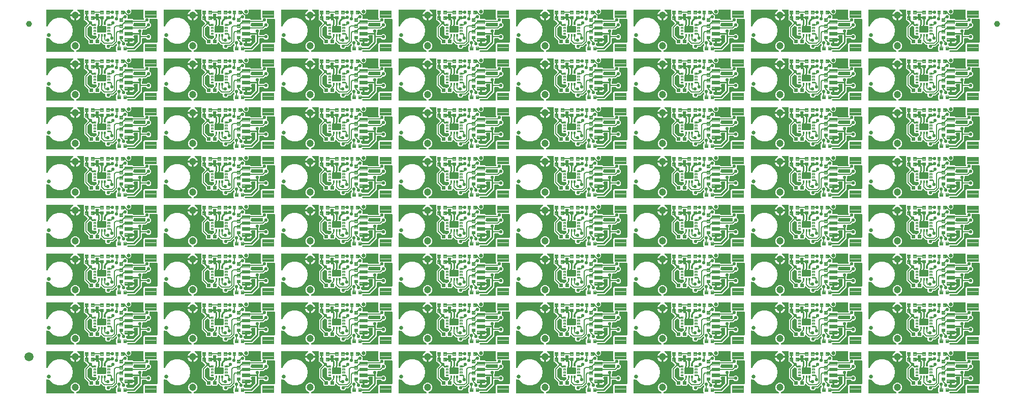
<source format=gtl>
G04 EAGLE Gerber RS-274X export*
G75*
%MOMM*%
%FSLAX34Y34*%
%LPD*%
%INTop Copper*%
%IPPOS*%
%AMOC8*
5,1,8,0,0,1.08239X$1,22.5*%
G01*
%ADD10C,0.102000*%
%ADD11C,0.635000*%
%ADD12C,0.096000*%
%ADD13C,1.200000*%
%ADD14C,1.000000*%
%ADD15C,1.500000*%
%ADD16C,0.279400*%
%ADD17C,0.554000*%
%ADD18C,0.152400*%
%ADD19C,0.558800*%
%ADD20C,0.304800*%

G36*
X1025975Y246643D02*
X1025975Y246643D01*
X1026045Y246642D01*
X1026132Y246663D01*
X1026221Y246675D01*
X1026286Y246700D01*
X1026354Y246717D01*
X1026433Y246759D01*
X1026517Y246792D01*
X1026573Y246833D01*
X1026635Y246865D01*
X1026702Y246926D01*
X1026774Y246978D01*
X1026819Y247032D01*
X1026870Y247079D01*
X1026920Y247154D01*
X1026977Y247223D01*
X1027007Y247287D01*
X1027045Y247345D01*
X1027074Y247430D01*
X1027113Y247511D01*
X1027126Y247580D01*
X1027148Y247646D01*
X1027156Y247735D01*
X1027172Y247823D01*
X1027168Y247893D01*
X1027174Y247963D01*
X1027158Y248051D01*
X1027153Y248141D01*
X1027131Y248207D01*
X1027119Y248276D01*
X1027082Y248358D01*
X1027055Y248443D01*
X1027017Y248502D01*
X1026989Y248566D01*
X1026933Y248636D01*
X1026884Y248712D01*
X1026834Y248760D01*
X1026790Y248814D01*
X1026718Y248869D01*
X1026653Y248930D01*
X1026592Y248964D01*
X1026536Y249006D01*
X1026391Y249077D01*
X1024294Y249945D01*
X1022105Y252134D01*
X1020921Y254993D01*
X1020921Y258087D01*
X1022105Y260946D01*
X1024294Y263135D01*
X1027153Y264319D01*
X1030247Y264319D01*
X1033106Y263135D01*
X1035295Y260946D01*
X1036479Y258087D01*
X1036479Y254993D01*
X1035295Y252134D01*
X1033106Y249945D01*
X1031009Y249077D01*
X1030948Y249042D01*
X1030883Y249016D01*
X1030810Y248964D01*
X1030732Y248919D01*
X1030682Y248871D01*
X1030626Y248830D01*
X1030568Y248760D01*
X1030504Y248698D01*
X1030467Y248638D01*
X1030423Y248585D01*
X1030385Y248503D01*
X1030338Y248427D01*
X1030317Y248360D01*
X1030287Y248297D01*
X1030270Y248209D01*
X1030244Y248123D01*
X1030241Y248053D01*
X1030228Y247984D01*
X1030233Y247895D01*
X1030229Y247805D01*
X1030243Y247737D01*
X1030247Y247667D01*
X1030275Y247582D01*
X1030293Y247494D01*
X1030324Y247431D01*
X1030345Y247365D01*
X1030393Y247289D01*
X1030433Y247208D01*
X1030478Y247155D01*
X1030516Y247096D01*
X1030581Y247034D01*
X1030639Y246966D01*
X1030696Y246926D01*
X1030747Y246878D01*
X1030826Y246835D01*
X1030899Y246783D01*
X1030965Y246758D01*
X1031026Y246724D01*
X1031112Y246702D01*
X1031197Y246670D01*
X1031266Y246662D01*
X1031334Y246645D01*
X1031494Y246635D01*
X1095984Y246635D01*
X1096122Y246652D01*
X1096261Y246665D01*
X1096280Y246672D01*
X1096300Y246675D01*
X1096429Y246726D01*
X1096560Y246773D01*
X1096577Y246784D01*
X1096596Y246792D01*
X1096708Y246873D01*
X1096823Y246951D01*
X1096836Y246967D01*
X1096853Y246978D01*
X1096942Y247086D01*
X1097034Y247190D01*
X1097043Y247208D01*
X1097056Y247223D01*
X1097115Y247349D01*
X1097178Y247473D01*
X1097183Y247493D01*
X1097191Y247511D01*
X1097217Y247647D01*
X1097248Y247783D01*
X1097247Y247804D01*
X1097251Y247823D01*
X1097242Y247962D01*
X1097238Y248101D01*
X1097232Y248121D01*
X1097231Y248141D01*
X1097188Y248273D01*
X1097150Y248407D01*
X1097139Y248424D01*
X1097133Y248443D01*
X1097059Y248561D01*
X1096988Y248681D01*
X1096970Y248702D01*
X1096963Y248712D01*
X1096948Y248726D01*
X1096882Y248802D01*
X1096645Y249038D01*
X1096645Y255914D01*
X1098318Y257586D01*
X1098391Y257681D01*
X1098469Y257770D01*
X1098488Y257806D01*
X1098513Y257838D01*
X1098560Y257947D01*
X1098614Y258053D01*
X1098623Y258092D01*
X1098639Y258130D01*
X1098658Y258247D01*
X1098684Y258363D01*
X1098682Y258404D01*
X1098689Y258444D01*
X1098678Y258562D01*
X1098674Y258681D01*
X1098663Y258720D01*
X1098659Y258760D01*
X1098619Y258872D01*
X1098586Y258987D01*
X1098565Y259021D01*
X1098551Y259060D01*
X1098485Y259158D01*
X1098424Y259261D01*
X1098384Y259306D01*
X1098373Y259323D01*
X1098358Y259336D01*
X1098318Y259381D01*
X1098174Y259525D01*
X1098080Y259598D01*
X1097991Y259677D01*
X1097955Y259695D01*
X1097923Y259720D01*
X1097814Y259767D01*
X1097708Y259821D01*
X1097668Y259830D01*
X1097631Y259846D01*
X1097513Y259865D01*
X1097397Y259891D01*
X1097357Y259890D01*
X1097317Y259896D01*
X1097198Y259885D01*
X1097080Y259881D01*
X1097041Y259870D01*
X1097000Y259866D01*
X1096888Y259826D01*
X1096774Y259793D01*
X1096739Y259772D01*
X1096701Y259759D01*
X1096603Y259692D01*
X1096500Y259631D01*
X1096455Y259591D01*
X1096438Y259580D01*
X1096425Y259565D01*
X1096379Y259525D01*
X1094238Y257383D01*
X1092378Y255523D01*
X1089382Y255523D01*
X1089264Y255508D01*
X1089145Y255501D01*
X1089107Y255488D01*
X1089066Y255483D01*
X1088956Y255440D01*
X1088843Y255403D01*
X1088808Y255381D01*
X1088771Y255366D01*
X1088675Y255297D01*
X1088574Y255233D01*
X1088546Y255203D01*
X1088513Y255180D01*
X1088437Y255088D01*
X1088356Y255001D01*
X1088336Y254966D01*
X1088311Y254935D01*
X1088260Y254827D01*
X1088202Y254723D01*
X1088192Y254683D01*
X1088175Y254647D01*
X1088153Y254530D01*
X1088123Y254415D01*
X1088119Y254355D01*
X1088115Y254335D01*
X1088115Y254332D01*
X1088115Y254331D01*
X1088116Y254312D01*
X1088113Y254254D01*
X1088113Y254172D01*
X1085448Y251507D01*
X1081680Y251507D01*
X1079015Y254172D01*
X1079015Y257048D01*
X1079000Y257166D01*
X1078993Y257285D01*
X1078980Y257323D01*
X1078975Y257364D01*
X1078932Y257474D01*
X1078895Y257587D01*
X1078873Y257622D01*
X1078858Y257659D01*
X1078789Y257755D01*
X1078725Y257856D01*
X1078695Y257884D01*
X1078672Y257917D01*
X1078580Y257993D01*
X1078493Y258074D01*
X1078458Y258094D01*
X1078427Y258119D01*
X1078319Y258170D01*
X1078215Y258228D01*
X1078175Y258238D01*
X1078139Y258255D01*
X1078022Y258277D01*
X1077907Y258307D01*
X1077847Y258311D01*
X1077827Y258315D01*
X1077806Y258313D01*
X1077746Y258317D01*
X1076162Y258317D01*
X1074302Y260177D01*
X1072395Y262083D01*
X1072286Y262169D01*
X1072179Y262257D01*
X1072160Y262266D01*
X1072144Y262278D01*
X1072016Y262334D01*
X1071891Y262393D01*
X1071871Y262397D01*
X1071852Y262405D01*
X1071714Y262427D01*
X1071578Y262453D01*
X1071558Y262451D01*
X1071538Y262455D01*
X1071399Y262441D01*
X1071261Y262433D01*
X1071242Y262427D01*
X1071222Y262425D01*
X1071090Y262378D01*
X1070959Y262335D01*
X1070941Y262324D01*
X1070922Y262317D01*
X1070807Y262239D01*
X1070690Y262165D01*
X1070676Y262150D01*
X1070659Y262139D01*
X1070567Y262034D01*
X1070472Y261933D01*
X1070462Y261915D01*
X1070449Y261900D01*
X1070385Y261776D01*
X1070318Y261655D01*
X1070313Y261635D01*
X1070304Y261617D01*
X1070274Y261481D01*
X1070239Y261347D01*
X1070237Y261319D01*
X1070234Y261307D01*
X1070235Y261286D01*
X1070229Y261186D01*
X1070229Y260722D01*
X1068888Y259381D01*
X1062012Y259381D01*
X1061348Y260046D01*
X1061254Y260119D01*
X1061164Y260198D01*
X1061128Y260216D01*
X1061096Y260241D01*
X1060987Y260288D01*
X1060881Y260342D01*
X1060842Y260351D01*
X1060804Y260367D01*
X1060687Y260386D01*
X1060571Y260412D01*
X1060530Y260411D01*
X1060490Y260417D01*
X1060372Y260406D01*
X1060253Y260402D01*
X1060214Y260391D01*
X1060174Y260387D01*
X1060061Y260347D01*
X1059947Y260314D01*
X1059913Y260293D01*
X1059874Y260279D01*
X1059776Y260213D01*
X1059673Y260152D01*
X1059628Y260112D01*
X1059611Y260101D01*
X1059598Y260086D01*
X1059553Y260046D01*
X1058888Y259381D01*
X1052012Y259381D01*
X1050671Y260722D01*
X1050671Y264820D01*
X1050659Y264918D01*
X1050656Y265017D01*
X1050639Y265075D01*
X1050631Y265135D01*
X1050595Y265227D01*
X1050567Y265323D01*
X1050537Y265375D01*
X1050514Y265431D01*
X1050456Y265511D01*
X1050406Y265597D01*
X1050340Y265672D01*
X1050328Y265688D01*
X1050318Y265696D01*
X1050300Y265717D01*
X1045799Y270218D01*
X1043939Y272078D01*
X1043939Y288326D01*
X1045799Y290186D01*
X1048906Y293293D01*
X1048979Y293388D01*
X1049058Y293477D01*
X1049076Y293513D01*
X1049101Y293545D01*
X1049149Y293654D01*
X1049203Y293760D01*
X1049212Y293799D01*
X1049228Y293837D01*
X1049246Y293954D01*
X1049272Y294070D01*
X1049271Y294111D01*
X1049277Y294151D01*
X1049266Y294269D01*
X1049263Y294388D01*
X1049251Y294427D01*
X1049248Y294467D01*
X1049207Y294580D01*
X1049174Y294694D01*
X1049154Y294728D01*
X1049140Y294767D01*
X1049073Y294865D01*
X1049013Y294968D01*
X1048973Y295013D01*
X1048961Y295030D01*
X1048946Y295043D01*
X1048906Y295088D01*
X1045552Y298443D01*
X1045474Y298504D01*
X1045401Y298572D01*
X1045348Y298601D01*
X1045301Y298638D01*
X1045210Y298677D01*
X1045123Y298725D01*
X1045064Y298740D01*
X1045009Y298764D01*
X1044911Y298780D01*
X1044815Y298805D01*
X1044715Y298811D01*
X1044695Y298814D01*
X1044682Y298813D01*
X1044654Y298815D01*
X1044392Y298815D01*
X1043051Y300155D01*
X1043051Y307032D01*
X1043383Y307363D01*
X1043456Y307457D01*
X1043535Y307547D01*
X1043553Y307583D01*
X1043578Y307614D01*
X1043625Y307724D01*
X1043679Y307830D01*
X1043688Y307869D01*
X1043704Y307906D01*
X1043723Y308024D01*
X1043749Y308140D01*
X1043748Y308180D01*
X1043754Y308220D01*
X1043743Y308339D01*
X1043739Y308458D01*
X1043728Y308497D01*
X1043724Y308537D01*
X1043684Y308649D01*
X1043651Y308763D01*
X1043630Y308798D01*
X1043617Y308836D01*
X1043550Y308935D01*
X1043489Y309037D01*
X1043450Y309083D01*
X1043438Y309099D01*
X1043423Y309113D01*
X1043383Y309158D01*
X1043051Y309490D01*
X1043051Y315976D01*
X1043036Y316094D01*
X1043029Y316213D01*
X1043016Y316251D01*
X1043011Y316292D01*
X1042968Y316402D01*
X1042931Y316515D01*
X1042909Y316550D01*
X1042894Y316587D01*
X1042825Y316683D01*
X1042761Y316784D01*
X1042731Y316812D01*
X1042708Y316845D01*
X1042616Y316921D01*
X1042529Y317002D01*
X1042494Y317022D01*
X1042463Y317047D01*
X1042355Y317098D01*
X1042251Y317156D01*
X1042211Y317166D01*
X1042175Y317183D01*
X1042058Y317205D01*
X1041943Y317235D01*
X1041883Y317239D01*
X1041863Y317243D01*
X1041842Y317241D01*
X1041782Y317245D01*
X1033433Y317245D01*
X1033329Y317232D01*
X1033225Y317228D01*
X1033172Y317212D01*
X1033117Y317205D01*
X1033020Y317167D01*
X1032920Y317137D01*
X1032873Y317109D01*
X1032822Y317088D01*
X1032737Y317027D01*
X1032647Y316973D01*
X1032609Y316934D01*
X1032564Y316902D01*
X1032497Y316821D01*
X1032424Y316747D01*
X1032397Y316699D01*
X1032361Y316657D01*
X1032317Y316562D01*
X1032264Y316472D01*
X1032249Y316419D01*
X1032226Y316369D01*
X1032206Y316267D01*
X1032178Y316166D01*
X1032176Y316111D01*
X1032166Y316057D01*
X1032173Y315952D01*
X1032170Y315848D01*
X1032182Y315794D01*
X1032186Y315739D01*
X1032218Y315640D01*
X1032241Y315538D01*
X1032267Y315489D01*
X1032284Y315437D01*
X1032340Y315348D01*
X1032388Y315256D01*
X1032425Y315214D01*
X1032454Y315168D01*
X1032530Y315096D01*
X1032600Y315018D01*
X1032670Y314965D01*
X1032686Y314950D01*
X1032699Y314943D01*
X1032728Y314921D01*
X1034144Y313974D01*
X1035334Y312784D01*
X1036269Y311386D01*
X1036912Y309831D01*
X1037060Y309089D01*
X1029180Y309089D01*
X1029062Y309074D01*
X1028943Y309067D01*
X1028905Y309054D01*
X1028865Y309049D01*
X1028754Y309006D01*
X1028706Y308990D01*
X1028688Y309000D01*
X1028649Y309010D01*
X1028613Y309027D01*
X1028496Y309049D01*
X1028380Y309079D01*
X1028320Y309083D01*
X1028300Y309087D01*
X1028280Y309085D01*
X1028220Y309089D01*
X1020340Y309089D01*
X1020488Y309831D01*
X1021131Y311386D01*
X1022066Y312784D01*
X1023256Y313974D01*
X1024672Y314921D01*
X1024751Y314989D01*
X1024836Y315050D01*
X1024871Y315093D01*
X1024913Y315129D01*
X1024972Y315215D01*
X1025039Y315295D01*
X1025062Y315345D01*
X1025093Y315391D01*
X1025130Y315489D01*
X1025174Y315583D01*
X1025185Y315637D01*
X1025204Y315689D01*
X1025214Y315793D01*
X1025234Y315896D01*
X1025231Y315951D01*
X1025236Y316005D01*
X1025221Y316109D01*
X1025214Y316213D01*
X1025197Y316265D01*
X1025189Y316320D01*
X1025148Y316416D01*
X1025116Y316515D01*
X1025087Y316562D01*
X1025065Y316613D01*
X1025002Y316696D01*
X1024946Y316784D01*
X1024906Y316822D01*
X1024872Y316866D01*
X1024791Y316930D01*
X1024714Y317002D01*
X1024666Y317029D01*
X1024623Y317063D01*
X1024527Y317105D01*
X1024436Y317156D01*
X1024383Y317169D01*
X1024332Y317192D01*
X1024229Y317209D01*
X1024128Y317235D01*
X1024040Y317241D01*
X1024018Y317244D01*
X1024004Y317243D01*
X1023967Y317245D01*
X981964Y317245D01*
X981846Y317230D01*
X981727Y317223D01*
X981689Y317210D01*
X981648Y317205D01*
X981538Y317162D01*
X981425Y317125D01*
X981390Y317103D01*
X981353Y317088D01*
X981257Y317019D01*
X981156Y316955D01*
X981128Y316925D01*
X981095Y316902D01*
X981019Y316810D01*
X980938Y316723D01*
X980918Y316688D01*
X980893Y316657D01*
X980842Y316549D01*
X980784Y316445D01*
X980774Y316405D01*
X980757Y316369D01*
X980735Y316252D01*
X980705Y316137D01*
X980701Y316077D01*
X980697Y316057D01*
X980699Y316036D01*
X980695Y315976D01*
X980695Y290197D01*
X980713Y290053D01*
X980728Y289907D01*
X980733Y289895D01*
X980735Y289881D01*
X980788Y289746D01*
X980839Y289609D01*
X980847Y289598D01*
X980852Y289586D01*
X980937Y289468D01*
X981020Y289348D01*
X981031Y289339D01*
X981038Y289328D01*
X981150Y289236D01*
X981261Y289140D01*
X981273Y289134D01*
X981283Y289125D01*
X981415Y289064D01*
X981546Y288999D01*
X981559Y288996D01*
X981571Y288990D01*
X981713Y288963D01*
X981857Y288932D01*
X981870Y288933D01*
X981883Y288930D01*
X982028Y288939D01*
X982174Y288945D01*
X982187Y288949D01*
X982201Y288950D01*
X982339Y288995D01*
X982479Y289037D01*
X982491Y289044D01*
X982503Y289048D01*
X982626Y289126D01*
X982751Y289201D01*
X982761Y289211D01*
X982772Y289218D01*
X982872Y289324D01*
X982974Y289428D01*
X982984Y289444D01*
X982990Y289450D01*
X982998Y289465D01*
X983063Y289562D01*
X986703Y295867D01*
X992467Y300703D01*
X999538Y303277D01*
X1007062Y303277D01*
X1014133Y300703D01*
X1019897Y295867D01*
X1023659Y289350D01*
X1024966Y281940D01*
X1023659Y274530D01*
X1019897Y268014D01*
X1014133Y263177D01*
X1007062Y260603D01*
X999538Y260603D01*
X992467Y263177D01*
X986703Y268013D01*
X986142Y268986D01*
X986078Y269070D01*
X986021Y269159D01*
X985982Y269196D01*
X985949Y269239D01*
X985867Y269305D01*
X985790Y269377D01*
X985742Y269403D01*
X985700Y269437D01*
X985604Y269480D01*
X985511Y269531D01*
X985459Y269544D01*
X985410Y269566D01*
X985305Y269584D01*
X985203Y269610D01*
X985118Y269615D01*
X985096Y269619D01*
X985081Y269618D01*
X985042Y269620D01*
X983519Y269620D01*
X982450Y270063D01*
X982402Y270076D01*
X982357Y270097D01*
X982249Y270118D01*
X982143Y270147D01*
X982093Y270148D01*
X982044Y270157D01*
X981935Y270150D01*
X981825Y270152D01*
X981777Y270140D01*
X981727Y270137D01*
X981623Y270104D01*
X981516Y270078D01*
X981472Y270055D01*
X981425Y270039D01*
X981332Y269981D01*
X981235Y269929D01*
X981198Y269896D01*
X981156Y269869D01*
X981081Y269789D01*
X980999Y269715D01*
X980972Y269674D01*
X980938Y269638D01*
X980885Y269541D01*
X980825Y269450D01*
X980808Y269403D01*
X980784Y269359D01*
X980757Y269253D01*
X980721Y269149D01*
X980717Y269099D01*
X980705Y269051D01*
X980695Y268890D01*
X980695Y247904D01*
X980710Y247786D01*
X980717Y247667D01*
X980730Y247629D01*
X980735Y247588D01*
X980778Y247478D01*
X980815Y247365D01*
X980837Y247330D01*
X980852Y247293D01*
X980921Y247197D01*
X980985Y247096D01*
X981015Y247068D01*
X981038Y247035D01*
X981130Y246959D01*
X981217Y246878D01*
X981252Y246858D01*
X981283Y246833D01*
X981391Y246782D01*
X981495Y246724D01*
X981535Y246714D01*
X981571Y246697D01*
X981688Y246675D01*
X981803Y246645D01*
X981863Y246641D01*
X981883Y246637D01*
X981904Y246639D01*
X981964Y246635D01*
X1025906Y246635D01*
X1025975Y246643D01*
G37*
G36*
X48075Y2803D02*
X48075Y2803D01*
X48145Y2802D01*
X48232Y2823D01*
X48321Y2835D01*
X48386Y2860D01*
X48454Y2877D01*
X48533Y2919D01*
X48617Y2952D01*
X48673Y2993D01*
X48735Y3025D01*
X48802Y3086D01*
X48874Y3138D01*
X48919Y3192D01*
X48970Y3239D01*
X49020Y3314D01*
X49077Y3383D01*
X49107Y3447D01*
X49145Y3505D01*
X49174Y3590D01*
X49213Y3671D01*
X49226Y3740D01*
X49248Y3806D01*
X49256Y3895D01*
X49272Y3983D01*
X49268Y4053D01*
X49274Y4123D01*
X49258Y4211D01*
X49253Y4301D01*
X49231Y4367D01*
X49219Y4436D01*
X49182Y4518D01*
X49155Y4603D01*
X49117Y4662D01*
X49089Y4726D01*
X49033Y4796D01*
X48984Y4872D01*
X48934Y4920D01*
X48890Y4974D01*
X48818Y5029D01*
X48753Y5090D01*
X48692Y5124D01*
X48636Y5166D01*
X48491Y5237D01*
X46394Y6105D01*
X44205Y8294D01*
X43021Y11153D01*
X43021Y14247D01*
X44205Y17106D01*
X46394Y19295D01*
X49253Y20479D01*
X52347Y20479D01*
X55206Y19295D01*
X57395Y17106D01*
X58579Y14247D01*
X58579Y11153D01*
X57395Y8294D01*
X55206Y6105D01*
X53109Y5237D01*
X53048Y5202D01*
X52983Y5176D01*
X52910Y5124D01*
X52832Y5079D01*
X52782Y5031D01*
X52726Y4990D01*
X52668Y4920D01*
X52604Y4858D01*
X52567Y4798D01*
X52523Y4745D01*
X52485Y4663D01*
X52438Y4587D01*
X52417Y4520D01*
X52387Y4457D01*
X52370Y4369D01*
X52344Y4283D01*
X52341Y4213D01*
X52328Y4144D01*
X52333Y4055D01*
X52329Y3965D01*
X52343Y3897D01*
X52347Y3827D01*
X52375Y3742D01*
X52393Y3654D01*
X52424Y3591D01*
X52445Y3525D01*
X52493Y3449D01*
X52533Y3368D01*
X52578Y3315D01*
X52616Y3256D01*
X52681Y3194D01*
X52739Y3126D01*
X52796Y3086D01*
X52847Y3038D01*
X52926Y2995D01*
X52999Y2943D01*
X53065Y2918D01*
X53126Y2884D01*
X53212Y2862D01*
X53297Y2830D01*
X53366Y2822D01*
X53434Y2805D01*
X53594Y2795D01*
X118084Y2795D01*
X118222Y2812D01*
X118361Y2825D01*
X118380Y2832D01*
X118400Y2835D01*
X118529Y2886D01*
X118660Y2933D01*
X118677Y2944D01*
X118696Y2952D01*
X118808Y3033D01*
X118923Y3111D01*
X118936Y3127D01*
X118953Y3138D01*
X119042Y3246D01*
X119134Y3350D01*
X119143Y3368D01*
X119156Y3383D01*
X119215Y3509D01*
X119278Y3633D01*
X119283Y3653D01*
X119291Y3671D01*
X119317Y3807D01*
X119348Y3943D01*
X119347Y3964D01*
X119351Y3983D01*
X119342Y4122D01*
X119338Y4261D01*
X119332Y4281D01*
X119331Y4301D01*
X119288Y4433D01*
X119250Y4567D01*
X119239Y4584D01*
X119233Y4603D01*
X119159Y4721D01*
X119088Y4841D01*
X119070Y4862D01*
X119063Y4872D01*
X119048Y4886D01*
X118982Y4962D01*
X118745Y5198D01*
X118745Y12074D01*
X120418Y13746D01*
X120491Y13841D01*
X120569Y13930D01*
X120588Y13966D01*
X120613Y13998D01*
X120660Y14107D01*
X120714Y14213D01*
X120723Y14252D01*
X120739Y14290D01*
X120758Y14407D01*
X120784Y14523D01*
X120782Y14564D01*
X120789Y14604D01*
X120778Y14722D01*
X120774Y14841D01*
X120763Y14880D01*
X120759Y14920D01*
X120719Y15032D01*
X120686Y15147D01*
X120665Y15181D01*
X120651Y15220D01*
X120585Y15318D01*
X120524Y15421D01*
X120484Y15466D01*
X120473Y15483D01*
X120458Y15496D01*
X120418Y15541D01*
X120274Y15685D01*
X120180Y15758D01*
X120091Y15837D01*
X120055Y15855D01*
X120023Y15880D01*
X119914Y15927D01*
X119808Y15981D01*
X119768Y15990D01*
X119731Y16006D01*
X119613Y16025D01*
X119497Y16051D01*
X119457Y16050D01*
X119417Y16056D01*
X119298Y16045D01*
X119180Y16041D01*
X119141Y16030D01*
X119100Y16026D01*
X118988Y15986D01*
X118874Y15953D01*
X118839Y15932D01*
X118801Y15919D01*
X118703Y15852D01*
X118600Y15791D01*
X118555Y15751D01*
X118538Y15740D01*
X118525Y15725D01*
X118479Y15685D01*
X116338Y13543D01*
X114478Y11683D01*
X111482Y11683D01*
X111364Y11668D01*
X111245Y11661D01*
X111207Y11648D01*
X111166Y11643D01*
X111056Y11600D01*
X110943Y11563D01*
X110908Y11541D01*
X110871Y11526D01*
X110775Y11457D01*
X110674Y11393D01*
X110646Y11363D01*
X110613Y11340D01*
X110537Y11248D01*
X110456Y11161D01*
X110436Y11126D01*
X110411Y11095D01*
X110360Y10987D01*
X110302Y10883D01*
X110292Y10843D01*
X110275Y10807D01*
X110253Y10690D01*
X110223Y10575D01*
X110219Y10515D01*
X110215Y10495D01*
X110215Y10492D01*
X110215Y10491D01*
X110216Y10472D01*
X110213Y10414D01*
X110213Y10332D01*
X107548Y7667D01*
X103780Y7667D01*
X101115Y10332D01*
X101115Y13208D01*
X101100Y13326D01*
X101093Y13445D01*
X101080Y13483D01*
X101075Y13524D01*
X101032Y13634D01*
X100995Y13747D01*
X100973Y13782D01*
X100958Y13819D01*
X100889Y13915D01*
X100825Y14016D01*
X100795Y14044D01*
X100772Y14077D01*
X100680Y14153D01*
X100593Y14234D01*
X100558Y14254D01*
X100527Y14279D01*
X100419Y14330D01*
X100315Y14388D01*
X100275Y14398D01*
X100239Y14415D01*
X100122Y14437D01*
X100007Y14467D01*
X99947Y14471D01*
X99927Y14475D01*
X99906Y14473D01*
X99846Y14477D01*
X98262Y14477D01*
X96402Y16337D01*
X94495Y18243D01*
X94386Y18329D01*
X94279Y18417D01*
X94260Y18426D01*
X94244Y18438D01*
X94116Y18494D01*
X93991Y18553D01*
X93971Y18557D01*
X93952Y18565D01*
X93814Y18587D01*
X93678Y18613D01*
X93658Y18611D01*
X93638Y18615D01*
X93499Y18601D01*
X93361Y18593D01*
X93342Y18587D01*
X93322Y18585D01*
X93190Y18538D01*
X93059Y18495D01*
X93041Y18484D01*
X93022Y18477D01*
X92907Y18399D01*
X92790Y18325D01*
X92776Y18310D01*
X92759Y18299D01*
X92667Y18194D01*
X92572Y18093D01*
X92562Y18075D01*
X92549Y18060D01*
X92485Y17936D01*
X92418Y17815D01*
X92413Y17795D01*
X92404Y17777D01*
X92374Y17641D01*
X92339Y17507D01*
X92337Y17479D01*
X92334Y17467D01*
X92335Y17446D01*
X92329Y17346D01*
X92329Y16882D01*
X90988Y15541D01*
X84112Y15541D01*
X83448Y16206D01*
X83354Y16279D01*
X83264Y16358D01*
X83228Y16376D01*
X83196Y16401D01*
X83087Y16448D01*
X82981Y16502D01*
X82942Y16511D01*
X82904Y16527D01*
X82787Y16546D01*
X82671Y16572D01*
X82630Y16571D01*
X82590Y16577D01*
X82472Y16566D01*
X82353Y16562D01*
X82314Y16551D01*
X82274Y16547D01*
X82161Y16507D01*
X82047Y16474D01*
X82013Y16453D01*
X81974Y16439D01*
X81876Y16373D01*
X81773Y16312D01*
X81728Y16272D01*
X81711Y16261D01*
X81698Y16246D01*
X81653Y16206D01*
X80988Y15541D01*
X74112Y15541D01*
X72771Y16882D01*
X72771Y20980D01*
X72759Y21078D01*
X72756Y21177D01*
X72739Y21235D01*
X72731Y21295D01*
X72695Y21387D01*
X72667Y21483D01*
X72637Y21535D01*
X72614Y21591D01*
X72556Y21671D01*
X72506Y21757D01*
X72440Y21832D01*
X72428Y21848D01*
X72418Y21856D01*
X72400Y21877D01*
X67899Y26378D01*
X66039Y28238D01*
X66039Y44486D01*
X67899Y46346D01*
X71006Y49453D01*
X71079Y49548D01*
X71158Y49637D01*
X71176Y49673D01*
X71201Y49705D01*
X71249Y49814D01*
X71303Y49920D01*
X71312Y49959D01*
X71328Y49997D01*
X71346Y50114D01*
X71372Y50230D01*
X71371Y50271D01*
X71377Y50311D01*
X71366Y50429D01*
X71363Y50548D01*
X71351Y50587D01*
X71348Y50627D01*
X71307Y50740D01*
X71274Y50854D01*
X71254Y50888D01*
X71240Y50927D01*
X71173Y51025D01*
X71113Y51128D01*
X71073Y51173D01*
X71061Y51190D01*
X71046Y51203D01*
X71006Y51248D01*
X67652Y54603D01*
X67574Y54664D01*
X67501Y54732D01*
X67448Y54761D01*
X67401Y54798D01*
X67310Y54837D01*
X67223Y54885D01*
X67164Y54900D01*
X67109Y54924D01*
X67011Y54940D01*
X66915Y54965D01*
X66815Y54971D01*
X66795Y54974D01*
X66782Y54973D01*
X66754Y54975D01*
X66492Y54975D01*
X65151Y56315D01*
X65151Y63192D01*
X65483Y63523D01*
X65556Y63617D01*
X65635Y63707D01*
X65653Y63743D01*
X65678Y63774D01*
X65725Y63884D01*
X65779Y63990D01*
X65788Y64029D01*
X65804Y64066D01*
X65823Y64184D01*
X65849Y64300D01*
X65848Y64340D01*
X65854Y64380D01*
X65843Y64499D01*
X65839Y64618D01*
X65828Y64657D01*
X65824Y64697D01*
X65784Y64809D01*
X65751Y64923D01*
X65730Y64958D01*
X65717Y64996D01*
X65650Y65095D01*
X65589Y65197D01*
X65550Y65243D01*
X65538Y65259D01*
X65523Y65273D01*
X65483Y65318D01*
X65151Y65650D01*
X65151Y72136D01*
X65136Y72254D01*
X65129Y72373D01*
X65116Y72411D01*
X65111Y72452D01*
X65068Y72562D01*
X65031Y72675D01*
X65009Y72710D01*
X64994Y72747D01*
X64925Y72843D01*
X64861Y72944D01*
X64831Y72972D01*
X64808Y73005D01*
X64716Y73081D01*
X64629Y73162D01*
X64594Y73182D01*
X64563Y73207D01*
X64455Y73258D01*
X64351Y73316D01*
X64311Y73326D01*
X64275Y73343D01*
X64158Y73365D01*
X64043Y73395D01*
X63983Y73399D01*
X63963Y73403D01*
X63942Y73401D01*
X63882Y73405D01*
X55533Y73405D01*
X55429Y73392D01*
X55325Y73388D01*
X55272Y73372D01*
X55217Y73365D01*
X55120Y73327D01*
X55020Y73297D01*
X54973Y73269D01*
X54922Y73248D01*
X54837Y73187D01*
X54747Y73133D01*
X54709Y73094D01*
X54664Y73062D01*
X54597Y72981D01*
X54524Y72907D01*
X54497Y72859D01*
X54461Y72817D01*
X54417Y72722D01*
X54364Y72632D01*
X54349Y72579D01*
X54326Y72529D01*
X54306Y72427D01*
X54278Y72326D01*
X54276Y72271D01*
X54266Y72217D01*
X54273Y72112D01*
X54270Y72008D01*
X54282Y71954D01*
X54286Y71899D01*
X54318Y71800D01*
X54341Y71698D01*
X54367Y71649D01*
X54384Y71597D01*
X54440Y71508D01*
X54488Y71416D01*
X54525Y71374D01*
X54554Y71328D01*
X54630Y71256D01*
X54700Y71178D01*
X54770Y71125D01*
X54786Y71110D01*
X54799Y71103D01*
X54828Y71081D01*
X56244Y70134D01*
X57434Y68944D01*
X58369Y67546D01*
X59012Y65991D01*
X59160Y65249D01*
X51280Y65249D01*
X51162Y65234D01*
X51043Y65227D01*
X51005Y65214D01*
X50965Y65209D01*
X50854Y65166D01*
X50806Y65150D01*
X50788Y65160D01*
X50749Y65170D01*
X50713Y65187D01*
X50596Y65209D01*
X50480Y65239D01*
X50420Y65243D01*
X50400Y65247D01*
X50380Y65245D01*
X50320Y65249D01*
X42440Y65249D01*
X42588Y65991D01*
X43231Y67546D01*
X44166Y68944D01*
X45356Y70134D01*
X46772Y71081D01*
X46851Y71149D01*
X46936Y71210D01*
X46971Y71253D01*
X47013Y71289D01*
X47072Y71375D01*
X47139Y71455D01*
X47162Y71505D01*
X47193Y71551D01*
X47230Y71649D01*
X47274Y71743D01*
X47285Y71797D01*
X47304Y71849D01*
X47314Y71953D01*
X47334Y72056D01*
X47331Y72111D01*
X47336Y72165D01*
X47321Y72269D01*
X47314Y72373D01*
X47297Y72425D01*
X47289Y72480D01*
X47248Y72576D01*
X47216Y72675D01*
X47187Y72722D01*
X47165Y72773D01*
X47102Y72856D01*
X47046Y72944D01*
X47006Y72982D01*
X46972Y73026D01*
X46891Y73090D01*
X46814Y73162D01*
X46766Y73189D01*
X46723Y73223D01*
X46627Y73265D01*
X46536Y73316D01*
X46483Y73329D01*
X46432Y73352D01*
X46329Y73369D01*
X46228Y73395D01*
X46140Y73401D01*
X46118Y73404D01*
X46104Y73403D01*
X46067Y73405D01*
X4064Y73405D01*
X3946Y73390D01*
X3827Y73383D01*
X3789Y73370D01*
X3748Y73365D01*
X3638Y73322D01*
X3525Y73285D01*
X3490Y73263D01*
X3453Y73248D01*
X3357Y73179D01*
X3256Y73115D01*
X3228Y73085D01*
X3195Y73062D01*
X3119Y72970D01*
X3038Y72883D01*
X3018Y72848D01*
X2993Y72817D01*
X2942Y72709D01*
X2884Y72605D01*
X2874Y72565D01*
X2857Y72529D01*
X2835Y72412D01*
X2805Y72297D01*
X2801Y72237D01*
X2797Y72217D01*
X2799Y72196D01*
X2795Y72136D01*
X2795Y46357D01*
X2813Y46213D01*
X2828Y46067D01*
X2833Y46055D01*
X2835Y46041D01*
X2888Y45906D01*
X2939Y45769D01*
X2947Y45758D01*
X2952Y45746D01*
X3037Y45628D01*
X3120Y45508D01*
X3130Y45499D01*
X3138Y45488D01*
X3251Y45395D01*
X3361Y45300D01*
X3373Y45294D01*
X3383Y45285D01*
X3515Y45224D01*
X3646Y45159D01*
X3659Y45156D01*
X3671Y45150D01*
X3813Y45123D01*
X3957Y45092D01*
X3970Y45093D01*
X3983Y45090D01*
X4128Y45099D01*
X4274Y45105D01*
X4287Y45109D01*
X4301Y45110D01*
X4439Y45155D01*
X4579Y45197D01*
X4591Y45204D01*
X4603Y45208D01*
X4727Y45286D01*
X4851Y45361D01*
X4861Y45371D01*
X4872Y45378D01*
X4972Y45485D01*
X5074Y45588D01*
X5084Y45604D01*
X5090Y45610D01*
X5098Y45625D01*
X5163Y45722D01*
X8803Y52027D01*
X14567Y56863D01*
X21638Y59437D01*
X29162Y59437D01*
X36233Y56863D01*
X41997Y52027D01*
X45759Y45510D01*
X47066Y38100D01*
X45759Y30690D01*
X41997Y24174D01*
X36233Y19337D01*
X29162Y16763D01*
X21638Y16763D01*
X14567Y19337D01*
X8803Y24173D01*
X8242Y25146D01*
X8178Y25230D01*
X8121Y25319D01*
X8082Y25356D01*
X8049Y25399D01*
X7967Y25465D01*
X7890Y25537D01*
X7842Y25563D01*
X7800Y25597D01*
X7704Y25640D01*
X7611Y25691D01*
X7559Y25704D01*
X7510Y25726D01*
X7405Y25744D01*
X7303Y25770D01*
X7218Y25775D01*
X7196Y25779D01*
X7181Y25778D01*
X7142Y25780D01*
X5619Y25780D01*
X4550Y26223D01*
X4502Y26236D01*
X4457Y26257D01*
X4349Y26278D01*
X4243Y26307D01*
X4193Y26308D01*
X4144Y26317D01*
X4035Y26310D01*
X3925Y26312D01*
X3877Y26300D01*
X3827Y26297D01*
X3723Y26264D01*
X3616Y26238D01*
X3572Y26215D01*
X3525Y26199D01*
X3432Y26141D01*
X3335Y26089D01*
X3298Y26056D01*
X3256Y26029D01*
X3181Y25949D01*
X3099Y25875D01*
X3072Y25834D01*
X3038Y25798D01*
X2985Y25701D01*
X2925Y25610D01*
X2908Y25563D01*
X2884Y25519D01*
X2857Y25413D01*
X2821Y25309D01*
X2817Y25259D01*
X2805Y25211D01*
X2795Y25050D01*
X2795Y4064D01*
X2810Y3946D01*
X2817Y3827D01*
X2830Y3789D01*
X2835Y3748D01*
X2878Y3638D01*
X2915Y3525D01*
X2937Y3490D01*
X2952Y3453D01*
X3021Y3357D01*
X3085Y3256D01*
X3115Y3228D01*
X3138Y3195D01*
X3230Y3119D01*
X3317Y3038D01*
X3352Y3018D01*
X3383Y2993D01*
X3491Y2942D01*
X3595Y2884D01*
X3635Y2874D01*
X3671Y2857D01*
X3788Y2835D01*
X3903Y2805D01*
X3963Y2801D01*
X3983Y2797D01*
X4004Y2799D01*
X4064Y2795D01*
X48006Y2795D01*
X48075Y2803D01*
G37*
G36*
X830395Y327923D02*
X830395Y327923D01*
X830465Y327922D01*
X830552Y327943D01*
X830641Y327955D01*
X830706Y327980D01*
X830774Y327997D01*
X830853Y328039D01*
X830937Y328072D01*
X830993Y328113D01*
X831055Y328145D01*
X831122Y328206D01*
X831194Y328258D01*
X831239Y328312D01*
X831290Y328359D01*
X831340Y328434D01*
X831397Y328503D01*
X831427Y328567D01*
X831465Y328625D01*
X831494Y328710D01*
X831533Y328791D01*
X831546Y328860D01*
X831568Y328926D01*
X831576Y329015D01*
X831592Y329103D01*
X831588Y329173D01*
X831594Y329243D01*
X831578Y329331D01*
X831573Y329421D01*
X831551Y329487D01*
X831539Y329556D01*
X831502Y329638D01*
X831475Y329723D01*
X831437Y329782D01*
X831409Y329846D01*
X831353Y329916D01*
X831304Y329992D01*
X831254Y330040D01*
X831210Y330094D01*
X831138Y330149D01*
X831073Y330210D01*
X831012Y330244D01*
X830956Y330286D01*
X830811Y330357D01*
X828714Y331225D01*
X826525Y333414D01*
X825341Y336273D01*
X825341Y339367D01*
X826525Y342226D01*
X828714Y344415D01*
X831573Y345599D01*
X834667Y345599D01*
X837526Y344415D01*
X839715Y342226D01*
X840899Y339367D01*
X840899Y336273D01*
X839715Y333414D01*
X837526Y331225D01*
X835429Y330357D01*
X835368Y330322D01*
X835303Y330296D01*
X835230Y330244D01*
X835152Y330199D01*
X835102Y330151D01*
X835046Y330110D01*
X834988Y330040D01*
X834924Y329978D01*
X834887Y329918D01*
X834843Y329865D01*
X834805Y329783D01*
X834758Y329707D01*
X834737Y329640D01*
X834707Y329577D01*
X834690Y329489D01*
X834664Y329403D01*
X834661Y329333D01*
X834648Y329264D01*
X834653Y329175D01*
X834649Y329085D01*
X834663Y329017D01*
X834667Y328947D01*
X834695Y328862D01*
X834713Y328774D01*
X834744Y328711D01*
X834765Y328645D01*
X834813Y328569D01*
X834853Y328488D01*
X834898Y328435D01*
X834936Y328376D01*
X835001Y328314D01*
X835059Y328246D01*
X835116Y328206D01*
X835167Y328158D01*
X835246Y328115D01*
X835319Y328063D01*
X835385Y328038D01*
X835446Y328004D01*
X835532Y327982D01*
X835617Y327950D01*
X835686Y327942D01*
X835754Y327925D01*
X835914Y327915D01*
X900404Y327915D01*
X900542Y327932D01*
X900681Y327945D01*
X900700Y327952D01*
X900720Y327955D01*
X900849Y328006D01*
X900980Y328053D01*
X900997Y328064D01*
X901016Y328072D01*
X901128Y328153D01*
X901243Y328231D01*
X901256Y328247D01*
X901273Y328258D01*
X901362Y328366D01*
X901454Y328470D01*
X901463Y328488D01*
X901476Y328503D01*
X901535Y328629D01*
X901598Y328753D01*
X901603Y328773D01*
X901611Y328791D01*
X901637Y328927D01*
X901668Y329063D01*
X901667Y329084D01*
X901671Y329103D01*
X901662Y329242D01*
X901658Y329381D01*
X901652Y329401D01*
X901651Y329421D01*
X901608Y329553D01*
X901570Y329687D01*
X901559Y329704D01*
X901553Y329723D01*
X901479Y329841D01*
X901408Y329961D01*
X901390Y329982D01*
X901383Y329992D01*
X901368Y330006D01*
X901302Y330082D01*
X901065Y330318D01*
X901065Y337194D01*
X902738Y338866D01*
X902811Y338961D01*
X902889Y339050D01*
X902908Y339086D01*
X902933Y339118D01*
X902980Y339227D01*
X903034Y339333D01*
X903043Y339372D01*
X903059Y339410D01*
X903078Y339527D01*
X903104Y339643D01*
X903102Y339684D01*
X903109Y339724D01*
X903098Y339842D01*
X903094Y339961D01*
X903083Y340000D01*
X903079Y340040D01*
X903039Y340152D01*
X903006Y340267D01*
X902985Y340301D01*
X902971Y340340D01*
X902905Y340438D01*
X902844Y340541D01*
X902804Y340586D01*
X902793Y340603D01*
X902778Y340616D01*
X902738Y340661D01*
X902594Y340805D01*
X902500Y340878D01*
X902411Y340957D01*
X902375Y340975D01*
X902343Y341000D01*
X902234Y341047D01*
X902128Y341101D01*
X902088Y341110D01*
X902051Y341126D01*
X901933Y341145D01*
X901817Y341171D01*
X901777Y341170D01*
X901737Y341176D01*
X901618Y341165D01*
X901500Y341161D01*
X901461Y341150D01*
X901420Y341146D01*
X901308Y341106D01*
X901194Y341073D01*
X901159Y341052D01*
X901121Y341039D01*
X901023Y340972D01*
X900920Y340911D01*
X900875Y340871D01*
X900858Y340860D01*
X900845Y340845D01*
X900799Y340805D01*
X898658Y338663D01*
X896798Y336803D01*
X893802Y336803D01*
X893684Y336788D01*
X893565Y336781D01*
X893527Y336768D01*
X893486Y336763D01*
X893376Y336720D01*
X893263Y336683D01*
X893228Y336661D01*
X893191Y336646D01*
X893095Y336577D01*
X892994Y336513D01*
X892966Y336483D01*
X892933Y336460D01*
X892857Y336368D01*
X892776Y336281D01*
X892756Y336246D01*
X892731Y336215D01*
X892680Y336107D01*
X892622Y336003D01*
X892612Y335963D01*
X892595Y335927D01*
X892573Y335810D01*
X892543Y335695D01*
X892539Y335635D01*
X892535Y335615D01*
X892535Y335612D01*
X892535Y335611D01*
X892536Y335592D01*
X892533Y335534D01*
X892533Y335452D01*
X889868Y332787D01*
X886100Y332787D01*
X883435Y335452D01*
X883435Y338328D01*
X883420Y338446D01*
X883413Y338565D01*
X883400Y338603D01*
X883395Y338644D01*
X883352Y338754D01*
X883315Y338867D01*
X883293Y338902D01*
X883278Y338939D01*
X883209Y339035D01*
X883145Y339136D01*
X883115Y339164D01*
X883092Y339197D01*
X883000Y339273D01*
X882913Y339354D01*
X882878Y339374D01*
X882847Y339399D01*
X882739Y339450D01*
X882635Y339508D01*
X882595Y339518D01*
X882559Y339535D01*
X882442Y339557D01*
X882327Y339587D01*
X882267Y339591D01*
X882247Y339595D01*
X882226Y339593D01*
X882166Y339597D01*
X880582Y339597D01*
X878722Y341457D01*
X876815Y343363D01*
X876706Y343449D01*
X876599Y343537D01*
X876580Y343546D01*
X876564Y343558D01*
X876436Y343614D01*
X876311Y343673D01*
X876291Y343677D01*
X876272Y343685D01*
X876134Y343707D01*
X875998Y343733D01*
X875978Y343731D01*
X875958Y343735D01*
X875819Y343721D01*
X875681Y343713D01*
X875662Y343707D01*
X875642Y343705D01*
X875510Y343658D01*
X875379Y343615D01*
X875361Y343604D01*
X875342Y343597D01*
X875227Y343519D01*
X875110Y343445D01*
X875096Y343430D01*
X875079Y343419D01*
X874987Y343314D01*
X874892Y343213D01*
X874882Y343195D01*
X874869Y343180D01*
X874805Y343056D01*
X874738Y342935D01*
X874733Y342915D01*
X874724Y342897D01*
X874694Y342761D01*
X874659Y342627D01*
X874657Y342599D01*
X874654Y342587D01*
X874655Y342566D01*
X874649Y342466D01*
X874649Y342002D01*
X873308Y340661D01*
X866432Y340661D01*
X865768Y341326D01*
X865674Y341399D01*
X865584Y341478D01*
X865548Y341496D01*
X865516Y341521D01*
X865407Y341568D01*
X865301Y341622D01*
X865262Y341631D01*
X865224Y341647D01*
X865107Y341666D01*
X864991Y341692D01*
X864950Y341691D01*
X864910Y341697D01*
X864792Y341686D01*
X864673Y341682D01*
X864634Y341671D01*
X864594Y341667D01*
X864481Y341627D01*
X864367Y341594D01*
X864333Y341573D01*
X864294Y341559D01*
X864196Y341493D01*
X864093Y341432D01*
X864048Y341392D01*
X864031Y341381D01*
X864018Y341366D01*
X863973Y341326D01*
X863308Y340661D01*
X856432Y340661D01*
X855091Y342002D01*
X855091Y346100D01*
X855079Y346198D01*
X855076Y346297D01*
X855059Y346355D01*
X855051Y346415D01*
X855015Y346507D01*
X854987Y346603D01*
X854957Y346655D01*
X854934Y346711D01*
X854876Y346791D01*
X854826Y346877D01*
X854760Y346952D01*
X854748Y346968D01*
X854738Y346976D01*
X854720Y346997D01*
X850219Y351498D01*
X848359Y353358D01*
X848359Y369606D01*
X850219Y371466D01*
X853326Y374573D01*
X853399Y374668D01*
X853478Y374757D01*
X853496Y374793D01*
X853521Y374825D01*
X853569Y374934D01*
X853623Y375040D01*
X853632Y375079D01*
X853648Y375117D01*
X853666Y375234D01*
X853692Y375350D01*
X853691Y375391D01*
X853697Y375431D01*
X853686Y375549D01*
X853683Y375668D01*
X853671Y375707D01*
X853668Y375747D01*
X853627Y375860D01*
X853594Y375974D01*
X853574Y376008D01*
X853560Y376047D01*
X853493Y376145D01*
X853433Y376248D01*
X853393Y376293D01*
X853381Y376310D01*
X853366Y376323D01*
X853326Y376368D01*
X849972Y379723D01*
X849894Y379784D01*
X849821Y379852D01*
X849768Y379881D01*
X849721Y379918D01*
X849630Y379957D01*
X849543Y380005D01*
X849484Y380020D01*
X849429Y380044D01*
X849331Y380060D01*
X849235Y380085D01*
X849135Y380091D01*
X849115Y380094D01*
X849102Y380093D01*
X849074Y380095D01*
X848812Y380095D01*
X847471Y381435D01*
X847471Y388312D01*
X847803Y388643D01*
X847876Y388737D01*
X847955Y388827D01*
X847973Y388863D01*
X847998Y388894D01*
X848045Y389004D01*
X848099Y389110D01*
X848108Y389149D01*
X848124Y389186D01*
X848143Y389304D01*
X848169Y389420D01*
X848168Y389460D01*
X848174Y389500D01*
X848163Y389619D01*
X848159Y389738D01*
X848148Y389777D01*
X848144Y389817D01*
X848104Y389929D01*
X848071Y390043D01*
X848050Y390078D01*
X848037Y390116D01*
X847970Y390215D01*
X847909Y390317D01*
X847870Y390363D01*
X847858Y390379D01*
X847843Y390393D01*
X847803Y390438D01*
X847471Y390770D01*
X847471Y397256D01*
X847456Y397374D01*
X847449Y397493D01*
X847436Y397531D01*
X847431Y397572D01*
X847388Y397682D01*
X847351Y397795D01*
X847329Y397830D01*
X847314Y397867D01*
X847245Y397963D01*
X847181Y398064D01*
X847151Y398092D01*
X847128Y398125D01*
X847036Y398201D01*
X846949Y398282D01*
X846914Y398302D01*
X846883Y398327D01*
X846775Y398378D01*
X846671Y398436D01*
X846631Y398446D01*
X846595Y398463D01*
X846478Y398485D01*
X846363Y398515D01*
X846303Y398519D01*
X846283Y398523D01*
X846262Y398521D01*
X846202Y398525D01*
X837853Y398525D01*
X837749Y398512D01*
X837645Y398508D01*
X837592Y398492D01*
X837537Y398485D01*
X837440Y398447D01*
X837340Y398417D01*
X837293Y398389D01*
X837242Y398368D01*
X837157Y398307D01*
X837067Y398253D01*
X837029Y398214D01*
X836984Y398182D01*
X836917Y398101D01*
X836844Y398027D01*
X836817Y397979D01*
X836781Y397937D01*
X836737Y397842D01*
X836684Y397752D01*
X836669Y397699D01*
X836646Y397649D01*
X836626Y397547D01*
X836598Y397446D01*
X836596Y397391D01*
X836586Y397337D01*
X836593Y397232D01*
X836590Y397128D01*
X836602Y397074D01*
X836606Y397019D01*
X836638Y396920D01*
X836661Y396818D01*
X836687Y396769D01*
X836704Y396717D01*
X836760Y396628D01*
X836808Y396536D01*
X836845Y396494D01*
X836874Y396448D01*
X836950Y396376D01*
X837020Y396298D01*
X837090Y396245D01*
X837106Y396230D01*
X837119Y396223D01*
X837148Y396201D01*
X838564Y395254D01*
X839754Y394064D01*
X840689Y392666D01*
X841332Y391111D01*
X841480Y390369D01*
X833600Y390369D01*
X833482Y390354D01*
X833363Y390347D01*
X833325Y390334D01*
X833285Y390329D01*
X833174Y390286D01*
X833126Y390270D01*
X833108Y390280D01*
X833069Y390290D01*
X833033Y390307D01*
X832916Y390329D01*
X832800Y390359D01*
X832740Y390363D01*
X832720Y390367D01*
X832700Y390365D01*
X832640Y390369D01*
X824760Y390369D01*
X824908Y391111D01*
X825551Y392666D01*
X826486Y394064D01*
X827676Y395254D01*
X829092Y396201D01*
X829171Y396269D01*
X829256Y396330D01*
X829291Y396373D01*
X829333Y396409D01*
X829392Y396495D01*
X829459Y396575D01*
X829482Y396625D01*
X829513Y396671D01*
X829550Y396769D01*
X829594Y396863D01*
X829605Y396917D01*
X829624Y396969D01*
X829634Y397073D01*
X829654Y397176D01*
X829651Y397231D01*
X829656Y397285D01*
X829641Y397389D01*
X829634Y397493D01*
X829617Y397545D01*
X829609Y397600D01*
X829568Y397696D01*
X829536Y397795D01*
X829507Y397842D01*
X829485Y397893D01*
X829422Y397976D01*
X829366Y398064D01*
X829326Y398102D01*
X829292Y398146D01*
X829211Y398210D01*
X829134Y398282D01*
X829086Y398309D01*
X829043Y398343D01*
X828947Y398385D01*
X828856Y398436D01*
X828803Y398449D01*
X828752Y398472D01*
X828649Y398489D01*
X828548Y398515D01*
X828460Y398521D01*
X828438Y398524D01*
X828424Y398523D01*
X828387Y398525D01*
X786384Y398525D01*
X786266Y398510D01*
X786147Y398503D01*
X786109Y398490D01*
X786068Y398485D01*
X785958Y398442D01*
X785845Y398405D01*
X785810Y398383D01*
X785773Y398368D01*
X785677Y398299D01*
X785576Y398235D01*
X785548Y398205D01*
X785515Y398182D01*
X785439Y398090D01*
X785358Y398003D01*
X785338Y397968D01*
X785313Y397937D01*
X785262Y397829D01*
X785204Y397725D01*
X785194Y397685D01*
X785177Y397649D01*
X785155Y397532D01*
X785125Y397417D01*
X785121Y397357D01*
X785117Y397337D01*
X785119Y397316D01*
X785115Y397256D01*
X785115Y371477D01*
X785133Y371333D01*
X785148Y371187D01*
X785153Y371175D01*
X785155Y371161D01*
X785208Y371026D01*
X785259Y370889D01*
X785267Y370878D01*
X785272Y370866D01*
X785357Y370748D01*
X785440Y370628D01*
X785451Y370619D01*
X785458Y370608D01*
X785570Y370516D01*
X785681Y370420D01*
X785693Y370414D01*
X785703Y370405D01*
X785835Y370344D01*
X785966Y370279D01*
X785979Y370276D01*
X785991Y370270D01*
X786133Y370243D01*
X786277Y370212D01*
X786290Y370213D01*
X786303Y370210D01*
X786448Y370219D01*
X786594Y370225D01*
X786607Y370229D01*
X786621Y370230D01*
X786759Y370275D01*
X786899Y370317D01*
X786911Y370324D01*
X786923Y370328D01*
X787046Y370406D01*
X787171Y370481D01*
X787181Y370491D01*
X787192Y370498D01*
X787292Y370604D01*
X787394Y370708D01*
X787404Y370724D01*
X787410Y370730D01*
X787418Y370745D01*
X787483Y370842D01*
X791123Y377147D01*
X796887Y381983D01*
X803958Y384557D01*
X811482Y384557D01*
X818553Y381983D01*
X824317Y377147D01*
X828079Y370630D01*
X829386Y363220D01*
X828079Y355810D01*
X824317Y349294D01*
X818553Y344457D01*
X811482Y341883D01*
X803958Y341883D01*
X796887Y344457D01*
X791123Y349293D01*
X790562Y350266D01*
X790498Y350350D01*
X790441Y350439D01*
X790402Y350476D01*
X790369Y350519D01*
X790287Y350585D01*
X790210Y350657D01*
X790162Y350683D01*
X790120Y350717D01*
X790024Y350760D01*
X789931Y350811D01*
X789879Y350824D01*
X789830Y350846D01*
X789725Y350864D01*
X789623Y350890D01*
X789538Y350895D01*
X789516Y350899D01*
X789501Y350898D01*
X789462Y350900D01*
X787939Y350900D01*
X786870Y351343D01*
X786822Y351356D01*
X786777Y351377D01*
X786669Y351398D01*
X786563Y351427D01*
X786513Y351428D01*
X786464Y351437D01*
X786355Y351430D01*
X786245Y351432D01*
X786197Y351420D01*
X786147Y351417D01*
X786043Y351384D01*
X785936Y351358D01*
X785892Y351335D01*
X785845Y351319D01*
X785752Y351261D01*
X785655Y351209D01*
X785618Y351176D01*
X785576Y351149D01*
X785501Y351069D01*
X785419Y350995D01*
X785392Y350954D01*
X785358Y350918D01*
X785305Y350821D01*
X785245Y350730D01*
X785228Y350683D01*
X785204Y350639D01*
X785177Y350533D01*
X785141Y350429D01*
X785137Y350379D01*
X785125Y350331D01*
X785115Y350170D01*
X785115Y329184D01*
X785130Y329066D01*
X785137Y328947D01*
X785150Y328909D01*
X785155Y328868D01*
X785198Y328758D01*
X785235Y328645D01*
X785257Y328610D01*
X785272Y328573D01*
X785341Y328477D01*
X785405Y328376D01*
X785435Y328348D01*
X785458Y328315D01*
X785550Y328239D01*
X785637Y328158D01*
X785672Y328138D01*
X785703Y328113D01*
X785811Y328062D01*
X785915Y328004D01*
X785955Y327994D01*
X785991Y327977D01*
X786108Y327955D01*
X786223Y327925D01*
X786283Y327921D01*
X786303Y327917D01*
X786324Y327919D01*
X786384Y327915D01*
X830326Y327915D01*
X830395Y327923D01*
G37*
G36*
X1221555Y165363D02*
X1221555Y165363D01*
X1221625Y165362D01*
X1221712Y165383D01*
X1221801Y165395D01*
X1221866Y165420D01*
X1221934Y165437D01*
X1222013Y165479D01*
X1222097Y165512D01*
X1222153Y165553D01*
X1222215Y165585D01*
X1222282Y165646D01*
X1222354Y165698D01*
X1222399Y165752D01*
X1222450Y165799D01*
X1222500Y165874D01*
X1222557Y165943D01*
X1222587Y166007D01*
X1222625Y166065D01*
X1222654Y166150D01*
X1222693Y166231D01*
X1222706Y166300D01*
X1222728Y166366D01*
X1222736Y166455D01*
X1222752Y166543D01*
X1222748Y166613D01*
X1222754Y166683D01*
X1222738Y166771D01*
X1222733Y166861D01*
X1222711Y166927D01*
X1222699Y166996D01*
X1222662Y167078D01*
X1222635Y167163D01*
X1222597Y167222D01*
X1222569Y167286D01*
X1222513Y167356D01*
X1222464Y167432D01*
X1222414Y167480D01*
X1222370Y167534D01*
X1222298Y167589D01*
X1222233Y167650D01*
X1222172Y167684D01*
X1222116Y167726D01*
X1221971Y167797D01*
X1219874Y168665D01*
X1217685Y170854D01*
X1216501Y173713D01*
X1216501Y176807D01*
X1217685Y179666D01*
X1219874Y181855D01*
X1222733Y183039D01*
X1225827Y183039D01*
X1228686Y181855D01*
X1230875Y179666D01*
X1232059Y176807D01*
X1232059Y173713D01*
X1230875Y170854D01*
X1228686Y168665D01*
X1226589Y167797D01*
X1226528Y167762D01*
X1226463Y167736D01*
X1226390Y167684D01*
X1226312Y167639D01*
X1226262Y167591D01*
X1226206Y167550D01*
X1226148Y167480D01*
X1226084Y167418D01*
X1226047Y167358D01*
X1226003Y167305D01*
X1225965Y167223D01*
X1225918Y167147D01*
X1225897Y167080D01*
X1225867Y167017D01*
X1225850Y166929D01*
X1225824Y166843D01*
X1225821Y166773D01*
X1225808Y166704D01*
X1225813Y166615D01*
X1225809Y166525D01*
X1225823Y166457D01*
X1225827Y166387D01*
X1225855Y166302D01*
X1225873Y166214D01*
X1225904Y166151D01*
X1225925Y166085D01*
X1225973Y166009D01*
X1226013Y165928D01*
X1226058Y165875D01*
X1226096Y165816D01*
X1226161Y165754D01*
X1226219Y165686D01*
X1226276Y165646D01*
X1226327Y165598D01*
X1226406Y165555D01*
X1226479Y165503D01*
X1226545Y165478D01*
X1226606Y165444D01*
X1226692Y165422D01*
X1226777Y165390D01*
X1226846Y165382D01*
X1226914Y165365D01*
X1227074Y165355D01*
X1291564Y165355D01*
X1291702Y165372D01*
X1291841Y165385D01*
X1291860Y165392D01*
X1291880Y165395D01*
X1292009Y165446D01*
X1292140Y165493D01*
X1292157Y165504D01*
X1292176Y165512D01*
X1292288Y165593D01*
X1292403Y165671D01*
X1292416Y165687D01*
X1292433Y165698D01*
X1292522Y165806D01*
X1292614Y165910D01*
X1292623Y165928D01*
X1292636Y165943D01*
X1292695Y166069D01*
X1292758Y166193D01*
X1292763Y166213D01*
X1292771Y166231D01*
X1292797Y166367D01*
X1292828Y166503D01*
X1292827Y166524D01*
X1292831Y166543D01*
X1292822Y166682D01*
X1292818Y166821D01*
X1292812Y166841D01*
X1292811Y166861D01*
X1292768Y166993D01*
X1292730Y167127D01*
X1292719Y167144D01*
X1292713Y167163D01*
X1292639Y167281D01*
X1292568Y167401D01*
X1292550Y167422D01*
X1292543Y167432D01*
X1292528Y167446D01*
X1292462Y167522D01*
X1292225Y167758D01*
X1292225Y174634D01*
X1293898Y176306D01*
X1293971Y176401D01*
X1294049Y176490D01*
X1294068Y176526D01*
X1294093Y176558D01*
X1294140Y176667D01*
X1294194Y176773D01*
X1294203Y176812D01*
X1294219Y176850D01*
X1294238Y176967D01*
X1294264Y177083D01*
X1294262Y177124D01*
X1294269Y177164D01*
X1294258Y177282D01*
X1294254Y177401D01*
X1294243Y177440D01*
X1294239Y177480D01*
X1294199Y177592D01*
X1294166Y177707D01*
X1294145Y177741D01*
X1294131Y177780D01*
X1294065Y177878D01*
X1294004Y177981D01*
X1293964Y178026D01*
X1293953Y178043D01*
X1293938Y178056D01*
X1293898Y178101D01*
X1293754Y178245D01*
X1293660Y178318D01*
X1293571Y178397D01*
X1293535Y178415D01*
X1293503Y178440D01*
X1293394Y178487D01*
X1293288Y178541D01*
X1293248Y178550D01*
X1293211Y178566D01*
X1293093Y178585D01*
X1292977Y178611D01*
X1292937Y178610D01*
X1292897Y178616D01*
X1292778Y178605D01*
X1292660Y178601D01*
X1292621Y178590D01*
X1292580Y178586D01*
X1292468Y178546D01*
X1292354Y178513D01*
X1292319Y178492D01*
X1292281Y178479D01*
X1292183Y178412D01*
X1292080Y178351D01*
X1292035Y178311D01*
X1292018Y178300D01*
X1292005Y178285D01*
X1291959Y178245D01*
X1289818Y176103D01*
X1287958Y174243D01*
X1284962Y174243D01*
X1284844Y174228D01*
X1284725Y174221D01*
X1284687Y174208D01*
X1284646Y174203D01*
X1284536Y174160D01*
X1284423Y174123D01*
X1284388Y174101D01*
X1284351Y174086D01*
X1284255Y174017D01*
X1284154Y173953D01*
X1284126Y173923D01*
X1284093Y173900D01*
X1284017Y173808D01*
X1283936Y173721D01*
X1283916Y173686D01*
X1283891Y173655D01*
X1283840Y173547D01*
X1283782Y173443D01*
X1283772Y173403D01*
X1283755Y173367D01*
X1283733Y173250D01*
X1283703Y173135D01*
X1283699Y173075D01*
X1283695Y173055D01*
X1283695Y173052D01*
X1283695Y173051D01*
X1283696Y173032D01*
X1283693Y172974D01*
X1283693Y172892D01*
X1281028Y170227D01*
X1277260Y170227D01*
X1274595Y172892D01*
X1274595Y175768D01*
X1274580Y175886D01*
X1274573Y176005D01*
X1274560Y176043D01*
X1274555Y176084D01*
X1274512Y176194D01*
X1274475Y176307D01*
X1274453Y176342D01*
X1274438Y176379D01*
X1274369Y176475D01*
X1274305Y176576D01*
X1274275Y176604D01*
X1274252Y176637D01*
X1274160Y176713D01*
X1274073Y176794D01*
X1274038Y176814D01*
X1274007Y176839D01*
X1273899Y176890D01*
X1273795Y176948D01*
X1273755Y176958D01*
X1273719Y176975D01*
X1273602Y176997D01*
X1273487Y177027D01*
X1273427Y177031D01*
X1273407Y177035D01*
X1273386Y177033D01*
X1273326Y177037D01*
X1271742Y177037D01*
X1269882Y178897D01*
X1267975Y180803D01*
X1267866Y180889D01*
X1267759Y180977D01*
X1267740Y180986D01*
X1267724Y180998D01*
X1267596Y181054D01*
X1267471Y181113D01*
X1267451Y181117D01*
X1267432Y181125D01*
X1267294Y181147D01*
X1267158Y181173D01*
X1267138Y181171D01*
X1267118Y181175D01*
X1266979Y181161D01*
X1266841Y181153D01*
X1266822Y181147D01*
X1266802Y181145D01*
X1266670Y181098D01*
X1266539Y181055D01*
X1266521Y181044D01*
X1266502Y181037D01*
X1266387Y180959D01*
X1266270Y180885D01*
X1266256Y180870D01*
X1266239Y180859D01*
X1266147Y180754D01*
X1266052Y180653D01*
X1266042Y180635D01*
X1266029Y180620D01*
X1265965Y180496D01*
X1265898Y180375D01*
X1265893Y180355D01*
X1265884Y180337D01*
X1265854Y180201D01*
X1265819Y180067D01*
X1265817Y180039D01*
X1265814Y180027D01*
X1265815Y180006D01*
X1265809Y179906D01*
X1265809Y179442D01*
X1264468Y178101D01*
X1257592Y178101D01*
X1256928Y178766D01*
X1256834Y178839D01*
X1256744Y178918D01*
X1256708Y178936D01*
X1256676Y178961D01*
X1256567Y179008D01*
X1256461Y179062D01*
X1256422Y179071D01*
X1256384Y179087D01*
X1256267Y179106D01*
X1256151Y179132D01*
X1256110Y179131D01*
X1256070Y179137D01*
X1255952Y179126D01*
X1255833Y179122D01*
X1255794Y179111D01*
X1255754Y179107D01*
X1255641Y179067D01*
X1255527Y179034D01*
X1255493Y179013D01*
X1255454Y178999D01*
X1255356Y178933D01*
X1255253Y178872D01*
X1255208Y178832D01*
X1255191Y178821D01*
X1255178Y178806D01*
X1255133Y178766D01*
X1254468Y178101D01*
X1247592Y178101D01*
X1246251Y179442D01*
X1246251Y183540D01*
X1246239Y183638D01*
X1246236Y183737D01*
X1246219Y183795D01*
X1246211Y183855D01*
X1246175Y183947D01*
X1246147Y184043D01*
X1246117Y184095D01*
X1246094Y184151D01*
X1246036Y184231D01*
X1245986Y184317D01*
X1245920Y184392D01*
X1245908Y184408D01*
X1245898Y184416D01*
X1245880Y184437D01*
X1241379Y188938D01*
X1239519Y190798D01*
X1239519Y207046D01*
X1241379Y208906D01*
X1244486Y212013D01*
X1244559Y212108D01*
X1244638Y212197D01*
X1244656Y212233D01*
X1244681Y212265D01*
X1244729Y212374D01*
X1244783Y212480D01*
X1244792Y212519D01*
X1244808Y212557D01*
X1244826Y212674D01*
X1244852Y212790D01*
X1244851Y212831D01*
X1244857Y212871D01*
X1244846Y212989D01*
X1244843Y213108D01*
X1244831Y213147D01*
X1244828Y213187D01*
X1244787Y213300D01*
X1244754Y213414D01*
X1244734Y213448D01*
X1244720Y213487D01*
X1244653Y213585D01*
X1244593Y213688D01*
X1244553Y213733D01*
X1244541Y213750D01*
X1244526Y213763D01*
X1244486Y213808D01*
X1241132Y217163D01*
X1241054Y217224D01*
X1240981Y217292D01*
X1240928Y217321D01*
X1240881Y217358D01*
X1240790Y217397D01*
X1240703Y217445D01*
X1240644Y217460D01*
X1240589Y217484D01*
X1240491Y217500D01*
X1240395Y217525D01*
X1240295Y217531D01*
X1240275Y217534D01*
X1240262Y217533D01*
X1240234Y217535D01*
X1239972Y217535D01*
X1238631Y218875D01*
X1238631Y225752D01*
X1238963Y226083D01*
X1239036Y226177D01*
X1239115Y226267D01*
X1239133Y226303D01*
X1239158Y226334D01*
X1239205Y226444D01*
X1239259Y226550D01*
X1239268Y226589D01*
X1239284Y226626D01*
X1239303Y226744D01*
X1239329Y226860D01*
X1239328Y226900D01*
X1239334Y226940D01*
X1239323Y227059D01*
X1239319Y227178D01*
X1239308Y227217D01*
X1239304Y227257D01*
X1239264Y227369D01*
X1239231Y227483D01*
X1239210Y227518D01*
X1239197Y227556D01*
X1239130Y227655D01*
X1239069Y227757D01*
X1239030Y227803D01*
X1239018Y227819D01*
X1239003Y227833D01*
X1238963Y227878D01*
X1238631Y228210D01*
X1238631Y234696D01*
X1238616Y234814D01*
X1238609Y234933D01*
X1238596Y234971D01*
X1238591Y235012D01*
X1238548Y235122D01*
X1238511Y235235D01*
X1238489Y235270D01*
X1238474Y235307D01*
X1238405Y235403D01*
X1238341Y235504D01*
X1238311Y235532D01*
X1238288Y235565D01*
X1238196Y235641D01*
X1238109Y235722D01*
X1238074Y235742D01*
X1238043Y235767D01*
X1237935Y235818D01*
X1237831Y235876D01*
X1237791Y235886D01*
X1237755Y235903D01*
X1237638Y235925D01*
X1237523Y235955D01*
X1237463Y235959D01*
X1237443Y235963D01*
X1237422Y235961D01*
X1237362Y235965D01*
X1229013Y235965D01*
X1228909Y235952D01*
X1228805Y235948D01*
X1228752Y235932D01*
X1228697Y235925D01*
X1228600Y235887D01*
X1228500Y235857D01*
X1228453Y235829D01*
X1228402Y235808D01*
X1228317Y235747D01*
X1228227Y235693D01*
X1228189Y235654D01*
X1228144Y235622D01*
X1228077Y235541D01*
X1228004Y235467D01*
X1227977Y235419D01*
X1227941Y235377D01*
X1227897Y235282D01*
X1227844Y235192D01*
X1227829Y235139D01*
X1227806Y235089D01*
X1227786Y234987D01*
X1227758Y234886D01*
X1227756Y234831D01*
X1227746Y234777D01*
X1227753Y234672D01*
X1227750Y234568D01*
X1227762Y234514D01*
X1227766Y234459D01*
X1227798Y234360D01*
X1227821Y234258D01*
X1227847Y234209D01*
X1227864Y234157D01*
X1227920Y234068D01*
X1227968Y233976D01*
X1228005Y233934D01*
X1228034Y233888D01*
X1228110Y233816D01*
X1228180Y233738D01*
X1228250Y233685D01*
X1228266Y233670D01*
X1228279Y233663D01*
X1228308Y233641D01*
X1229724Y232694D01*
X1230914Y231504D01*
X1231849Y230106D01*
X1232492Y228551D01*
X1232640Y227809D01*
X1224760Y227809D01*
X1224642Y227794D01*
X1224523Y227787D01*
X1224485Y227774D01*
X1224445Y227769D01*
X1224334Y227726D01*
X1224286Y227710D01*
X1224268Y227720D01*
X1224229Y227730D01*
X1224193Y227747D01*
X1224076Y227769D01*
X1223960Y227799D01*
X1223900Y227803D01*
X1223880Y227807D01*
X1223860Y227805D01*
X1223800Y227809D01*
X1215920Y227809D01*
X1216068Y228551D01*
X1216711Y230106D01*
X1217646Y231504D01*
X1218836Y232694D01*
X1220252Y233641D01*
X1220331Y233709D01*
X1220416Y233770D01*
X1220451Y233813D01*
X1220493Y233849D01*
X1220552Y233935D01*
X1220619Y234015D01*
X1220642Y234065D01*
X1220673Y234111D01*
X1220710Y234209D01*
X1220754Y234303D01*
X1220765Y234357D01*
X1220784Y234409D01*
X1220794Y234513D01*
X1220814Y234616D01*
X1220811Y234671D01*
X1220816Y234725D01*
X1220801Y234829D01*
X1220794Y234933D01*
X1220777Y234985D01*
X1220769Y235040D01*
X1220728Y235136D01*
X1220696Y235235D01*
X1220667Y235282D01*
X1220645Y235333D01*
X1220582Y235416D01*
X1220526Y235504D01*
X1220486Y235542D01*
X1220452Y235586D01*
X1220371Y235650D01*
X1220294Y235722D01*
X1220246Y235749D01*
X1220203Y235783D01*
X1220107Y235825D01*
X1220016Y235876D01*
X1219963Y235889D01*
X1219912Y235912D01*
X1219809Y235929D01*
X1219708Y235955D01*
X1219620Y235961D01*
X1219598Y235964D01*
X1219584Y235963D01*
X1219547Y235965D01*
X1177544Y235965D01*
X1177426Y235950D01*
X1177307Y235943D01*
X1177269Y235930D01*
X1177228Y235925D01*
X1177118Y235882D01*
X1177005Y235845D01*
X1176970Y235823D01*
X1176933Y235808D01*
X1176837Y235739D01*
X1176736Y235675D01*
X1176708Y235645D01*
X1176675Y235622D01*
X1176599Y235530D01*
X1176518Y235443D01*
X1176498Y235408D01*
X1176473Y235377D01*
X1176422Y235269D01*
X1176364Y235165D01*
X1176354Y235125D01*
X1176337Y235089D01*
X1176315Y234972D01*
X1176285Y234857D01*
X1176281Y234797D01*
X1176277Y234777D01*
X1176279Y234756D01*
X1176275Y234696D01*
X1176275Y208917D01*
X1176293Y208773D01*
X1176308Y208627D01*
X1176313Y208615D01*
X1176315Y208601D01*
X1176368Y208466D01*
X1176419Y208329D01*
X1176427Y208318D01*
X1176432Y208306D01*
X1176517Y208188D01*
X1176600Y208068D01*
X1176611Y208059D01*
X1176618Y208048D01*
X1176730Y207956D01*
X1176841Y207860D01*
X1176853Y207854D01*
X1176863Y207845D01*
X1176995Y207784D01*
X1177126Y207719D01*
X1177139Y207716D01*
X1177151Y207710D01*
X1177293Y207683D01*
X1177437Y207652D01*
X1177450Y207653D01*
X1177463Y207650D01*
X1177608Y207659D01*
X1177754Y207665D01*
X1177767Y207669D01*
X1177781Y207670D01*
X1177919Y207715D01*
X1178059Y207757D01*
X1178071Y207764D01*
X1178083Y207768D01*
X1178206Y207846D01*
X1178331Y207921D01*
X1178341Y207931D01*
X1178352Y207938D01*
X1178452Y208044D01*
X1178554Y208148D01*
X1178564Y208164D01*
X1178570Y208170D01*
X1178578Y208185D01*
X1178643Y208282D01*
X1182283Y214587D01*
X1188047Y219423D01*
X1195118Y221997D01*
X1202642Y221997D01*
X1209713Y219423D01*
X1215477Y214587D01*
X1219239Y208070D01*
X1220546Y200660D01*
X1219239Y193250D01*
X1215477Y186734D01*
X1209713Y181897D01*
X1202642Y179323D01*
X1195118Y179323D01*
X1188047Y181897D01*
X1182283Y186733D01*
X1181722Y187706D01*
X1181658Y187790D01*
X1181601Y187879D01*
X1181562Y187916D01*
X1181529Y187959D01*
X1181447Y188025D01*
X1181370Y188097D01*
X1181322Y188123D01*
X1181280Y188157D01*
X1181184Y188200D01*
X1181091Y188251D01*
X1181039Y188264D01*
X1180990Y188286D01*
X1180885Y188304D01*
X1180783Y188330D01*
X1180698Y188335D01*
X1180676Y188339D01*
X1180661Y188338D01*
X1180622Y188340D01*
X1179099Y188340D01*
X1178030Y188783D01*
X1177982Y188796D01*
X1177937Y188817D01*
X1177829Y188838D01*
X1177723Y188867D01*
X1177673Y188868D01*
X1177624Y188877D01*
X1177515Y188870D01*
X1177405Y188872D01*
X1177357Y188860D01*
X1177307Y188857D01*
X1177203Y188824D01*
X1177096Y188798D01*
X1177052Y188775D01*
X1177005Y188759D01*
X1176912Y188701D01*
X1176815Y188649D01*
X1176778Y188616D01*
X1176736Y188589D01*
X1176661Y188509D01*
X1176579Y188435D01*
X1176552Y188394D01*
X1176518Y188358D01*
X1176465Y188261D01*
X1176405Y188170D01*
X1176388Y188123D01*
X1176364Y188079D01*
X1176337Y187973D01*
X1176301Y187869D01*
X1176297Y187819D01*
X1176285Y187771D01*
X1176275Y187610D01*
X1176275Y166624D01*
X1176290Y166506D01*
X1176297Y166387D01*
X1176310Y166349D01*
X1176315Y166308D01*
X1176358Y166198D01*
X1176395Y166085D01*
X1176417Y166050D01*
X1176432Y166013D01*
X1176501Y165917D01*
X1176565Y165816D01*
X1176595Y165788D01*
X1176618Y165755D01*
X1176710Y165679D01*
X1176797Y165598D01*
X1176832Y165578D01*
X1176863Y165553D01*
X1176971Y165502D01*
X1177075Y165444D01*
X1177115Y165434D01*
X1177151Y165417D01*
X1177268Y165395D01*
X1177383Y165365D01*
X1177443Y165361D01*
X1177463Y165357D01*
X1177484Y165359D01*
X1177544Y165355D01*
X1221486Y165355D01*
X1221555Y165363D01*
G37*
G36*
X439235Y571763D02*
X439235Y571763D01*
X439305Y571762D01*
X439392Y571783D01*
X439481Y571795D01*
X439546Y571820D01*
X439614Y571837D01*
X439693Y571879D01*
X439777Y571912D01*
X439833Y571953D01*
X439895Y571985D01*
X439962Y572046D01*
X440034Y572098D01*
X440079Y572152D01*
X440130Y572199D01*
X440180Y572274D01*
X440237Y572343D01*
X440267Y572407D01*
X440305Y572465D01*
X440334Y572550D01*
X440373Y572631D01*
X440386Y572700D01*
X440408Y572766D01*
X440416Y572855D01*
X440432Y572943D01*
X440428Y573013D01*
X440434Y573083D01*
X440418Y573171D01*
X440413Y573261D01*
X440391Y573327D01*
X440379Y573396D01*
X440342Y573478D01*
X440315Y573563D01*
X440277Y573622D01*
X440249Y573686D01*
X440193Y573756D01*
X440144Y573832D01*
X440094Y573880D01*
X440050Y573934D01*
X439978Y573989D01*
X439913Y574050D01*
X439852Y574084D01*
X439796Y574126D01*
X439651Y574197D01*
X437554Y575065D01*
X435365Y577254D01*
X434181Y580113D01*
X434181Y583207D01*
X435365Y586066D01*
X437554Y588255D01*
X440413Y589439D01*
X443507Y589439D01*
X446366Y588255D01*
X448555Y586066D01*
X449739Y583207D01*
X449739Y580113D01*
X448555Y577254D01*
X446366Y575065D01*
X444269Y574197D01*
X444208Y574162D01*
X444143Y574136D01*
X444070Y574084D01*
X443992Y574039D01*
X443942Y573991D01*
X443886Y573950D01*
X443828Y573880D01*
X443764Y573818D01*
X443727Y573758D01*
X443683Y573705D01*
X443645Y573623D01*
X443598Y573547D01*
X443577Y573480D01*
X443547Y573417D01*
X443530Y573329D01*
X443504Y573243D01*
X443501Y573173D01*
X443488Y573104D01*
X443493Y573015D01*
X443489Y572925D01*
X443503Y572857D01*
X443507Y572787D01*
X443535Y572702D01*
X443553Y572614D01*
X443584Y572551D01*
X443605Y572485D01*
X443653Y572409D01*
X443693Y572328D01*
X443738Y572275D01*
X443776Y572216D01*
X443841Y572154D01*
X443899Y572086D01*
X443956Y572046D01*
X444007Y571998D01*
X444086Y571955D01*
X444159Y571903D01*
X444225Y571878D01*
X444286Y571844D01*
X444372Y571822D01*
X444457Y571790D01*
X444526Y571782D01*
X444594Y571765D01*
X444754Y571755D01*
X509244Y571755D01*
X509382Y571772D01*
X509521Y571785D01*
X509540Y571792D01*
X509560Y571795D01*
X509689Y571846D01*
X509820Y571893D01*
X509837Y571904D01*
X509856Y571912D01*
X509968Y571993D01*
X510083Y572071D01*
X510096Y572087D01*
X510113Y572098D01*
X510202Y572206D01*
X510294Y572310D01*
X510303Y572328D01*
X510316Y572343D01*
X510375Y572469D01*
X510438Y572593D01*
X510443Y572613D01*
X510451Y572631D01*
X510477Y572767D01*
X510508Y572903D01*
X510507Y572924D01*
X510511Y572943D01*
X510502Y573082D01*
X510498Y573221D01*
X510492Y573241D01*
X510491Y573261D01*
X510448Y573393D01*
X510410Y573527D01*
X510399Y573544D01*
X510393Y573563D01*
X510319Y573681D01*
X510248Y573801D01*
X510230Y573822D01*
X510223Y573832D01*
X510208Y573846D01*
X510142Y573922D01*
X509905Y574158D01*
X509905Y581034D01*
X511578Y582706D01*
X511651Y582801D01*
X511729Y582890D01*
X511748Y582926D01*
X511773Y582958D01*
X511820Y583067D01*
X511874Y583173D01*
X511883Y583212D01*
X511899Y583250D01*
X511918Y583367D01*
X511944Y583483D01*
X511942Y583524D01*
X511949Y583564D01*
X511938Y583682D01*
X511934Y583801D01*
X511923Y583840D01*
X511919Y583880D01*
X511879Y583992D01*
X511846Y584107D01*
X511825Y584141D01*
X511811Y584180D01*
X511745Y584278D01*
X511684Y584381D01*
X511644Y584426D01*
X511633Y584443D01*
X511618Y584456D01*
X511578Y584501D01*
X511434Y584645D01*
X511340Y584718D01*
X511251Y584797D01*
X511215Y584815D01*
X511183Y584840D01*
X511074Y584887D01*
X510968Y584941D01*
X510928Y584950D01*
X510891Y584966D01*
X510773Y584985D01*
X510657Y585011D01*
X510617Y585010D01*
X510577Y585016D01*
X510458Y585005D01*
X510340Y585001D01*
X510301Y584990D01*
X510260Y584986D01*
X510148Y584946D01*
X510034Y584913D01*
X509999Y584892D01*
X509961Y584879D01*
X509863Y584812D01*
X509760Y584751D01*
X509715Y584711D01*
X509698Y584700D01*
X509685Y584685D01*
X509639Y584645D01*
X507498Y582503D01*
X505638Y580643D01*
X502642Y580643D01*
X502524Y580628D01*
X502405Y580621D01*
X502367Y580608D01*
X502326Y580603D01*
X502216Y580560D01*
X502103Y580523D01*
X502068Y580501D01*
X502031Y580486D01*
X501935Y580417D01*
X501834Y580353D01*
X501806Y580323D01*
X501773Y580300D01*
X501697Y580208D01*
X501616Y580121D01*
X501596Y580086D01*
X501571Y580055D01*
X501520Y579947D01*
X501462Y579843D01*
X501452Y579803D01*
X501435Y579767D01*
X501413Y579650D01*
X501383Y579535D01*
X501379Y579475D01*
X501375Y579455D01*
X501375Y579452D01*
X501375Y579451D01*
X501376Y579432D01*
X501373Y579374D01*
X501373Y579292D01*
X498708Y576627D01*
X494940Y576627D01*
X492275Y579292D01*
X492275Y582168D01*
X492260Y582286D01*
X492253Y582405D01*
X492240Y582443D01*
X492235Y582484D01*
X492192Y582594D01*
X492155Y582707D01*
X492133Y582742D01*
X492118Y582779D01*
X492049Y582875D01*
X491985Y582976D01*
X491955Y583004D01*
X491932Y583037D01*
X491840Y583113D01*
X491753Y583194D01*
X491718Y583214D01*
X491687Y583239D01*
X491579Y583290D01*
X491475Y583348D01*
X491435Y583358D01*
X491399Y583375D01*
X491282Y583397D01*
X491167Y583427D01*
X491107Y583431D01*
X491087Y583435D01*
X491066Y583433D01*
X491006Y583437D01*
X489422Y583437D01*
X487562Y585297D01*
X485655Y587203D01*
X485546Y587289D01*
X485439Y587377D01*
X485420Y587386D01*
X485404Y587398D01*
X485276Y587454D01*
X485151Y587513D01*
X485131Y587517D01*
X485112Y587525D01*
X484974Y587547D01*
X484838Y587573D01*
X484818Y587571D01*
X484798Y587575D01*
X484659Y587561D01*
X484521Y587553D01*
X484502Y587547D01*
X484482Y587545D01*
X484350Y587498D01*
X484219Y587455D01*
X484201Y587444D01*
X484182Y587437D01*
X484067Y587359D01*
X483950Y587285D01*
X483936Y587270D01*
X483919Y587259D01*
X483827Y587154D01*
X483732Y587053D01*
X483722Y587035D01*
X483709Y587020D01*
X483645Y586896D01*
X483578Y586775D01*
X483573Y586755D01*
X483564Y586737D01*
X483534Y586601D01*
X483499Y586467D01*
X483497Y586439D01*
X483494Y586427D01*
X483495Y586406D01*
X483489Y586306D01*
X483489Y585842D01*
X482148Y584501D01*
X475272Y584501D01*
X474608Y585166D01*
X474514Y585239D01*
X474424Y585318D01*
X474388Y585336D01*
X474356Y585361D01*
X474247Y585408D01*
X474141Y585462D01*
X474102Y585471D01*
X474064Y585487D01*
X473947Y585506D01*
X473831Y585532D01*
X473790Y585531D01*
X473750Y585537D01*
X473632Y585526D01*
X473513Y585522D01*
X473474Y585511D01*
X473434Y585507D01*
X473321Y585467D01*
X473207Y585434D01*
X473173Y585413D01*
X473134Y585399D01*
X473036Y585333D01*
X472933Y585272D01*
X472888Y585232D01*
X472871Y585221D01*
X472858Y585206D01*
X472813Y585166D01*
X472148Y584501D01*
X465272Y584501D01*
X463931Y585842D01*
X463931Y589940D01*
X463919Y590038D01*
X463916Y590137D01*
X463899Y590195D01*
X463891Y590255D01*
X463855Y590347D01*
X463827Y590443D01*
X463797Y590495D01*
X463774Y590551D01*
X463716Y590631D01*
X463666Y590717D01*
X463600Y590792D01*
X463588Y590808D01*
X463578Y590816D01*
X463560Y590837D01*
X459059Y595338D01*
X457199Y597198D01*
X457199Y613446D01*
X459059Y615306D01*
X462166Y618413D01*
X462239Y618508D01*
X462318Y618597D01*
X462336Y618633D01*
X462361Y618665D01*
X462409Y618774D01*
X462463Y618880D01*
X462472Y618919D01*
X462488Y618957D01*
X462506Y619074D01*
X462532Y619190D01*
X462531Y619231D01*
X462537Y619271D01*
X462526Y619389D01*
X462523Y619508D01*
X462511Y619547D01*
X462508Y619587D01*
X462467Y619700D01*
X462434Y619814D01*
X462414Y619848D01*
X462400Y619887D01*
X462333Y619985D01*
X462273Y620088D01*
X462233Y620133D01*
X462221Y620150D01*
X462206Y620163D01*
X462166Y620208D01*
X458812Y623563D01*
X458734Y623624D01*
X458661Y623692D01*
X458608Y623721D01*
X458561Y623758D01*
X458470Y623797D01*
X458383Y623845D01*
X458324Y623860D01*
X458269Y623884D01*
X458171Y623900D01*
X458075Y623925D01*
X457975Y623931D01*
X457955Y623934D01*
X457942Y623933D01*
X457914Y623935D01*
X457652Y623935D01*
X456311Y625275D01*
X456311Y632152D01*
X456643Y632483D01*
X456716Y632577D01*
X456795Y632667D01*
X456813Y632703D01*
X456838Y632734D01*
X456885Y632844D01*
X456939Y632950D01*
X456948Y632989D01*
X456964Y633026D01*
X456983Y633144D01*
X457009Y633260D01*
X457008Y633300D01*
X457014Y633340D01*
X457003Y633459D01*
X456999Y633578D01*
X456988Y633617D01*
X456984Y633657D01*
X456944Y633769D01*
X456911Y633883D01*
X456890Y633918D01*
X456877Y633956D01*
X456810Y634055D01*
X456749Y634157D01*
X456710Y634203D01*
X456698Y634219D01*
X456683Y634233D01*
X456643Y634278D01*
X456311Y634610D01*
X456311Y641096D01*
X456296Y641214D01*
X456289Y641333D01*
X456276Y641371D01*
X456271Y641412D01*
X456228Y641522D01*
X456191Y641635D01*
X456169Y641670D01*
X456154Y641707D01*
X456085Y641803D01*
X456021Y641904D01*
X455991Y641932D01*
X455968Y641965D01*
X455876Y642041D01*
X455789Y642122D01*
X455754Y642142D01*
X455723Y642167D01*
X455615Y642218D01*
X455511Y642276D01*
X455471Y642286D01*
X455435Y642303D01*
X455318Y642325D01*
X455203Y642355D01*
X455143Y642359D01*
X455123Y642363D01*
X455102Y642361D01*
X455042Y642365D01*
X446693Y642365D01*
X446589Y642352D01*
X446485Y642348D01*
X446432Y642332D01*
X446377Y642325D01*
X446280Y642287D01*
X446180Y642257D01*
X446133Y642229D01*
X446082Y642208D01*
X445997Y642147D01*
X445907Y642093D01*
X445869Y642054D01*
X445824Y642022D01*
X445757Y641941D01*
X445684Y641867D01*
X445657Y641819D01*
X445621Y641777D01*
X445577Y641682D01*
X445524Y641592D01*
X445509Y641539D01*
X445486Y641489D01*
X445466Y641387D01*
X445438Y641286D01*
X445436Y641231D01*
X445426Y641177D01*
X445433Y641072D01*
X445430Y640968D01*
X445442Y640914D01*
X445446Y640859D01*
X445478Y640760D01*
X445501Y640658D01*
X445527Y640609D01*
X445544Y640557D01*
X445600Y640468D01*
X445648Y640376D01*
X445685Y640334D01*
X445714Y640288D01*
X445790Y640216D01*
X445860Y640138D01*
X445930Y640085D01*
X445946Y640070D01*
X445959Y640063D01*
X445988Y640041D01*
X447404Y639094D01*
X448594Y637904D01*
X449529Y636506D01*
X450172Y634951D01*
X450320Y634209D01*
X442440Y634209D01*
X442322Y634194D01*
X442203Y634187D01*
X442165Y634174D01*
X442125Y634169D01*
X442014Y634126D01*
X441966Y634110D01*
X441948Y634120D01*
X441909Y634130D01*
X441873Y634147D01*
X441756Y634169D01*
X441640Y634199D01*
X441580Y634203D01*
X441560Y634207D01*
X441540Y634205D01*
X441480Y634209D01*
X433600Y634209D01*
X433748Y634951D01*
X434391Y636506D01*
X435326Y637904D01*
X436516Y639094D01*
X437932Y640041D01*
X438011Y640109D01*
X438096Y640170D01*
X438131Y640213D01*
X438173Y640249D01*
X438232Y640335D01*
X438299Y640415D01*
X438322Y640465D01*
X438353Y640511D01*
X438390Y640609D01*
X438434Y640703D01*
X438445Y640757D01*
X438464Y640809D01*
X438474Y640913D01*
X438494Y641016D01*
X438491Y641071D01*
X438496Y641125D01*
X438481Y641229D01*
X438474Y641333D01*
X438457Y641385D01*
X438449Y641440D01*
X438408Y641536D01*
X438376Y641635D01*
X438347Y641682D01*
X438325Y641733D01*
X438262Y641816D01*
X438206Y641904D01*
X438166Y641942D01*
X438132Y641986D01*
X438051Y642050D01*
X437974Y642122D01*
X437926Y642149D01*
X437883Y642183D01*
X437787Y642225D01*
X437696Y642276D01*
X437643Y642289D01*
X437592Y642312D01*
X437489Y642329D01*
X437388Y642355D01*
X437300Y642361D01*
X437278Y642364D01*
X437264Y642363D01*
X437227Y642365D01*
X395224Y642365D01*
X395106Y642350D01*
X394987Y642343D01*
X394949Y642330D01*
X394908Y642325D01*
X394798Y642282D01*
X394685Y642245D01*
X394650Y642223D01*
X394613Y642208D01*
X394517Y642139D01*
X394416Y642075D01*
X394388Y642045D01*
X394355Y642022D01*
X394279Y641930D01*
X394198Y641843D01*
X394178Y641808D01*
X394153Y641777D01*
X394102Y641669D01*
X394044Y641565D01*
X394034Y641525D01*
X394017Y641489D01*
X393995Y641372D01*
X393965Y641257D01*
X393961Y641197D01*
X393957Y641177D01*
X393959Y641156D01*
X393955Y641096D01*
X393955Y615317D01*
X393973Y615173D01*
X393988Y615027D01*
X393993Y615015D01*
X393995Y615001D01*
X394048Y614866D01*
X394099Y614729D01*
X394107Y614718D01*
X394112Y614706D01*
X394197Y614588D01*
X394280Y614468D01*
X394291Y614459D01*
X394298Y614448D01*
X394410Y614356D01*
X394521Y614260D01*
X394533Y614254D01*
X394543Y614245D01*
X394675Y614184D01*
X394806Y614119D01*
X394819Y614116D01*
X394831Y614110D01*
X394973Y614083D01*
X395117Y614052D01*
X395130Y614053D01*
X395143Y614050D01*
X395288Y614059D01*
X395434Y614065D01*
X395447Y614069D01*
X395461Y614070D01*
X395599Y614115D01*
X395739Y614157D01*
X395751Y614164D01*
X395763Y614168D01*
X395886Y614246D01*
X396011Y614321D01*
X396021Y614331D01*
X396032Y614338D01*
X396132Y614444D01*
X396234Y614548D01*
X396244Y614564D01*
X396250Y614570D01*
X396258Y614585D01*
X396323Y614682D01*
X399963Y620987D01*
X405727Y625823D01*
X412798Y628397D01*
X420322Y628397D01*
X427393Y625823D01*
X433157Y620987D01*
X436919Y614470D01*
X438226Y607060D01*
X436919Y599650D01*
X433157Y593134D01*
X427393Y588297D01*
X420322Y585723D01*
X412798Y585723D01*
X405727Y588297D01*
X399963Y593133D01*
X399402Y594106D01*
X399338Y594190D01*
X399281Y594279D01*
X399242Y594316D01*
X399209Y594359D01*
X399127Y594425D01*
X399050Y594497D01*
X399002Y594523D01*
X398960Y594557D01*
X398864Y594600D01*
X398771Y594651D01*
X398719Y594664D01*
X398670Y594686D01*
X398565Y594704D01*
X398463Y594730D01*
X398378Y594735D01*
X398356Y594739D01*
X398341Y594738D01*
X398302Y594740D01*
X396779Y594740D01*
X395710Y595183D01*
X395662Y595196D01*
X395617Y595217D01*
X395509Y595238D01*
X395403Y595267D01*
X395353Y595268D01*
X395304Y595277D01*
X395195Y595270D01*
X395085Y595272D01*
X395037Y595260D01*
X394987Y595257D01*
X394883Y595224D01*
X394776Y595198D01*
X394732Y595175D01*
X394685Y595159D01*
X394592Y595101D01*
X394495Y595049D01*
X394458Y595016D01*
X394416Y594989D01*
X394341Y594909D01*
X394259Y594835D01*
X394232Y594794D01*
X394198Y594758D01*
X394145Y594661D01*
X394085Y594570D01*
X394068Y594523D01*
X394044Y594479D01*
X394017Y594373D01*
X393981Y594269D01*
X393977Y594219D01*
X393965Y594171D01*
X393955Y594010D01*
X393955Y573024D01*
X393970Y572906D01*
X393977Y572787D01*
X393990Y572749D01*
X393995Y572708D01*
X394038Y572598D01*
X394075Y572485D01*
X394097Y572450D01*
X394112Y572413D01*
X394181Y572317D01*
X394245Y572216D01*
X394275Y572188D01*
X394298Y572155D01*
X394390Y572079D01*
X394477Y571998D01*
X394512Y571978D01*
X394543Y571953D01*
X394651Y571902D01*
X394755Y571844D01*
X394795Y571834D01*
X394831Y571817D01*
X394948Y571795D01*
X395063Y571765D01*
X395123Y571761D01*
X395143Y571757D01*
X395164Y571759D01*
X395224Y571755D01*
X439166Y571755D01*
X439235Y571763D01*
G37*
G36*
X634815Y490483D02*
X634815Y490483D01*
X634885Y490482D01*
X634972Y490503D01*
X635061Y490515D01*
X635126Y490540D01*
X635194Y490557D01*
X635273Y490599D01*
X635357Y490632D01*
X635413Y490673D01*
X635475Y490705D01*
X635542Y490766D01*
X635614Y490818D01*
X635659Y490872D01*
X635710Y490919D01*
X635760Y490994D01*
X635817Y491063D01*
X635847Y491127D01*
X635885Y491185D01*
X635914Y491270D01*
X635953Y491351D01*
X635966Y491420D01*
X635988Y491486D01*
X635996Y491575D01*
X636012Y491663D01*
X636008Y491733D01*
X636014Y491803D01*
X635998Y491891D01*
X635993Y491981D01*
X635971Y492047D01*
X635959Y492116D01*
X635922Y492198D01*
X635895Y492283D01*
X635857Y492342D01*
X635829Y492406D01*
X635773Y492476D01*
X635724Y492552D01*
X635674Y492600D01*
X635630Y492654D01*
X635558Y492709D01*
X635493Y492770D01*
X635432Y492804D01*
X635376Y492846D01*
X635231Y492917D01*
X633134Y493785D01*
X630945Y495974D01*
X629761Y498833D01*
X629761Y501927D01*
X630945Y504786D01*
X633134Y506975D01*
X635993Y508159D01*
X639087Y508159D01*
X641946Y506975D01*
X644135Y504786D01*
X645319Y501927D01*
X645319Y498833D01*
X644135Y495974D01*
X641946Y493785D01*
X639849Y492917D01*
X639788Y492882D01*
X639723Y492856D01*
X639650Y492804D01*
X639572Y492759D01*
X639522Y492711D01*
X639466Y492670D01*
X639408Y492600D01*
X639344Y492538D01*
X639307Y492478D01*
X639263Y492425D01*
X639225Y492343D01*
X639178Y492267D01*
X639157Y492200D01*
X639127Y492137D01*
X639110Y492049D01*
X639084Y491963D01*
X639081Y491893D01*
X639068Y491824D01*
X639073Y491735D01*
X639069Y491645D01*
X639083Y491577D01*
X639087Y491507D01*
X639115Y491422D01*
X639133Y491334D01*
X639164Y491271D01*
X639185Y491205D01*
X639233Y491129D01*
X639273Y491048D01*
X639318Y490995D01*
X639356Y490936D01*
X639421Y490874D01*
X639479Y490806D01*
X639536Y490766D01*
X639587Y490718D01*
X639666Y490675D01*
X639739Y490623D01*
X639805Y490598D01*
X639866Y490564D01*
X639952Y490542D01*
X640037Y490510D01*
X640106Y490502D01*
X640174Y490485D01*
X640334Y490475D01*
X704824Y490475D01*
X704962Y490492D01*
X705101Y490505D01*
X705120Y490512D01*
X705140Y490515D01*
X705269Y490566D01*
X705400Y490613D01*
X705417Y490624D01*
X705436Y490632D01*
X705548Y490713D01*
X705663Y490791D01*
X705676Y490807D01*
X705693Y490818D01*
X705782Y490926D01*
X705874Y491030D01*
X705883Y491048D01*
X705896Y491063D01*
X705955Y491189D01*
X706018Y491313D01*
X706023Y491333D01*
X706031Y491351D01*
X706057Y491487D01*
X706088Y491623D01*
X706087Y491644D01*
X706091Y491663D01*
X706082Y491802D01*
X706078Y491941D01*
X706072Y491961D01*
X706071Y491981D01*
X706028Y492113D01*
X705990Y492247D01*
X705979Y492264D01*
X705973Y492283D01*
X705899Y492401D01*
X705828Y492521D01*
X705810Y492542D01*
X705803Y492552D01*
X705788Y492566D01*
X705722Y492642D01*
X705485Y492878D01*
X705485Y499754D01*
X707158Y501426D01*
X707231Y501521D01*
X707309Y501610D01*
X707328Y501646D01*
X707353Y501678D01*
X707400Y501787D01*
X707454Y501893D01*
X707463Y501932D01*
X707479Y501970D01*
X707498Y502087D01*
X707524Y502203D01*
X707522Y502244D01*
X707529Y502284D01*
X707518Y502402D01*
X707514Y502521D01*
X707503Y502560D01*
X707499Y502600D01*
X707459Y502712D01*
X707426Y502827D01*
X707405Y502861D01*
X707391Y502900D01*
X707325Y502998D01*
X707264Y503100D01*
X707224Y503146D01*
X707213Y503163D01*
X707198Y503176D01*
X707158Y503221D01*
X707014Y503365D01*
X706920Y503438D01*
X706831Y503517D01*
X706795Y503535D01*
X706763Y503560D01*
X706654Y503607D01*
X706548Y503661D01*
X706508Y503670D01*
X706471Y503686D01*
X706354Y503705D01*
X706237Y503731D01*
X706197Y503730D01*
X706157Y503736D01*
X706039Y503725D01*
X705920Y503721D01*
X705881Y503710D01*
X705841Y503706D01*
X705728Y503666D01*
X705614Y503633D01*
X705579Y503612D01*
X705541Y503599D01*
X705443Y503532D01*
X705340Y503471D01*
X705295Y503431D01*
X705278Y503420D01*
X705265Y503405D01*
X705219Y503365D01*
X703078Y501223D01*
X701218Y499363D01*
X698222Y499363D01*
X698104Y499348D01*
X697985Y499341D01*
X697947Y499328D01*
X697906Y499323D01*
X697796Y499280D01*
X697683Y499243D01*
X697648Y499221D01*
X697611Y499206D01*
X697515Y499137D01*
X697414Y499073D01*
X697386Y499043D01*
X697353Y499020D01*
X697277Y498928D01*
X697196Y498841D01*
X697176Y498806D01*
X697151Y498775D01*
X697100Y498667D01*
X697042Y498563D01*
X697032Y498523D01*
X697015Y498487D01*
X696993Y498370D01*
X696963Y498255D01*
X696959Y498195D01*
X696955Y498175D01*
X696955Y498172D01*
X696955Y498171D01*
X696956Y498152D01*
X696953Y498094D01*
X696953Y498012D01*
X694288Y495347D01*
X690520Y495347D01*
X687855Y498012D01*
X687855Y500888D01*
X687840Y501006D01*
X687833Y501125D01*
X687820Y501163D01*
X687815Y501204D01*
X687772Y501314D01*
X687735Y501427D01*
X687713Y501462D01*
X687698Y501499D01*
X687629Y501595D01*
X687565Y501696D01*
X687535Y501724D01*
X687512Y501757D01*
X687420Y501833D01*
X687333Y501914D01*
X687298Y501934D01*
X687267Y501959D01*
X687159Y502010D01*
X687055Y502068D01*
X687015Y502078D01*
X686979Y502095D01*
X686862Y502117D01*
X686747Y502147D01*
X686687Y502151D01*
X686667Y502155D01*
X686646Y502153D01*
X686586Y502157D01*
X685002Y502157D01*
X683142Y504017D01*
X681235Y505923D01*
X681126Y506009D01*
X681019Y506097D01*
X681000Y506106D01*
X680984Y506118D01*
X680856Y506174D01*
X680731Y506233D01*
X680711Y506237D01*
X680692Y506245D01*
X680554Y506267D01*
X680418Y506293D01*
X680398Y506291D01*
X680378Y506295D01*
X680239Y506281D01*
X680101Y506273D01*
X680082Y506267D01*
X680062Y506265D01*
X679930Y506218D01*
X679799Y506175D01*
X679781Y506164D01*
X679762Y506157D01*
X679647Y506079D01*
X679530Y506005D01*
X679516Y505990D01*
X679499Y505979D01*
X679407Y505874D01*
X679312Y505773D01*
X679302Y505755D01*
X679289Y505740D01*
X679225Y505616D01*
X679158Y505495D01*
X679153Y505475D01*
X679144Y505457D01*
X679114Y505321D01*
X679079Y505187D01*
X679077Y505159D01*
X679074Y505147D01*
X679075Y505126D01*
X679069Y505026D01*
X679069Y504562D01*
X677728Y503221D01*
X670852Y503221D01*
X670188Y503886D01*
X670094Y503959D01*
X670004Y504038D01*
X669968Y504056D01*
X669936Y504081D01*
X669827Y504128D01*
X669721Y504182D01*
X669682Y504191D01*
X669644Y504207D01*
X669527Y504226D01*
X669411Y504252D01*
X669370Y504251D01*
X669330Y504257D01*
X669212Y504246D01*
X669093Y504242D01*
X669054Y504231D01*
X669014Y504227D01*
X668901Y504187D01*
X668787Y504154D01*
X668753Y504133D01*
X668714Y504119D01*
X668616Y504053D01*
X668513Y503992D01*
X668468Y503952D01*
X668451Y503941D01*
X668438Y503926D01*
X668393Y503886D01*
X667728Y503221D01*
X660852Y503221D01*
X659511Y504562D01*
X659511Y508660D01*
X659499Y508758D01*
X659496Y508857D01*
X659479Y508915D01*
X659471Y508975D01*
X659435Y509067D01*
X659407Y509163D01*
X659377Y509215D01*
X659354Y509271D01*
X659296Y509351D01*
X659246Y509437D01*
X659180Y509512D01*
X659168Y509528D01*
X659158Y509536D01*
X659140Y509557D01*
X654639Y514058D01*
X652779Y515918D01*
X652779Y532166D01*
X654639Y534026D01*
X657746Y537133D01*
X657819Y537228D01*
X657898Y537317D01*
X657916Y537353D01*
X657941Y537385D01*
X657989Y537494D01*
X658043Y537600D01*
X658052Y537639D01*
X658068Y537677D01*
X658086Y537794D01*
X658112Y537910D01*
X658111Y537951D01*
X658117Y537991D01*
X658106Y538109D01*
X658103Y538228D01*
X658091Y538267D01*
X658088Y538307D01*
X658047Y538420D01*
X658014Y538534D01*
X657994Y538568D01*
X657980Y538607D01*
X657913Y538705D01*
X657853Y538808D01*
X657813Y538853D01*
X657801Y538870D01*
X657786Y538883D01*
X657746Y538928D01*
X654392Y542283D01*
X654314Y542344D01*
X654241Y542412D01*
X654188Y542441D01*
X654141Y542478D01*
X654050Y542517D01*
X653963Y542565D01*
X653904Y542580D01*
X653849Y542604D01*
X653751Y542620D01*
X653655Y542645D01*
X653555Y542651D01*
X653535Y542654D01*
X653522Y542653D01*
X653494Y542655D01*
X653232Y542655D01*
X651891Y543995D01*
X651891Y550872D01*
X652223Y551203D01*
X652296Y551297D01*
X652375Y551387D01*
X652393Y551423D01*
X652418Y551454D01*
X652465Y551564D01*
X652519Y551670D01*
X652528Y551709D01*
X652544Y551746D01*
X652563Y551864D01*
X652589Y551980D01*
X652588Y552020D01*
X652594Y552060D01*
X652583Y552179D01*
X652579Y552298D01*
X652568Y552337D01*
X652564Y552377D01*
X652524Y552489D01*
X652491Y552603D01*
X652470Y552638D01*
X652457Y552676D01*
X652390Y552775D01*
X652329Y552877D01*
X652290Y552923D01*
X652278Y552939D01*
X652263Y552953D01*
X652223Y552998D01*
X651891Y553330D01*
X651891Y559816D01*
X651876Y559934D01*
X651869Y560053D01*
X651856Y560091D01*
X651851Y560132D01*
X651808Y560242D01*
X651771Y560355D01*
X651749Y560390D01*
X651734Y560427D01*
X651665Y560523D01*
X651601Y560624D01*
X651571Y560652D01*
X651548Y560685D01*
X651456Y560761D01*
X651369Y560842D01*
X651334Y560862D01*
X651303Y560887D01*
X651195Y560938D01*
X651091Y560996D01*
X651051Y561006D01*
X651015Y561023D01*
X650898Y561045D01*
X650783Y561075D01*
X650723Y561079D01*
X650703Y561083D01*
X650682Y561081D01*
X650622Y561085D01*
X642273Y561085D01*
X642169Y561072D01*
X642065Y561068D01*
X642012Y561052D01*
X641957Y561045D01*
X641860Y561007D01*
X641760Y560977D01*
X641713Y560949D01*
X641662Y560928D01*
X641577Y560867D01*
X641487Y560813D01*
X641449Y560774D01*
X641404Y560742D01*
X641337Y560661D01*
X641264Y560587D01*
X641237Y560539D01*
X641201Y560497D01*
X641157Y560402D01*
X641104Y560312D01*
X641089Y560259D01*
X641066Y560209D01*
X641046Y560107D01*
X641018Y560006D01*
X641016Y559951D01*
X641006Y559897D01*
X641013Y559792D01*
X641010Y559688D01*
X641022Y559634D01*
X641026Y559579D01*
X641058Y559480D01*
X641081Y559378D01*
X641107Y559329D01*
X641124Y559277D01*
X641180Y559188D01*
X641228Y559096D01*
X641265Y559054D01*
X641294Y559008D01*
X641370Y558936D01*
X641440Y558858D01*
X641510Y558805D01*
X641526Y558790D01*
X641539Y558783D01*
X641568Y558761D01*
X642984Y557814D01*
X644174Y556624D01*
X645109Y555226D01*
X645752Y553671D01*
X645900Y552929D01*
X638020Y552929D01*
X637902Y552914D01*
X637783Y552907D01*
X637745Y552894D01*
X637705Y552889D01*
X637594Y552846D01*
X637546Y552830D01*
X637528Y552840D01*
X637489Y552850D01*
X637453Y552867D01*
X637336Y552889D01*
X637220Y552919D01*
X637160Y552923D01*
X637140Y552927D01*
X637120Y552925D01*
X637060Y552929D01*
X629180Y552929D01*
X629328Y553671D01*
X629971Y555226D01*
X630906Y556624D01*
X632096Y557814D01*
X633512Y558761D01*
X633591Y558829D01*
X633676Y558890D01*
X633711Y558933D01*
X633753Y558969D01*
X633812Y559055D01*
X633879Y559135D01*
X633902Y559185D01*
X633933Y559231D01*
X633970Y559329D01*
X634014Y559423D01*
X634025Y559477D01*
X634044Y559529D01*
X634054Y559633D01*
X634074Y559736D01*
X634071Y559791D01*
X634076Y559845D01*
X634061Y559949D01*
X634054Y560053D01*
X634037Y560105D01*
X634029Y560160D01*
X633988Y560256D01*
X633956Y560355D01*
X633927Y560402D01*
X633905Y560453D01*
X633842Y560536D01*
X633786Y560624D01*
X633746Y560662D01*
X633712Y560706D01*
X633631Y560770D01*
X633554Y560842D01*
X633506Y560869D01*
X633463Y560903D01*
X633367Y560945D01*
X633276Y560996D01*
X633223Y561009D01*
X633172Y561032D01*
X633069Y561049D01*
X632968Y561075D01*
X632880Y561081D01*
X632858Y561084D01*
X632844Y561083D01*
X632807Y561085D01*
X590804Y561085D01*
X590686Y561070D01*
X590567Y561063D01*
X590529Y561050D01*
X590488Y561045D01*
X590378Y561002D01*
X590265Y560965D01*
X590230Y560943D01*
X590193Y560928D01*
X590097Y560859D01*
X589996Y560795D01*
X589968Y560765D01*
X589935Y560742D01*
X589859Y560650D01*
X589778Y560563D01*
X589758Y560528D01*
X589733Y560497D01*
X589682Y560389D01*
X589624Y560285D01*
X589614Y560245D01*
X589597Y560209D01*
X589575Y560092D01*
X589545Y559977D01*
X589541Y559917D01*
X589537Y559897D01*
X589539Y559876D01*
X589535Y559816D01*
X589535Y534037D01*
X589553Y533893D01*
X589568Y533747D01*
X589573Y533735D01*
X589575Y533721D01*
X589628Y533586D01*
X589679Y533449D01*
X589687Y533438D01*
X589692Y533426D01*
X589777Y533308D01*
X589860Y533188D01*
X589870Y533179D01*
X589878Y533168D01*
X589991Y533075D01*
X590101Y532980D01*
X590113Y532974D01*
X590123Y532965D01*
X590255Y532904D01*
X590386Y532839D01*
X590399Y532836D01*
X590411Y532830D01*
X590553Y532803D01*
X590697Y532772D01*
X590710Y532773D01*
X590723Y532770D01*
X590868Y532779D01*
X591014Y532785D01*
X591027Y532789D01*
X591041Y532790D01*
X591179Y532835D01*
X591319Y532877D01*
X591331Y532884D01*
X591343Y532888D01*
X591467Y532966D01*
X591591Y533041D01*
X591601Y533051D01*
X591612Y533058D01*
X591712Y533165D01*
X591814Y533268D01*
X591824Y533284D01*
X591830Y533290D01*
X591838Y533305D01*
X591903Y533402D01*
X595543Y539707D01*
X601307Y544543D01*
X608378Y547117D01*
X615902Y547117D01*
X622973Y544543D01*
X628737Y539707D01*
X632499Y533190D01*
X633806Y525780D01*
X632499Y518370D01*
X628737Y511854D01*
X622973Y507017D01*
X615902Y504443D01*
X608378Y504443D01*
X601307Y507017D01*
X595543Y511853D01*
X594982Y512826D01*
X594918Y512910D01*
X594861Y512999D01*
X594822Y513036D01*
X594789Y513079D01*
X594707Y513145D01*
X594630Y513217D01*
X594582Y513243D01*
X594540Y513277D01*
X594444Y513320D01*
X594351Y513371D01*
X594299Y513384D01*
X594250Y513406D01*
X594145Y513424D01*
X594043Y513450D01*
X593958Y513455D01*
X593936Y513459D01*
X593921Y513458D01*
X593882Y513460D01*
X592359Y513460D01*
X591290Y513903D01*
X591242Y513916D01*
X591197Y513937D01*
X591089Y513958D01*
X590983Y513987D01*
X590933Y513988D01*
X590884Y513997D01*
X590775Y513990D01*
X590665Y513992D01*
X590617Y513980D01*
X590567Y513977D01*
X590463Y513944D01*
X590356Y513918D01*
X590312Y513895D01*
X590265Y513879D01*
X590172Y513821D01*
X590075Y513769D01*
X590038Y513736D01*
X589996Y513709D01*
X589921Y513629D01*
X589839Y513555D01*
X589812Y513514D01*
X589778Y513478D01*
X589725Y513381D01*
X589665Y513290D01*
X589648Y513243D01*
X589624Y513199D01*
X589597Y513093D01*
X589561Y512989D01*
X589557Y512939D01*
X589545Y512891D01*
X589535Y512730D01*
X589535Y491744D01*
X589550Y491626D01*
X589557Y491507D01*
X589570Y491469D01*
X589575Y491428D01*
X589618Y491318D01*
X589655Y491205D01*
X589677Y491170D01*
X589692Y491133D01*
X589761Y491037D01*
X589825Y490936D01*
X589855Y490908D01*
X589878Y490875D01*
X589970Y490799D01*
X590057Y490718D01*
X590092Y490698D01*
X590123Y490673D01*
X590231Y490622D01*
X590335Y490564D01*
X590375Y490554D01*
X590411Y490537D01*
X590528Y490515D01*
X590643Y490485D01*
X590703Y490481D01*
X590723Y490477D01*
X590744Y490479D01*
X590804Y490475D01*
X634746Y490475D01*
X634815Y490483D01*
G37*
G36*
X1417135Y84083D02*
X1417135Y84083D01*
X1417205Y84082D01*
X1417292Y84103D01*
X1417381Y84115D01*
X1417446Y84140D01*
X1417514Y84157D01*
X1417593Y84199D01*
X1417677Y84232D01*
X1417733Y84273D01*
X1417795Y84305D01*
X1417862Y84366D01*
X1417934Y84418D01*
X1417979Y84472D01*
X1418030Y84519D01*
X1418080Y84594D01*
X1418137Y84663D01*
X1418167Y84727D01*
X1418205Y84785D01*
X1418234Y84870D01*
X1418273Y84951D01*
X1418286Y85020D01*
X1418308Y85086D01*
X1418316Y85175D01*
X1418332Y85263D01*
X1418328Y85333D01*
X1418334Y85403D01*
X1418318Y85491D01*
X1418313Y85581D01*
X1418291Y85647D01*
X1418279Y85716D01*
X1418242Y85798D01*
X1418215Y85883D01*
X1418177Y85942D01*
X1418149Y86006D01*
X1418093Y86076D01*
X1418044Y86152D01*
X1417994Y86200D01*
X1417950Y86254D01*
X1417878Y86309D01*
X1417813Y86370D01*
X1417752Y86404D01*
X1417696Y86446D01*
X1417551Y86517D01*
X1415454Y87385D01*
X1413265Y89574D01*
X1412081Y92433D01*
X1412081Y95527D01*
X1413265Y98386D01*
X1415454Y100575D01*
X1418313Y101759D01*
X1421407Y101759D01*
X1424266Y100575D01*
X1426455Y98386D01*
X1427639Y95527D01*
X1427639Y92433D01*
X1426455Y89574D01*
X1424266Y87385D01*
X1422169Y86517D01*
X1422108Y86482D01*
X1422043Y86456D01*
X1421970Y86404D01*
X1421892Y86359D01*
X1421842Y86311D01*
X1421786Y86270D01*
X1421728Y86200D01*
X1421664Y86138D01*
X1421627Y86078D01*
X1421583Y86025D01*
X1421545Y85943D01*
X1421498Y85867D01*
X1421477Y85800D01*
X1421447Y85737D01*
X1421430Y85649D01*
X1421404Y85563D01*
X1421401Y85493D01*
X1421388Y85424D01*
X1421393Y85335D01*
X1421389Y85245D01*
X1421403Y85177D01*
X1421407Y85107D01*
X1421435Y85022D01*
X1421453Y84934D01*
X1421484Y84871D01*
X1421505Y84805D01*
X1421553Y84729D01*
X1421593Y84648D01*
X1421638Y84595D01*
X1421676Y84536D01*
X1421741Y84474D01*
X1421799Y84406D01*
X1421856Y84366D01*
X1421907Y84318D01*
X1421986Y84275D01*
X1422059Y84223D01*
X1422125Y84198D01*
X1422186Y84164D01*
X1422272Y84142D01*
X1422357Y84110D01*
X1422426Y84102D01*
X1422494Y84085D01*
X1422654Y84075D01*
X1487144Y84075D01*
X1487282Y84092D01*
X1487421Y84105D01*
X1487440Y84112D01*
X1487460Y84115D01*
X1487589Y84166D01*
X1487720Y84213D01*
X1487737Y84224D01*
X1487756Y84232D01*
X1487868Y84313D01*
X1487983Y84391D01*
X1487996Y84407D01*
X1488013Y84418D01*
X1488102Y84526D01*
X1488194Y84630D01*
X1488203Y84648D01*
X1488216Y84663D01*
X1488275Y84789D01*
X1488338Y84913D01*
X1488343Y84933D01*
X1488351Y84951D01*
X1488377Y85087D01*
X1488408Y85223D01*
X1488407Y85244D01*
X1488411Y85263D01*
X1488402Y85402D01*
X1488398Y85541D01*
X1488392Y85561D01*
X1488391Y85581D01*
X1488348Y85713D01*
X1488310Y85847D01*
X1488299Y85864D01*
X1488293Y85883D01*
X1488219Y86001D01*
X1488148Y86121D01*
X1488130Y86142D01*
X1488123Y86152D01*
X1488108Y86166D01*
X1488042Y86242D01*
X1487805Y86478D01*
X1487805Y93354D01*
X1489478Y95026D01*
X1489551Y95121D01*
X1489629Y95210D01*
X1489648Y95246D01*
X1489673Y95278D01*
X1489720Y95387D01*
X1489774Y95493D01*
X1489783Y95532D01*
X1489799Y95570D01*
X1489818Y95687D01*
X1489844Y95803D01*
X1489842Y95844D01*
X1489849Y95884D01*
X1489838Y96002D01*
X1489834Y96121D01*
X1489823Y96160D01*
X1489819Y96200D01*
X1489779Y96312D01*
X1489746Y96427D01*
X1489725Y96461D01*
X1489711Y96500D01*
X1489645Y96598D01*
X1489584Y96700D01*
X1489544Y96746D01*
X1489533Y96763D01*
X1489518Y96776D01*
X1489478Y96821D01*
X1489334Y96965D01*
X1489240Y97038D01*
X1489151Y97117D01*
X1489115Y97135D01*
X1489083Y97160D01*
X1488974Y97207D01*
X1488868Y97261D01*
X1488828Y97270D01*
X1488791Y97286D01*
X1488674Y97305D01*
X1488557Y97331D01*
X1488517Y97330D01*
X1488477Y97336D01*
X1488359Y97325D01*
X1488240Y97321D01*
X1488201Y97310D01*
X1488161Y97306D01*
X1488048Y97266D01*
X1487934Y97233D01*
X1487899Y97212D01*
X1487861Y97199D01*
X1487763Y97132D01*
X1487660Y97071D01*
X1487615Y97031D01*
X1487598Y97020D01*
X1487585Y97005D01*
X1487539Y96965D01*
X1485398Y94823D01*
X1483538Y92963D01*
X1480542Y92963D01*
X1480424Y92948D01*
X1480305Y92941D01*
X1480267Y92928D01*
X1480226Y92923D01*
X1480116Y92880D01*
X1480003Y92843D01*
X1479968Y92821D01*
X1479931Y92806D01*
X1479835Y92737D01*
X1479734Y92673D01*
X1479706Y92643D01*
X1479673Y92620D01*
X1479597Y92528D01*
X1479516Y92441D01*
X1479496Y92406D01*
X1479471Y92375D01*
X1479420Y92267D01*
X1479362Y92163D01*
X1479352Y92123D01*
X1479335Y92087D01*
X1479313Y91970D01*
X1479283Y91855D01*
X1479279Y91795D01*
X1479275Y91775D01*
X1479275Y91772D01*
X1479275Y91771D01*
X1479276Y91752D01*
X1479273Y91694D01*
X1479273Y91612D01*
X1476608Y88947D01*
X1472840Y88947D01*
X1470175Y91612D01*
X1470175Y94488D01*
X1470160Y94606D01*
X1470153Y94725D01*
X1470140Y94763D01*
X1470135Y94804D01*
X1470092Y94914D01*
X1470055Y95027D01*
X1470033Y95062D01*
X1470018Y95099D01*
X1469949Y95195D01*
X1469885Y95296D01*
X1469855Y95324D01*
X1469832Y95357D01*
X1469740Y95433D01*
X1469653Y95514D01*
X1469618Y95534D01*
X1469587Y95559D01*
X1469479Y95610D01*
X1469375Y95668D01*
X1469335Y95678D01*
X1469299Y95695D01*
X1469182Y95717D01*
X1469067Y95747D01*
X1469007Y95751D01*
X1468987Y95755D01*
X1468966Y95753D01*
X1468906Y95757D01*
X1467322Y95757D01*
X1465462Y97617D01*
X1463555Y99523D01*
X1463446Y99609D01*
X1463339Y99697D01*
X1463320Y99706D01*
X1463304Y99718D01*
X1463176Y99774D01*
X1463051Y99833D01*
X1463031Y99837D01*
X1463012Y99845D01*
X1462874Y99867D01*
X1462738Y99893D01*
X1462718Y99891D01*
X1462698Y99895D01*
X1462559Y99881D01*
X1462421Y99873D01*
X1462402Y99867D01*
X1462382Y99865D01*
X1462250Y99818D01*
X1462119Y99775D01*
X1462101Y99764D01*
X1462082Y99757D01*
X1461967Y99679D01*
X1461850Y99605D01*
X1461836Y99590D01*
X1461819Y99579D01*
X1461727Y99474D01*
X1461632Y99373D01*
X1461622Y99355D01*
X1461609Y99340D01*
X1461545Y99216D01*
X1461478Y99095D01*
X1461473Y99075D01*
X1461464Y99057D01*
X1461434Y98921D01*
X1461399Y98787D01*
X1461397Y98759D01*
X1461394Y98747D01*
X1461395Y98726D01*
X1461389Y98626D01*
X1461389Y98162D01*
X1460048Y96821D01*
X1453172Y96821D01*
X1452508Y97486D01*
X1452414Y97559D01*
X1452324Y97638D01*
X1452288Y97656D01*
X1452256Y97681D01*
X1452147Y97728D01*
X1452041Y97782D01*
X1452002Y97791D01*
X1451964Y97807D01*
X1451847Y97826D01*
X1451731Y97852D01*
X1451690Y97851D01*
X1451650Y97857D01*
X1451532Y97846D01*
X1451413Y97842D01*
X1451374Y97831D01*
X1451334Y97827D01*
X1451221Y97787D01*
X1451107Y97754D01*
X1451073Y97733D01*
X1451034Y97719D01*
X1450936Y97653D01*
X1450833Y97592D01*
X1450788Y97552D01*
X1450771Y97541D01*
X1450758Y97526D01*
X1450713Y97486D01*
X1450048Y96821D01*
X1443172Y96821D01*
X1441831Y98162D01*
X1441831Y102260D01*
X1441819Y102358D01*
X1441816Y102457D01*
X1441799Y102515D01*
X1441791Y102575D01*
X1441755Y102667D01*
X1441727Y102763D01*
X1441697Y102815D01*
X1441674Y102871D01*
X1441616Y102951D01*
X1441566Y103037D01*
X1441500Y103112D01*
X1441488Y103128D01*
X1441478Y103136D01*
X1441460Y103157D01*
X1436959Y107658D01*
X1435099Y109518D01*
X1435099Y125766D01*
X1436959Y127626D01*
X1440066Y130733D01*
X1440139Y130828D01*
X1440218Y130917D01*
X1440236Y130953D01*
X1440261Y130985D01*
X1440309Y131094D01*
X1440363Y131200D01*
X1440372Y131239D01*
X1440388Y131277D01*
X1440406Y131394D01*
X1440432Y131510D01*
X1440431Y131551D01*
X1440437Y131591D01*
X1440426Y131709D01*
X1440423Y131828D01*
X1440411Y131867D01*
X1440408Y131907D01*
X1440367Y132020D01*
X1440334Y132134D01*
X1440314Y132168D01*
X1440300Y132207D01*
X1440233Y132305D01*
X1440173Y132408D01*
X1440133Y132453D01*
X1440121Y132470D01*
X1440106Y132483D01*
X1440066Y132528D01*
X1436712Y135883D01*
X1436634Y135944D01*
X1436561Y136012D01*
X1436508Y136041D01*
X1436461Y136078D01*
X1436370Y136117D01*
X1436283Y136165D01*
X1436224Y136180D01*
X1436169Y136204D01*
X1436071Y136220D01*
X1435975Y136245D01*
X1435875Y136251D01*
X1435855Y136254D01*
X1435842Y136253D01*
X1435814Y136255D01*
X1435552Y136255D01*
X1434211Y137595D01*
X1434211Y144472D01*
X1434543Y144803D01*
X1434616Y144897D01*
X1434695Y144987D01*
X1434713Y145023D01*
X1434738Y145054D01*
X1434785Y145164D01*
X1434839Y145270D01*
X1434848Y145309D01*
X1434864Y145346D01*
X1434883Y145464D01*
X1434909Y145580D01*
X1434908Y145620D01*
X1434914Y145660D01*
X1434903Y145779D01*
X1434899Y145898D01*
X1434888Y145937D01*
X1434884Y145977D01*
X1434844Y146089D01*
X1434811Y146203D01*
X1434790Y146238D01*
X1434777Y146276D01*
X1434710Y146375D01*
X1434649Y146477D01*
X1434610Y146523D01*
X1434598Y146539D01*
X1434583Y146553D01*
X1434543Y146598D01*
X1434211Y146930D01*
X1434211Y153416D01*
X1434196Y153534D01*
X1434189Y153653D01*
X1434176Y153691D01*
X1434171Y153732D01*
X1434128Y153842D01*
X1434091Y153955D01*
X1434069Y153990D01*
X1434054Y154027D01*
X1433985Y154123D01*
X1433921Y154224D01*
X1433891Y154252D01*
X1433868Y154285D01*
X1433776Y154361D01*
X1433689Y154442D01*
X1433654Y154462D01*
X1433623Y154487D01*
X1433515Y154538D01*
X1433411Y154596D01*
X1433371Y154606D01*
X1433335Y154623D01*
X1433218Y154645D01*
X1433103Y154675D01*
X1433043Y154679D01*
X1433023Y154683D01*
X1433002Y154681D01*
X1432942Y154685D01*
X1424593Y154685D01*
X1424489Y154672D01*
X1424385Y154668D01*
X1424332Y154652D01*
X1424277Y154645D01*
X1424180Y154607D01*
X1424080Y154577D01*
X1424033Y154549D01*
X1423982Y154528D01*
X1423897Y154467D01*
X1423807Y154413D01*
X1423769Y154374D01*
X1423724Y154342D01*
X1423657Y154261D01*
X1423584Y154187D01*
X1423557Y154139D01*
X1423521Y154097D01*
X1423477Y154002D01*
X1423424Y153912D01*
X1423409Y153859D01*
X1423386Y153809D01*
X1423366Y153707D01*
X1423338Y153606D01*
X1423336Y153551D01*
X1423326Y153497D01*
X1423333Y153392D01*
X1423330Y153288D01*
X1423342Y153234D01*
X1423346Y153179D01*
X1423378Y153080D01*
X1423401Y152978D01*
X1423427Y152929D01*
X1423444Y152877D01*
X1423500Y152788D01*
X1423548Y152696D01*
X1423585Y152654D01*
X1423614Y152608D01*
X1423690Y152536D01*
X1423760Y152458D01*
X1423830Y152405D01*
X1423846Y152390D01*
X1423859Y152383D01*
X1423888Y152361D01*
X1425304Y151414D01*
X1426494Y150224D01*
X1427429Y148826D01*
X1428072Y147271D01*
X1428220Y146529D01*
X1420340Y146529D01*
X1420222Y146514D01*
X1420103Y146507D01*
X1420065Y146494D01*
X1420025Y146489D01*
X1419914Y146446D01*
X1419866Y146430D01*
X1419848Y146440D01*
X1419809Y146450D01*
X1419773Y146467D01*
X1419656Y146489D01*
X1419540Y146519D01*
X1419480Y146523D01*
X1419460Y146527D01*
X1419440Y146525D01*
X1419380Y146529D01*
X1411500Y146529D01*
X1411648Y147271D01*
X1412291Y148826D01*
X1413226Y150224D01*
X1414416Y151414D01*
X1415832Y152361D01*
X1415911Y152429D01*
X1415996Y152490D01*
X1416031Y152533D01*
X1416073Y152569D01*
X1416132Y152655D01*
X1416199Y152735D01*
X1416222Y152785D01*
X1416253Y152831D01*
X1416290Y152929D01*
X1416334Y153023D01*
X1416345Y153077D01*
X1416364Y153129D01*
X1416374Y153233D01*
X1416394Y153336D01*
X1416391Y153391D01*
X1416396Y153445D01*
X1416381Y153549D01*
X1416374Y153653D01*
X1416357Y153705D01*
X1416349Y153760D01*
X1416308Y153856D01*
X1416276Y153955D01*
X1416247Y154002D01*
X1416225Y154053D01*
X1416162Y154136D01*
X1416106Y154224D01*
X1416066Y154262D01*
X1416032Y154306D01*
X1415951Y154370D01*
X1415874Y154442D01*
X1415826Y154469D01*
X1415783Y154503D01*
X1415687Y154545D01*
X1415596Y154596D01*
X1415543Y154609D01*
X1415492Y154632D01*
X1415389Y154649D01*
X1415288Y154675D01*
X1415200Y154681D01*
X1415178Y154684D01*
X1415164Y154683D01*
X1415127Y154685D01*
X1373124Y154685D01*
X1373006Y154670D01*
X1372887Y154663D01*
X1372849Y154650D01*
X1372808Y154645D01*
X1372698Y154602D01*
X1372585Y154565D01*
X1372550Y154543D01*
X1372513Y154528D01*
X1372417Y154459D01*
X1372316Y154395D01*
X1372288Y154365D01*
X1372255Y154342D01*
X1372179Y154250D01*
X1372098Y154163D01*
X1372078Y154128D01*
X1372053Y154097D01*
X1372002Y153989D01*
X1371944Y153885D01*
X1371934Y153845D01*
X1371917Y153809D01*
X1371895Y153692D01*
X1371865Y153577D01*
X1371861Y153517D01*
X1371857Y153497D01*
X1371859Y153476D01*
X1371855Y153416D01*
X1371855Y127637D01*
X1371873Y127493D01*
X1371888Y127347D01*
X1371893Y127335D01*
X1371895Y127321D01*
X1371948Y127186D01*
X1371999Y127049D01*
X1372007Y127038D01*
X1372012Y127026D01*
X1372097Y126908D01*
X1372180Y126788D01*
X1372190Y126779D01*
X1372198Y126768D01*
X1372311Y126675D01*
X1372421Y126580D01*
X1372433Y126574D01*
X1372443Y126565D01*
X1372575Y126504D01*
X1372706Y126439D01*
X1372719Y126436D01*
X1372731Y126430D01*
X1372873Y126403D01*
X1373017Y126372D01*
X1373030Y126373D01*
X1373043Y126370D01*
X1373188Y126379D01*
X1373334Y126385D01*
X1373347Y126389D01*
X1373361Y126390D01*
X1373499Y126435D01*
X1373639Y126477D01*
X1373651Y126484D01*
X1373663Y126488D01*
X1373787Y126566D01*
X1373911Y126641D01*
X1373921Y126651D01*
X1373932Y126658D01*
X1374032Y126765D01*
X1374134Y126868D01*
X1374144Y126884D01*
X1374150Y126890D01*
X1374158Y126905D01*
X1374223Y127002D01*
X1377863Y133307D01*
X1383627Y138143D01*
X1390698Y140717D01*
X1398222Y140717D01*
X1405293Y138143D01*
X1411057Y133307D01*
X1414819Y126790D01*
X1416126Y119380D01*
X1414819Y111970D01*
X1411057Y105454D01*
X1405293Y100617D01*
X1398222Y98043D01*
X1390698Y98043D01*
X1383627Y100617D01*
X1377863Y105453D01*
X1377302Y106426D01*
X1377238Y106510D01*
X1377181Y106599D01*
X1377142Y106636D01*
X1377109Y106679D01*
X1377027Y106745D01*
X1376950Y106817D01*
X1376902Y106843D01*
X1376860Y106877D01*
X1376764Y106920D01*
X1376671Y106971D01*
X1376619Y106984D01*
X1376570Y107006D01*
X1376465Y107024D01*
X1376363Y107050D01*
X1376278Y107055D01*
X1376256Y107059D01*
X1376241Y107058D01*
X1376202Y107060D01*
X1374679Y107060D01*
X1373610Y107503D01*
X1373562Y107516D01*
X1373517Y107537D01*
X1373409Y107558D01*
X1373303Y107587D01*
X1373253Y107588D01*
X1373204Y107597D01*
X1373095Y107590D01*
X1372985Y107592D01*
X1372937Y107580D01*
X1372887Y107577D01*
X1372783Y107544D01*
X1372676Y107518D01*
X1372632Y107495D01*
X1372585Y107479D01*
X1372492Y107421D01*
X1372395Y107369D01*
X1372358Y107336D01*
X1372316Y107309D01*
X1372241Y107229D01*
X1372159Y107155D01*
X1372132Y107114D01*
X1372098Y107078D01*
X1372045Y106981D01*
X1371985Y106890D01*
X1371968Y106843D01*
X1371944Y106799D01*
X1371917Y106693D01*
X1371881Y106589D01*
X1371877Y106539D01*
X1371865Y106491D01*
X1371855Y106330D01*
X1371855Y85344D01*
X1371870Y85226D01*
X1371877Y85107D01*
X1371890Y85069D01*
X1371895Y85028D01*
X1371938Y84918D01*
X1371975Y84805D01*
X1371997Y84770D01*
X1372012Y84733D01*
X1372081Y84637D01*
X1372145Y84536D01*
X1372175Y84508D01*
X1372198Y84475D01*
X1372290Y84399D01*
X1372377Y84318D01*
X1372412Y84298D01*
X1372443Y84273D01*
X1372551Y84222D01*
X1372655Y84164D01*
X1372695Y84154D01*
X1372731Y84137D01*
X1372848Y84115D01*
X1372963Y84085D01*
X1373023Y84081D01*
X1373043Y84077D01*
X1373064Y84079D01*
X1373124Y84075D01*
X1417066Y84075D01*
X1417135Y84083D01*
G37*
G36*
X1025975Y327923D02*
X1025975Y327923D01*
X1026045Y327922D01*
X1026132Y327943D01*
X1026221Y327955D01*
X1026286Y327980D01*
X1026354Y327997D01*
X1026433Y328039D01*
X1026517Y328072D01*
X1026573Y328113D01*
X1026635Y328145D01*
X1026702Y328206D01*
X1026774Y328258D01*
X1026819Y328312D01*
X1026870Y328359D01*
X1026920Y328434D01*
X1026977Y328503D01*
X1027007Y328567D01*
X1027045Y328625D01*
X1027074Y328710D01*
X1027113Y328791D01*
X1027126Y328860D01*
X1027148Y328926D01*
X1027156Y329015D01*
X1027172Y329103D01*
X1027168Y329173D01*
X1027174Y329243D01*
X1027158Y329331D01*
X1027153Y329421D01*
X1027131Y329487D01*
X1027119Y329556D01*
X1027082Y329638D01*
X1027055Y329723D01*
X1027017Y329782D01*
X1026989Y329846D01*
X1026933Y329916D01*
X1026884Y329992D01*
X1026834Y330040D01*
X1026790Y330094D01*
X1026718Y330149D01*
X1026653Y330210D01*
X1026592Y330244D01*
X1026536Y330286D01*
X1026391Y330357D01*
X1024294Y331225D01*
X1022105Y333414D01*
X1020921Y336273D01*
X1020921Y339367D01*
X1022105Y342226D01*
X1024294Y344415D01*
X1027153Y345599D01*
X1030247Y345599D01*
X1033106Y344415D01*
X1035295Y342226D01*
X1036479Y339367D01*
X1036479Y336273D01*
X1035295Y333414D01*
X1033106Y331225D01*
X1031009Y330357D01*
X1030948Y330322D01*
X1030883Y330296D01*
X1030810Y330244D01*
X1030732Y330199D01*
X1030682Y330151D01*
X1030626Y330110D01*
X1030568Y330040D01*
X1030504Y329978D01*
X1030467Y329918D01*
X1030423Y329865D01*
X1030385Y329783D01*
X1030338Y329707D01*
X1030317Y329640D01*
X1030287Y329577D01*
X1030270Y329489D01*
X1030244Y329403D01*
X1030241Y329333D01*
X1030228Y329264D01*
X1030233Y329175D01*
X1030229Y329085D01*
X1030243Y329017D01*
X1030247Y328947D01*
X1030275Y328862D01*
X1030293Y328774D01*
X1030324Y328711D01*
X1030345Y328645D01*
X1030393Y328569D01*
X1030433Y328488D01*
X1030478Y328435D01*
X1030516Y328376D01*
X1030581Y328314D01*
X1030639Y328246D01*
X1030696Y328206D01*
X1030747Y328158D01*
X1030826Y328115D01*
X1030899Y328063D01*
X1030965Y328038D01*
X1031026Y328004D01*
X1031112Y327982D01*
X1031197Y327950D01*
X1031266Y327942D01*
X1031334Y327925D01*
X1031494Y327915D01*
X1095984Y327915D01*
X1096122Y327932D01*
X1096261Y327945D01*
X1096280Y327952D01*
X1096300Y327955D01*
X1096429Y328006D01*
X1096560Y328053D01*
X1096577Y328064D01*
X1096596Y328072D01*
X1096708Y328153D01*
X1096823Y328231D01*
X1096836Y328247D01*
X1096853Y328258D01*
X1096942Y328366D01*
X1097034Y328470D01*
X1097043Y328488D01*
X1097056Y328503D01*
X1097115Y328629D01*
X1097178Y328753D01*
X1097183Y328773D01*
X1097191Y328791D01*
X1097217Y328927D01*
X1097248Y329063D01*
X1097247Y329084D01*
X1097251Y329103D01*
X1097242Y329242D01*
X1097238Y329381D01*
X1097232Y329401D01*
X1097231Y329421D01*
X1097188Y329553D01*
X1097150Y329687D01*
X1097139Y329704D01*
X1097133Y329723D01*
X1097059Y329841D01*
X1096988Y329961D01*
X1096970Y329982D01*
X1096963Y329992D01*
X1096948Y330006D01*
X1096882Y330082D01*
X1096645Y330318D01*
X1096645Y337194D01*
X1098318Y338866D01*
X1098391Y338961D01*
X1098469Y339050D01*
X1098488Y339086D01*
X1098513Y339118D01*
X1098560Y339227D01*
X1098614Y339333D01*
X1098623Y339372D01*
X1098639Y339410D01*
X1098658Y339527D01*
X1098684Y339643D01*
X1098682Y339684D01*
X1098689Y339724D01*
X1098678Y339842D01*
X1098674Y339961D01*
X1098663Y340000D01*
X1098659Y340040D01*
X1098619Y340152D01*
X1098586Y340267D01*
X1098565Y340301D01*
X1098551Y340340D01*
X1098485Y340438D01*
X1098424Y340540D01*
X1098384Y340586D01*
X1098373Y340603D01*
X1098358Y340616D01*
X1098318Y340661D01*
X1098174Y340805D01*
X1098080Y340878D01*
X1097991Y340957D01*
X1097955Y340975D01*
X1097923Y341000D01*
X1097814Y341047D01*
X1097708Y341101D01*
X1097668Y341110D01*
X1097631Y341126D01*
X1097514Y341145D01*
X1097397Y341171D01*
X1097357Y341170D01*
X1097317Y341176D01*
X1097199Y341165D01*
X1097080Y341161D01*
X1097041Y341150D01*
X1097001Y341146D01*
X1096888Y341106D01*
X1096774Y341073D01*
X1096739Y341052D01*
X1096701Y341039D01*
X1096603Y340972D01*
X1096500Y340911D01*
X1096455Y340871D01*
X1096438Y340860D01*
X1096425Y340845D01*
X1096379Y340805D01*
X1094238Y338663D01*
X1092378Y336803D01*
X1089382Y336803D01*
X1089264Y336788D01*
X1089145Y336781D01*
X1089107Y336768D01*
X1089066Y336763D01*
X1088956Y336720D01*
X1088843Y336683D01*
X1088808Y336661D01*
X1088771Y336646D01*
X1088675Y336577D01*
X1088574Y336513D01*
X1088546Y336483D01*
X1088513Y336460D01*
X1088437Y336368D01*
X1088356Y336281D01*
X1088336Y336246D01*
X1088311Y336215D01*
X1088260Y336107D01*
X1088202Y336003D01*
X1088192Y335963D01*
X1088175Y335927D01*
X1088153Y335810D01*
X1088123Y335695D01*
X1088119Y335635D01*
X1088115Y335615D01*
X1088115Y335612D01*
X1088115Y335611D01*
X1088116Y335592D01*
X1088113Y335534D01*
X1088113Y335452D01*
X1085448Y332787D01*
X1081680Y332787D01*
X1079015Y335452D01*
X1079015Y338328D01*
X1079000Y338446D01*
X1078993Y338565D01*
X1078980Y338603D01*
X1078975Y338644D01*
X1078932Y338754D01*
X1078895Y338867D01*
X1078873Y338902D01*
X1078858Y338939D01*
X1078789Y339035D01*
X1078725Y339136D01*
X1078695Y339164D01*
X1078672Y339197D01*
X1078580Y339273D01*
X1078493Y339354D01*
X1078458Y339374D01*
X1078427Y339399D01*
X1078319Y339450D01*
X1078215Y339508D01*
X1078175Y339518D01*
X1078139Y339535D01*
X1078022Y339557D01*
X1077907Y339587D01*
X1077847Y339591D01*
X1077827Y339595D01*
X1077806Y339593D01*
X1077746Y339597D01*
X1076162Y339597D01*
X1074302Y341457D01*
X1072395Y343363D01*
X1072286Y343449D01*
X1072179Y343537D01*
X1072160Y343546D01*
X1072144Y343558D01*
X1072016Y343614D01*
X1071891Y343673D01*
X1071871Y343677D01*
X1071852Y343685D01*
X1071714Y343707D01*
X1071578Y343733D01*
X1071558Y343731D01*
X1071538Y343735D01*
X1071399Y343721D01*
X1071261Y343713D01*
X1071242Y343707D01*
X1071222Y343705D01*
X1071090Y343658D01*
X1070959Y343615D01*
X1070941Y343604D01*
X1070922Y343597D01*
X1070807Y343519D01*
X1070690Y343445D01*
X1070676Y343430D01*
X1070659Y343419D01*
X1070567Y343314D01*
X1070472Y343213D01*
X1070462Y343195D01*
X1070449Y343180D01*
X1070385Y343056D01*
X1070318Y342935D01*
X1070313Y342915D01*
X1070304Y342897D01*
X1070274Y342761D01*
X1070239Y342627D01*
X1070237Y342599D01*
X1070234Y342587D01*
X1070235Y342566D01*
X1070229Y342466D01*
X1070229Y342002D01*
X1068888Y340661D01*
X1062012Y340661D01*
X1061348Y341326D01*
X1061254Y341399D01*
X1061164Y341478D01*
X1061128Y341496D01*
X1061096Y341521D01*
X1060987Y341568D01*
X1060881Y341622D01*
X1060842Y341631D01*
X1060804Y341647D01*
X1060687Y341666D01*
X1060571Y341692D01*
X1060530Y341691D01*
X1060490Y341697D01*
X1060372Y341686D01*
X1060253Y341682D01*
X1060214Y341671D01*
X1060174Y341667D01*
X1060061Y341627D01*
X1059947Y341594D01*
X1059913Y341573D01*
X1059874Y341559D01*
X1059776Y341493D01*
X1059673Y341432D01*
X1059628Y341392D01*
X1059611Y341381D01*
X1059598Y341366D01*
X1059553Y341326D01*
X1058888Y340661D01*
X1052012Y340661D01*
X1050671Y342002D01*
X1050671Y346100D01*
X1050659Y346198D01*
X1050656Y346297D01*
X1050639Y346355D01*
X1050631Y346415D01*
X1050595Y346507D01*
X1050567Y346603D01*
X1050537Y346655D01*
X1050514Y346711D01*
X1050456Y346791D01*
X1050406Y346877D01*
X1050340Y346952D01*
X1050328Y346968D01*
X1050318Y346976D01*
X1050300Y346997D01*
X1045799Y351498D01*
X1043939Y353358D01*
X1043939Y369606D01*
X1045799Y371466D01*
X1048906Y374573D01*
X1048979Y374668D01*
X1049058Y374757D01*
X1049076Y374793D01*
X1049101Y374825D01*
X1049149Y374934D01*
X1049203Y375040D01*
X1049212Y375079D01*
X1049228Y375117D01*
X1049246Y375234D01*
X1049272Y375350D01*
X1049271Y375391D01*
X1049277Y375431D01*
X1049266Y375549D01*
X1049263Y375668D01*
X1049251Y375707D01*
X1049248Y375747D01*
X1049207Y375860D01*
X1049174Y375974D01*
X1049154Y376008D01*
X1049140Y376047D01*
X1049073Y376145D01*
X1049013Y376248D01*
X1048973Y376293D01*
X1048961Y376310D01*
X1048946Y376323D01*
X1048906Y376368D01*
X1045552Y379723D01*
X1045474Y379784D01*
X1045401Y379852D01*
X1045348Y379881D01*
X1045301Y379918D01*
X1045210Y379957D01*
X1045123Y380005D01*
X1045064Y380020D01*
X1045009Y380044D01*
X1044911Y380060D01*
X1044815Y380085D01*
X1044715Y380091D01*
X1044695Y380094D01*
X1044682Y380093D01*
X1044654Y380095D01*
X1044392Y380095D01*
X1043051Y381435D01*
X1043051Y388312D01*
X1043383Y388643D01*
X1043456Y388737D01*
X1043535Y388827D01*
X1043553Y388863D01*
X1043578Y388894D01*
X1043625Y389004D01*
X1043679Y389110D01*
X1043688Y389149D01*
X1043704Y389186D01*
X1043723Y389304D01*
X1043749Y389420D01*
X1043748Y389460D01*
X1043754Y389500D01*
X1043743Y389619D01*
X1043739Y389738D01*
X1043728Y389777D01*
X1043724Y389817D01*
X1043684Y389929D01*
X1043651Y390043D01*
X1043630Y390078D01*
X1043617Y390116D01*
X1043550Y390215D01*
X1043489Y390317D01*
X1043450Y390363D01*
X1043438Y390379D01*
X1043423Y390393D01*
X1043383Y390438D01*
X1043051Y390770D01*
X1043051Y397256D01*
X1043036Y397374D01*
X1043029Y397493D01*
X1043016Y397531D01*
X1043011Y397572D01*
X1042968Y397682D01*
X1042931Y397795D01*
X1042909Y397830D01*
X1042894Y397867D01*
X1042825Y397963D01*
X1042761Y398064D01*
X1042731Y398092D01*
X1042708Y398125D01*
X1042616Y398201D01*
X1042529Y398282D01*
X1042494Y398302D01*
X1042463Y398327D01*
X1042355Y398378D01*
X1042251Y398436D01*
X1042211Y398446D01*
X1042175Y398463D01*
X1042058Y398485D01*
X1041943Y398515D01*
X1041883Y398519D01*
X1041863Y398523D01*
X1041842Y398521D01*
X1041782Y398525D01*
X1033433Y398525D01*
X1033329Y398512D01*
X1033225Y398508D01*
X1033172Y398492D01*
X1033117Y398485D01*
X1033020Y398447D01*
X1032920Y398417D01*
X1032873Y398389D01*
X1032822Y398368D01*
X1032737Y398307D01*
X1032647Y398253D01*
X1032609Y398214D01*
X1032564Y398182D01*
X1032497Y398101D01*
X1032424Y398027D01*
X1032397Y397979D01*
X1032361Y397937D01*
X1032317Y397842D01*
X1032264Y397752D01*
X1032249Y397699D01*
X1032226Y397649D01*
X1032206Y397547D01*
X1032178Y397446D01*
X1032176Y397391D01*
X1032166Y397337D01*
X1032173Y397232D01*
X1032170Y397128D01*
X1032182Y397074D01*
X1032186Y397019D01*
X1032218Y396920D01*
X1032241Y396818D01*
X1032267Y396769D01*
X1032284Y396717D01*
X1032340Y396628D01*
X1032388Y396536D01*
X1032425Y396494D01*
X1032454Y396448D01*
X1032530Y396376D01*
X1032600Y396298D01*
X1032670Y396245D01*
X1032686Y396230D01*
X1032699Y396223D01*
X1032728Y396201D01*
X1034144Y395254D01*
X1035334Y394064D01*
X1036269Y392666D01*
X1036912Y391111D01*
X1037060Y390369D01*
X1029180Y390369D01*
X1029062Y390354D01*
X1028943Y390347D01*
X1028905Y390334D01*
X1028865Y390329D01*
X1028754Y390286D01*
X1028706Y390270D01*
X1028688Y390280D01*
X1028649Y390290D01*
X1028613Y390307D01*
X1028496Y390329D01*
X1028380Y390359D01*
X1028320Y390363D01*
X1028300Y390367D01*
X1028280Y390365D01*
X1028220Y390369D01*
X1020340Y390369D01*
X1020488Y391111D01*
X1021131Y392666D01*
X1022066Y394064D01*
X1023256Y395254D01*
X1024672Y396201D01*
X1024751Y396269D01*
X1024836Y396330D01*
X1024871Y396373D01*
X1024913Y396409D01*
X1024972Y396495D01*
X1025039Y396575D01*
X1025062Y396625D01*
X1025093Y396671D01*
X1025130Y396769D01*
X1025174Y396863D01*
X1025185Y396917D01*
X1025204Y396969D01*
X1025214Y397073D01*
X1025234Y397176D01*
X1025231Y397231D01*
X1025236Y397285D01*
X1025221Y397389D01*
X1025214Y397493D01*
X1025197Y397545D01*
X1025189Y397600D01*
X1025148Y397696D01*
X1025116Y397795D01*
X1025087Y397842D01*
X1025065Y397893D01*
X1025002Y397976D01*
X1024946Y398064D01*
X1024906Y398102D01*
X1024872Y398146D01*
X1024791Y398210D01*
X1024714Y398282D01*
X1024666Y398309D01*
X1024623Y398343D01*
X1024527Y398385D01*
X1024436Y398436D01*
X1024383Y398449D01*
X1024332Y398472D01*
X1024229Y398489D01*
X1024128Y398515D01*
X1024040Y398521D01*
X1024018Y398524D01*
X1024004Y398523D01*
X1023967Y398525D01*
X981964Y398525D01*
X981846Y398510D01*
X981727Y398503D01*
X981689Y398490D01*
X981648Y398485D01*
X981538Y398442D01*
X981425Y398405D01*
X981390Y398383D01*
X981353Y398368D01*
X981257Y398299D01*
X981156Y398235D01*
X981128Y398205D01*
X981095Y398182D01*
X981019Y398090D01*
X980938Y398003D01*
X980918Y397968D01*
X980893Y397937D01*
X980842Y397829D01*
X980784Y397725D01*
X980774Y397685D01*
X980757Y397649D01*
X980735Y397532D01*
X980705Y397417D01*
X980701Y397357D01*
X980697Y397337D01*
X980699Y397316D01*
X980695Y397256D01*
X980695Y371477D01*
X980713Y371333D01*
X980728Y371187D01*
X980733Y371175D01*
X980735Y371161D01*
X980788Y371026D01*
X980839Y370889D01*
X980847Y370878D01*
X980852Y370866D01*
X980937Y370748D01*
X981020Y370628D01*
X981030Y370619D01*
X981038Y370608D01*
X981151Y370515D01*
X981261Y370420D01*
X981273Y370414D01*
X981283Y370406D01*
X981415Y370344D01*
X981546Y370279D01*
X981559Y370276D01*
X981571Y370270D01*
X981713Y370243D01*
X981857Y370212D01*
X981870Y370213D01*
X981883Y370210D01*
X982028Y370219D01*
X982174Y370225D01*
X982187Y370229D01*
X982201Y370230D01*
X982339Y370275D01*
X982479Y370317D01*
X982491Y370324D01*
X982503Y370328D01*
X982627Y370406D01*
X982751Y370481D01*
X982761Y370491D01*
X982772Y370498D01*
X982872Y370604D01*
X982974Y370708D01*
X982984Y370724D01*
X982990Y370730D01*
X982998Y370745D01*
X983063Y370842D01*
X986703Y377146D01*
X992467Y381983D01*
X999538Y384557D01*
X1007062Y384557D01*
X1014133Y381983D01*
X1019897Y377147D01*
X1023659Y370630D01*
X1024966Y363220D01*
X1023659Y355810D01*
X1019897Y349294D01*
X1014133Y344457D01*
X1007062Y341883D01*
X999538Y341883D01*
X992467Y344457D01*
X986703Y349293D01*
X986142Y350266D01*
X986078Y350350D01*
X986021Y350439D01*
X985982Y350476D01*
X985949Y350519D01*
X985867Y350585D01*
X985790Y350657D01*
X985742Y350683D01*
X985700Y350717D01*
X985604Y350760D01*
X985511Y350811D01*
X985459Y350824D01*
X985410Y350846D01*
X985305Y350864D01*
X985203Y350890D01*
X985118Y350895D01*
X985096Y350899D01*
X985081Y350898D01*
X985042Y350900D01*
X983519Y350900D01*
X982450Y351343D01*
X982402Y351356D01*
X982357Y351377D01*
X982249Y351398D01*
X982143Y351427D01*
X982093Y351428D01*
X982044Y351437D01*
X981935Y351430D01*
X981825Y351432D01*
X981777Y351420D01*
X981727Y351417D01*
X981623Y351384D01*
X981516Y351358D01*
X981472Y351335D01*
X981425Y351319D01*
X981332Y351261D01*
X981235Y351209D01*
X981198Y351176D01*
X981156Y351149D01*
X981081Y351069D01*
X980999Y350995D01*
X980972Y350954D01*
X980938Y350918D01*
X980885Y350821D01*
X980825Y350730D01*
X980808Y350683D01*
X980784Y350639D01*
X980757Y350533D01*
X980721Y350429D01*
X980717Y350379D01*
X980705Y350331D01*
X980695Y350170D01*
X980695Y329184D01*
X980710Y329066D01*
X980717Y328947D01*
X980730Y328909D01*
X980735Y328868D01*
X980778Y328758D01*
X980815Y328645D01*
X980837Y328610D01*
X980852Y328573D01*
X980921Y328477D01*
X980985Y328376D01*
X981015Y328348D01*
X981038Y328315D01*
X981130Y328239D01*
X981217Y328158D01*
X981252Y328138D01*
X981283Y328113D01*
X981391Y328062D01*
X981495Y328004D01*
X981535Y327994D01*
X981571Y327977D01*
X981688Y327955D01*
X981803Y327925D01*
X981863Y327921D01*
X981883Y327917D01*
X981904Y327919D01*
X981964Y327915D01*
X1025906Y327915D01*
X1025975Y327923D01*
G37*
G36*
X1221555Y246643D02*
X1221555Y246643D01*
X1221625Y246642D01*
X1221712Y246663D01*
X1221801Y246675D01*
X1221866Y246700D01*
X1221934Y246717D01*
X1222013Y246759D01*
X1222097Y246792D01*
X1222153Y246833D01*
X1222215Y246865D01*
X1222282Y246926D01*
X1222354Y246978D01*
X1222399Y247032D01*
X1222450Y247079D01*
X1222500Y247154D01*
X1222557Y247223D01*
X1222587Y247287D01*
X1222625Y247345D01*
X1222654Y247430D01*
X1222693Y247511D01*
X1222706Y247580D01*
X1222728Y247646D01*
X1222736Y247735D01*
X1222752Y247823D01*
X1222748Y247893D01*
X1222754Y247963D01*
X1222738Y248051D01*
X1222733Y248141D01*
X1222711Y248207D01*
X1222699Y248276D01*
X1222662Y248358D01*
X1222635Y248443D01*
X1222597Y248502D01*
X1222569Y248566D01*
X1222513Y248636D01*
X1222464Y248712D01*
X1222414Y248760D01*
X1222370Y248814D01*
X1222298Y248869D01*
X1222233Y248930D01*
X1222172Y248964D01*
X1222116Y249006D01*
X1221971Y249077D01*
X1219874Y249945D01*
X1217685Y252134D01*
X1216501Y254993D01*
X1216501Y258087D01*
X1217685Y260946D01*
X1219874Y263135D01*
X1222733Y264319D01*
X1225827Y264319D01*
X1228686Y263135D01*
X1230875Y260946D01*
X1232059Y258087D01*
X1232059Y254993D01*
X1230875Y252134D01*
X1228686Y249945D01*
X1226589Y249077D01*
X1226528Y249042D01*
X1226463Y249016D01*
X1226390Y248964D01*
X1226312Y248919D01*
X1226262Y248871D01*
X1226206Y248830D01*
X1226148Y248760D01*
X1226084Y248698D01*
X1226047Y248638D01*
X1226003Y248585D01*
X1225965Y248503D01*
X1225918Y248427D01*
X1225897Y248360D01*
X1225867Y248297D01*
X1225850Y248209D01*
X1225824Y248123D01*
X1225821Y248053D01*
X1225808Y247984D01*
X1225813Y247895D01*
X1225809Y247805D01*
X1225823Y247737D01*
X1225827Y247667D01*
X1225855Y247582D01*
X1225873Y247494D01*
X1225904Y247431D01*
X1225925Y247365D01*
X1225973Y247289D01*
X1226013Y247208D01*
X1226058Y247155D01*
X1226096Y247096D01*
X1226161Y247034D01*
X1226219Y246966D01*
X1226276Y246926D01*
X1226327Y246878D01*
X1226406Y246835D01*
X1226479Y246783D01*
X1226545Y246758D01*
X1226606Y246724D01*
X1226692Y246702D01*
X1226777Y246670D01*
X1226846Y246662D01*
X1226914Y246645D01*
X1227074Y246635D01*
X1291564Y246635D01*
X1291702Y246652D01*
X1291841Y246665D01*
X1291860Y246672D01*
X1291880Y246675D01*
X1292009Y246726D01*
X1292140Y246773D01*
X1292157Y246784D01*
X1292176Y246792D01*
X1292288Y246873D01*
X1292403Y246951D01*
X1292416Y246967D01*
X1292433Y246978D01*
X1292522Y247086D01*
X1292614Y247190D01*
X1292623Y247208D01*
X1292636Y247223D01*
X1292695Y247349D01*
X1292758Y247473D01*
X1292763Y247493D01*
X1292771Y247511D01*
X1292797Y247647D01*
X1292828Y247783D01*
X1292827Y247804D01*
X1292831Y247823D01*
X1292822Y247962D01*
X1292818Y248101D01*
X1292812Y248121D01*
X1292811Y248141D01*
X1292768Y248273D01*
X1292730Y248407D01*
X1292719Y248424D01*
X1292713Y248443D01*
X1292639Y248561D01*
X1292568Y248681D01*
X1292550Y248702D01*
X1292543Y248712D01*
X1292528Y248726D01*
X1292462Y248802D01*
X1292225Y249038D01*
X1292225Y255914D01*
X1293898Y257586D01*
X1293971Y257681D01*
X1294049Y257770D01*
X1294068Y257806D01*
X1294093Y257838D01*
X1294140Y257947D01*
X1294194Y258053D01*
X1294203Y258092D01*
X1294219Y258130D01*
X1294238Y258247D01*
X1294264Y258363D01*
X1294262Y258404D01*
X1294269Y258444D01*
X1294258Y258562D01*
X1294254Y258681D01*
X1294243Y258720D01*
X1294239Y258760D01*
X1294199Y258872D01*
X1294166Y258987D01*
X1294145Y259021D01*
X1294131Y259060D01*
X1294065Y259158D01*
X1294004Y259260D01*
X1293964Y259306D01*
X1293953Y259323D01*
X1293938Y259336D01*
X1293898Y259381D01*
X1293754Y259525D01*
X1293660Y259598D01*
X1293571Y259677D01*
X1293535Y259695D01*
X1293503Y259720D01*
X1293394Y259767D01*
X1293288Y259821D01*
X1293248Y259830D01*
X1293211Y259846D01*
X1293094Y259865D01*
X1292977Y259891D01*
X1292937Y259890D01*
X1292897Y259896D01*
X1292779Y259885D01*
X1292660Y259881D01*
X1292621Y259870D01*
X1292581Y259866D01*
X1292468Y259826D01*
X1292354Y259793D01*
X1292319Y259772D01*
X1292281Y259759D01*
X1292183Y259692D01*
X1292080Y259631D01*
X1292035Y259591D01*
X1292018Y259580D01*
X1292005Y259565D01*
X1291959Y259525D01*
X1289818Y257383D01*
X1287958Y255523D01*
X1284962Y255523D01*
X1284844Y255508D01*
X1284725Y255501D01*
X1284687Y255488D01*
X1284646Y255483D01*
X1284536Y255440D01*
X1284423Y255403D01*
X1284388Y255381D01*
X1284351Y255366D01*
X1284255Y255297D01*
X1284154Y255233D01*
X1284126Y255203D01*
X1284093Y255180D01*
X1284017Y255088D01*
X1283936Y255001D01*
X1283916Y254966D01*
X1283891Y254935D01*
X1283840Y254827D01*
X1283782Y254723D01*
X1283772Y254683D01*
X1283755Y254647D01*
X1283733Y254530D01*
X1283703Y254415D01*
X1283699Y254355D01*
X1283695Y254335D01*
X1283695Y254332D01*
X1283695Y254331D01*
X1283696Y254312D01*
X1283693Y254254D01*
X1283693Y254172D01*
X1281028Y251507D01*
X1277260Y251507D01*
X1274595Y254172D01*
X1274595Y257048D01*
X1274580Y257166D01*
X1274573Y257285D01*
X1274560Y257323D01*
X1274555Y257364D01*
X1274512Y257474D01*
X1274475Y257587D01*
X1274453Y257622D01*
X1274438Y257659D01*
X1274369Y257755D01*
X1274305Y257856D01*
X1274275Y257884D01*
X1274252Y257917D01*
X1274160Y257993D01*
X1274073Y258074D01*
X1274038Y258094D01*
X1274007Y258119D01*
X1273899Y258170D01*
X1273795Y258228D01*
X1273755Y258238D01*
X1273719Y258255D01*
X1273602Y258277D01*
X1273487Y258307D01*
X1273427Y258311D01*
X1273407Y258315D01*
X1273386Y258313D01*
X1273326Y258317D01*
X1271742Y258317D01*
X1269882Y260177D01*
X1267975Y262083D01*
X1267866Y262169D01*
X1267759Y262257D01*
X1267740Y262266D01*
X1267724Y262278D01*
X1267596Y262334D01*
X1267471Y262393D01*
X1267451Y262397D01*
X1267432Y262405D01*
X1267294Y262427D01*
X1267158Y262453D01*
X1267138Y262451D01*
X1267118Y262455D01*
X1266979Y262441D01*
X1266841Y262433D01*
X1266822Y262427D01*
X1266802Y262425D01*
X1266670Y262378D01*
X1266539Y262335D01*
X1266521Y262324D01*
X1266502Y262317D01*
X1266387Y262239D01*
X1266270Y262165D01*
X1266256Y262150D01*
X1266239Y262139D01*
X1266147Y262034D01*
X1266052Y261933D01*
X1266042Y261915D01*
X1266029Y261900D01*
X1265965Y261776D01*
X1265898Y261655D01*
X1265893Y261635D01*
X1265884Y261617D01*
X1265854Y261481D01*
X1265819Y261347D01*
X1265817Y261319D01*
X1265814Y261307D01*
X1265815Y261286D01*
X1265809Y261186D01*
X1265809Y260722D01*
X1264468Y259381D01*
X1257592Y259381D01*
X1256928Y260046D01*
X1256834Y260119D01*
X1256744Y260198D01*
X1256708Y260216D01*
X1256676Y260241D01*
X1256567Y260288D01*
X1256461Y260342D01*
X1256422Y260351D01*
X1256384Y260367D01*
X1256267Y260386D01*
X1256151Y260412D01*
X1256110Y260411D01*
X1256070Y260417D01*
X1255952Y260406D01*
X1255833Y260402D01*
X1255794Y260391D01*
X1255754Y260387D01*
X1255641Y260347D01*
X1255527Y260314D01*
X1255493Y260293D01*
X1255454Y260279D01*
X1255356Y260213D01*
X1255253Y260152D01*
X1255208Y260112D01*
X1255191Y260101D01*
X1255178Y260086D01*
X1255133Y260046D01*
X1254468Y259381D01*
X1247592Y259381D01*
X1246251Y260722D01*
X1246251Y264820D01*
X1246239Y264918D01*
X1246236Y265017D01*
X1246219Y265075D01*
X1246211Y265135D01*
X1246175Y265227D01*
X1246147Y265323D01*
X1246117Y265375D01*
X1246094Y265431D01*
X1246036Y265511D01*
X1245986Y265597D01*
X1245920Y265672D01*
X1245908Y265688D01*
X1245898Y265696D01*
X1245880Y265717D01*
X1241379Y270218D01*
X1239519Y272078D01*
X1239519Y288326D01*
X1241379Y290186D01*
X1244486Y293293D01*
X1244559Y293388D01*
X1244638Y293477D01*
X1244656Y293513D01*
X1244681Y293545D01*
X1244729Y293654D01*
X1244783Y293760D01*
X1244792Y293799D01*
X1244808Y293837D01*
X1244826Y293954D01*
X1244852Y294070D01*
X1244851Y294111D01*
X1244857Y294151D01*
X1244846Y294269D01*
X1244843Y294388D01*
X1244831Y294427D01*
X1244828Y294467D01*
X1244787Y294580D01*
X1244754Y294694D01*
X1244734Y294728D01*
X1244720Y294767D01*
X1244653Y294865D01*
X1244593Y294968D01*
X1244553Y295013D01*
X1244541Y295030D01*
X1244526Y295043D01*
X1244486Y295088D01*
X1241132Y298443D01*
X1241054Y298504D01*
X1240981Y298572D01*
X1240928Y298601D01*
X1240881Y298638D01*
X1240790Y298677D01*
X1240703Y298725D01*
X1240644Y298740D01*
X1240589Y298764D01*
X1240491Y298780D01*
X1240395Y298805D01*
X1240295Y298811D01*
X1240275Y298814D01*
X1240262Y298813D01*
X1240234Y298815D01*
X1239972Y298815D01*
X1238631Y300155D01*
X1238631Y307032D01*
X1238963Y307363D01*
X1239036Y307457D01*
X1239115Y307547D01*
X1239133Y307583D01*
X1239158Y307614D01*
X1239205Y307724D01*
X1239259Y307830D01*
X1239268Y307869D01*
X1239284Y307906D01*
X1239303Y308024D01*
X1239329Y308140D01*
X1239328Y308180D01*
X1239334Y308220D01*
X1239323Y308339D01*
X1239319Y308458D01*
X1239308Y308497D01*
X1239304Y308537D01*
X1239264Y308649D01*
X1239231Y308763D01*
X1239210Y308798D01*
X1239197Y308836D01*
X1239130Y308935D01*
X1239069Y309037D01*
X1239030Y309083D01*
X1239018Y309099D01*
X1239003Y309113D01*
X1238963Y309158D01*
X1238631Y309490D01*
X1238631Y315976D01*
X1238616Y316094D01*
X1238609Y316213D01*
X1238596Y316251D01*
X1238591Y316292D01*
X1238548Y316402D01*
X1238511Y316515D01*
X1238489Y316550D01*
X1238474Y316587D01*
X1238405Y316683D01*
X1238341Y316784D01*
X1238311Y316812D01*
X1238288Y316845D01*
X1238196Y316921D01*
X1238109Y317002D01*
X1238074Y317022D01*
X1238043Y317047D01*
X1237935Y317098D01*
X1237831Y317156D01*
X1237791Y317166D01*
X1237755Y317183D01*
X1237638Y317205D01*
X1237523Y317235D01*
X1237463Y317239D01*
X1237443Y317243D01*
X1237422Y317241D01*
X1237362Y317245D01*
X1229013Y317245D01*
X1228909Y317232D01*
X1228805Y317228D01*
X1228752Y317212D01*
X1228697Y317205D01*
X1228600Y317167D01*
X1228500Y317137D01*
X1228453Y317109D01*
X1228402Y317088D01*
X1228317Y317027D01*
X1228227Y316973D01*
X1228189Y316934D01*
X1228144Y316902D01*
X1228077Y316821D01*
X1228004Y316747D01*
X1227977Y316699D01*
X1227941Y316657D01*
X1227897Y316562D01*
X1227844Y316472D01*
X1227829Y316419D01*
X1227806Y316369D01*
X1227786Y316267D01*
X1227758Y316166D01*
X1227756Y316111D01*
X1227746Y316057D01*
X1227753Y315952D01*
X1227750Y315848D01*
X1227762Y315794D01*
X1227766Y315739D01*
X1227798Y315640D01*
X1227821Y315538D01*
X1227847Y315489D01*
X1227864Y315437D01*
X1227920Y315348D01*
X1227968Y315256D01*
X1228005Y315214D01*
X1228034Y315168D01*
X1228110Y315096D01*
X1228180Y315018D01*
X1228250Y314965D01*
X1228266Y314950D01*
X1228279Y314943D01*
X1228308Y314921D01*
X1229724Y313974D01*
X1230914Y312784D01*
X1231849Y311386D01*
X1232492Y309831D01*
X1232640Y309089D01*
X1224760Y309089D01*
X1224642Y309074D01*
X1224523Y309067D01*
X1224485Y309054D01*
X1224445Y309049D01*
X1224334Y309006D01*
X1224286Y308990D01*
X1224268Y309000D01*
X1224229Y309010D01*
X1224193Y309027D01*
X1224076Y309049D01*
X1223960Y309079D01*
X1223900Y309083D01*
X1223880Y309087D01*
X1223860Y309085D01*
X1223800Y309089D01*
X1215920Y309089D01*
X1216068Y309831D01*
X1216711Y311386D01*
X1217646Y312784D01*
X1218836Y313974D01*
X1220252Y314921D01*
X1220331Y314989D01*
X1220416Y315050D01*
X1220451Y315093D01*
X1220493Y315129D01*
X1220552Y315215D01*
X1220619Y315295D01*
X1220642Y315345D01*
X1220673Y315391D01*
X1220710Y315489D01*
X1220754Y315583D01*
X1220765Y315637D01*
X1220784Y315689D01*
X1220794Y315793D01*
X1220814Y315896D01*
X1220811Y315951D01*
X1220816Y316005D01*
X1220801Y316109D01*
X1220794Y316213D01*
X1220777Y316265D01*
X1220769Y316320D01*
X1220728Y316416D01*
X1220696Y316515D01*
X1220667Y316562D01*
X1220645Y316613D01*
X1220582Y316696D01*
X1220526Y316784D01*
X1220486Y316822D01*
X1220452Y316866D01*
X1220371Y316930D01*
X1220294Y317002D01*
X1220246Y317029D01*
X1220203Y317063D01*
X1220107Y317105D01*
X1220016Y317156D01*
X1219963Y317169D01*
X1219912Y317192D01*
X1219809Y317209D01*
X1219708Y317235D01*
X1219620Y317241D01*
X1219598Y317244D01*
X1219584Y317243D01*
X1219547Y317245D01*
X1177544Y317245D01*
X1177426Y317230D01*
X1177307Y317223D01*
X1177269Y317210D01*
X1177228Y317205D01*
X1177118Y317162D01*
X1177005Y317125D01*
X1176970Y317103D01*
X1176933Y317088D01*
X1176837Y317019D01*
X1176736Y316955D01*
X1176708Y316925D01*
X1176675Y316902D01*
X1176599Y316810D01*
X1176518Y316723D01*
X1176498Y316688D01*
X1176473Y316657D01*
X1176422Y316549D01*
X1176364Y316445D01*
X1176354Y316405D01*
X1176337Y316369D01*
X1176315Y316252D01*
X1176285Y316137D01*
X1176281Y316077D01*
X1176277Y316057D01*
X1176279Y316036D01*
X1176275Y315976D01*
X1176275Y290197D01*
X1176293Y290053D01*
X1176308Y289907D01*
X1176313Y289895D01*
X1176315Y289881D01*
X1176368Y289746D01*
X1176419Y289609D01*
X1176427Y289598D01*
X1176432Y289586D01*
X1176517Y289468D01*
X1176600Y289348D01*
X1176610Y289339D01*
X1176618Y289328D01*
X1176731Y289235D01*
X1176841Y289140D01*
X1176853Y289134D01*
X1176863Y289126D01*
X1176995Y289064D01*
X1177126Y288999D01*
X1177139Y288996D01*
X1177151Y288990D01*
X1177293Y288963D01*
X1177437Y288932D01*
X1177450Y288933D01*
X1177463Y288930D01*
X1177608Y288939D01*
X1177754Y288945D01*
X1177767Y288949D01*
X1177781Y288950D01*
X1177919Y288995D01*
X1178059Y289037D01*
X1178071Y289044D01*
X1178083Y289048D01*
X1178207Y289126D01*
X1178331Y289201D01*
X1178341Y289211D01*
X1178352Y289218D01*
X1178452Y289324D01*
X1178554Y289428D01*
X1178564Y289444D01*
X1178570Y289450D01*
X1178578Y289465D01*
X1178643Y289562D01*
X1182283Y295866D01*
X1188047Y300703D01*
X1195118Y303277D01*
X1202642Y303277D01*
X1209713Y300703D01*
X1215477Y295867D01*
X1219239Y289350D01*
X1220546Y281940D01*
X1219239Y274530D01*
X1215477Y268014D01*
X1209713Y263177D01*
X1202642Y260603D01*
X1195118Y260603D01*
X1188047Y263177D01*
X1182283Y268013D01*
X1181722Y268986D01*
X1181658Y269070D01*
X1181601Y269159D01*
X1181562Y269196D01*
X1181529Y269239D01*
X1181447Y269305D01*
X1181370Y269377D01*
X1181322Y269403D01*
X1181280Y269437D01*
X1181184Y269480D01*
X1181091Y269531D01*
X1181039Y269544D01*
X1180990Y269566D01*
X1180885Y269584D01*
X1180783Y269610D01*
X1180698Y269615D01*
X1180676Y269619D01*
X1180661Y269618D01*
X1180622Y269620D01*
X1179099Y269620D01*
X1178030Y270063D01*
X1177982Y270076D01*
X1177937Y270097D01*
X1177829Y270118D01*
X1177723Y270147D01*
X1177673Y270148D01*
X1177624Y270157D01*
X1177515Y270150D01*
X1177405Y270152D01*
X1177357Y270140D01*
X1177307Y270137D01*
X1177203Y270104D01*
X1177096Y270078D01*
X1177052Y270055D01*
X1177005Y270039D01*
X1176912Y269981D01*
X1176815Y269929D01*
X1176778Y269896D01*
X1176736Y269869D01*
X1176661Y269789D01*
X1176579Y269715D01*
X1176552Y269674D01*
X1176518Y269638D01*
X1176465Y269541D01*
X1176405Y269450D01*
X1176388Y269403D01*
X1176364Y269359D01*
X1176337Y269253D01*
X1176301Y269149D01*
X1176297Y269099D01*
X1176285Y269051D01*
X1176275Y268890D01*
X1176275Y247904D01*
X1176290Y247786D01*
X1176297Y247667D01*
X1176310Y247629D01*
X1176315Y247588D01*
X1176358Y247478D01*
X1176395Y247365D01*
X1176417Y247330D01*
X1176432Y247293D01*
X1176501Y247197D01*
X1176565Y247096D01*
X1176595Y247068D01*
X1176618Y247035D01*
X1176710Y246959D01*
X1176797Y246878D01*
X1176832Y246858D01*
X1176863Y246833D01*
X1176971Y246782D01*
X1177075Y246724D01*
X1177115Y246714D01*
X1177151Y246697D01*
X1177268Y246675D01*
X1177383Y246645D01*
X1177443Y246641D01*
X1177463Y246637D01*
X1177484Y246639D01*
X1177544Y246635D01*
X1221486Y246635D01*
X1221555Y246643D01*
G37*
G36*
X1025975Y2803D02*
X1025975Y2803D01*
X1026045Y2802D01*
X1026132Y2823D01*
X1026221Y2835D01*
X1026286Y2860D01*
X1026354Y2877D01*
X1026433Y2919D01*
X1026517Y2952D01*
X1026573Y2993D01*
X1026635Y3025D01*
X1026702Y3086D01*
X1026774Y3138D01*
X1026819Y3192D01*
X1026870Y3239D01*
X1026920Y3314D01*
X1026977Y3383D01*
X1027007Y3447D01*
X1027045Y3505D01*
X1027074Y3590D01*
X1027113Y3671D01*
X1027126Y3740D01*
X1027148Y3806D01*
X1027156Y3895D01*
X1027172Y3983D01*
X1027168Y4053D01*
X1027174Y4123D01*
X1027158Y4211D01*
X1027153Y4301D01*
X1027131Y4367D01*
X1027119Y4436D01*
X1027082Y4518D01*
X1027055Y4603D01*
X1027017Y4662D01*
X1026989Y4726D01*
X1026933Y4796D01*
X1026884Y4872D01*
X1026834Y4920D01*
X1026790Y4974D01*
X1026718Y5029D01*
X1026653Y5090D01*
X1026592Y5124D01*
X1026536Y5166D01*
X1026391Y5237D01*
X1024294Y6105D01*
X1022105Y8294D01*
X1020921Y11153D01*
X1020921Y14247D01*
X1022105Y17106D01*
X1024294Y19295D01*
X1027153Y20479D01*
X1030247Y20479D01*
X1033106Y19295D01*
X1035295Y17106D01*
X1036479Y14247D01*
X1036479Y11153D01*
X1035295Y8294D01*
X1033106Y6105D01*
X1031009Y5237D01*
X1030948Y5202D01*
X1030883Y5176D01*
X1030810Y5124D01*
X1030732Y5079D01*
X1030682Y5031D01*
X1030626Y4990D01*
X1030568Y4920D01*
X1030504Y4858D01*
X1030467Y4798D01*
X1030423Y4745D01*
X1030385Y4663D01*
X1030338Y4587D01*
X1030317Y4520D01*
X1030287Y4457D01*
X1030270Y4369D01*
X1030244Y4283D01*
X1030241Y4213D01*
X1030228Y4144D01*
X1030233Y4055D01*
X1030229Y3965D01*
X1030243Y3897D01*
X1030247Y3827D01*
X1030275Y3742D01*
X1030293Y3654D01*
X1030324Y3591D01*
X1030345Y3525D01*
X1030393Y3449D01*
X1030433Y3368D01*
X1030478Y3315D01*
X1030516Y3256D01*
X1030581Y3194D01*
X1030639Y3126D01*
X1030696Y3086D01*
X1030747Y3038D01*
X1030826Y2995D01*
X1030899Y2943D01*
X1030965Y2918D01*
X1031026Y2884D01*
X1031112Y2862D01*
X1031197Y2830D01*
X1031266Y2822D01*
X1031334Y2805D01*
X1031494Y2795D01*
X1095984Y2795D01*
X1096122Y2812D01*
X1096261Y2825D01*
X1096280Y2832D01*
X1096300Y2835D01*
X1096429Y2886D01*
X1096560Y2933D01*
X1096577Y2944D01*
X1096596Y2952D01*
X1096708Y3033D01*
X1096823Y3111D01*
X1096836Y3127D01*
X1096853Y3138D01*
X1096942Y3246D01*
X1097034Y3350D01*
X1097043Y3368D01*
X1097056Y3383D01*
X1097115Y3509D01*
X1097178Y3633D01*
X1097183Y3653D01*
X1097191Y3671D01*
X1097217Y3807D01*
X1097248Y3943D01*
X1097247Y3964D01*
X1097251Y3983D01*
X1097242Y4122D01*
X1097238Y4261D01*
X1097232Y4281D01*
X1097231Y4301D01*
X1097188Y4433D01*
X1097150Y4567D01*
X1097139Y4584D01*
X1097133Y4603D01*
X1097059Y4721D01*
X1096988Y4841D01*
X1096970Y4862D01*
X1096963Y4872D01*
X1096948Y4886D01*
X1096882Y4962D01*
X1096645Y5198D01*
X1096645Y12074D01*
X1098318Y13746D01*
X1098391Y13841D01*
X1098469Y13930D01*
X1098488Y13966D01*
X1098513Y13998D01*
X1098560Y14107D01*
X1098614Y14213D01*
X1098623Y14252D01*
X1098639Y14290D01*
X1098658Y14407D01*
X1098684Y14523D01*
X1098682Y14564D01*
X1098689Y14604D01*
X1098678Y14722D01*
X1098674Y14841D01*
X1098663Y14880D01*
X1098659Y14920D01*
X1098619Y15032D01*
X1098586Y15147D01*
X1098565Y15181D01*
X1098551Y15220D01*
X1098485Y15318D01*
X1098424Y15421D01*
X1098384Y15466D01*
X1098373Y15483D01*
X1098358Y15496D01*
X1098318Y15541D01*
X1098174Y15685D01*
X1098080Y15758D01*
X1097991Y15837D01*
X1097955Y15855D01*
X1097923Y15880D01*
X1097814Y15927D01*
X1097708Y15981D01*
X1097668Y15990D01*
X1097631Y16006D01*
X1097513Y16025D01*
X1097397Y16051D01*
X1097357Y16050D01*
X1097317Y16056D01*
X1097198Y16045D01*
X1097080Y16041D01*
X1097041Y16030D01*
X1097000Y16026D01*
X1096888Y15986D01*
X1096774Y15953D01*
X1096739Y15932D01*
X1096701Y15919D01*
X1096603Y15852D01*
X1096500Y15791D01*
X1096455Y15751D01*
X1096438Y15740D01*
X1096425Y15725D01*
X1096379Y15685D01*
X1094238Y13543D01*
X1092378Y11683D01*
X1089382Y11683D01*
X1089264Y11668D01*
X1089145Y11661D01*
X1089107Y11648D01*
X1089066Y11643D01*
X1088956Y11600D01*
X1088843Y11563D01*
X1088808Y11541D01*
X1088771Y11526D01*
X1088675Y11457D01*
X1088574Y11393D01*
X1088546Y11363D01*
X1088513Y11340D01*
X1088437Y11248D01*
X1088356Y11161D01*
X1088336Y11126D01*
X1088311Y11095D01*
X1088260Y10987D01*
X1088202Y10883D01*
X1088192Y10843D01*
X1088175Y10807D01*
X1088153Y10690D01*
X1088123Y10575D01*
X1088119Y10515D01*
X1088115Y10495D01*
X1088115Y10492D01*
X1088115Y10491D01*
X1088116Y10472D01*
X1088113Y10414D01*
X1088113Y10332D01*
X1085448Y7667D01*
X1081680Y7667D01*
X1079015Y10332D01*
X1079015Y13208D01*
X1079000Y13326D01*
X1078993Y13445D01*
X1078980Y13483D01*
X1078975Y13524D01*
X1078932Y13634D01*
X1078895Y13747D01*
X1078873Y13782D01*
X1078858Y13819D01*
X1078789Y13915D01*
X1078725Y14016D01*
X1078695Y14044D01*
X1078672Y14077D01*
X1078580Y14153D01*
X1078493Y14234D01*
X1078458Y14254D01*
X1078427Y14279D01*
X1078319Y14330D01*
X1078215Y14388D01*
X1078175Y14398D01*
X1078139Y14415D01*
X1078022Y14437D01*
X1077907Y14467D01*
X1077847Y14471D01*
X1077827Y14475D01*
X1077806Y14473D01*
X1077746Y14477D01*
X1076162Y14477D01*
X1074302Y16337D01*
X1072395Y18243D01*
X1072286Y18329D01*
X1072179Y18417D01*
X1072160Y18426D01*
X1072144Y18438D01*
X1072016Y18494D01*
X1071891Y18553D01*
X1071871Y18557D01*
X1071852Y18565D01*
X1071714Y18587D01*
X1071578Y18613D01*
X1071558Y18611D01*
X1071538Y18615D01*
X1071399Y18601D01*
X1071261Y18593D01*
X1071242Y18587D01*
X1071222Y18585D01*
X1071090Y18538D01*
X1070959Y18495D01*
X1070941Y18484D01*
X1070922Y18477D01*
X1070807Y18399D01*
X1070690Y18325D01*
X1070676Y18310D01*
X1070659Y18299D01*
X1070567Y18194D01*
X1070472Y18093D01*
X1070462Y18075D01*
X1070449Y18060D01*
X1070385Y17936D01*
X1070318Y17815D01*
X1070313Y17795D01*
X1070304Y17777D01*
X1070274Y17641D01*
X1070239Y17507D01*
X1070237Y17479D01*
X1070234Y17467D01*
X1070235Y17446D01*
X1070229Y17346D01*
X1070229Y16882D01*
X1068888Y15541D01*
X1062012Y15541D01*
X1061348Y16206D01*
X1061254Y16279D01*
X1061164Y16358D01*
X1061128Y16376D01*
X1061096Y16401D01*
X1060987Y16448D01*
X1060881Y16502D01*
X1060842Y16511D01*
X1060804Y16527D01*
X1060687Y16546D01*
X1060571Y16572D01*
X1060530Y16571D01*
X1060490Y16577D01*
X1060372Y16566D01*
X1060253Y16562D01*
X1060214Y16551D01*
X1060174Y16547D01*
X1060061Y16507D01*
X1059947Y16474D01*
X1059913Y16453D01*
X1059874Y16439D01*
X1059776Y16373D01*
X1059673Y16312D01*
X1059628Y16272D01*
X1059611Y16261D01*
X1059598Y16246D01*
X1059553Y16206D01*
X1058888Y15541D01*
X1052012Y15541D01*
X1050671Y16882D01*
X1050671Y20980D01*
X1050659Y21078D01*
X1050656Y21177D01*
X1050639Y21235D01*
X1050631Y21295D01*
X1050595Y21387D01*
X1050567Y21483D01*
X1050537Y21535D01*
X1050514Y21591D01*
X1050456Y21671D01*
X1050406Y21757D01*
X1050340Y21832D01*
X1050328Y21848D01*
X1050318Y21856D01*
X1050300Y21877D01*
X1045799Y26378D01*
X1043939Y28238D01*
X1043939Y44486D01*
X1045799Y46346D01*
X1048906Y49453D01*
X1048979Y49548D01*
X1049058Y49637D01*
X1049076Y49673D01*
X1049101Y49705D01*
X1049149Y49814D01*
X1049203Y49920D01*
X1049212Y49959D01*
X1049228Y49997D01*
X1049246Y50114D01*
X1049272Y50230D01*
X1049271Y50271D01*
X1049277Y50311D01*
X1049266Y50429D01*
X1049263Y50548D01*
X1049251Y50587D01*
X1049248Y50627D01*
X1049207Y50740D01*
X1049174Y50854D01*
X1049154Y50888D01*
X1049140Y50927D01*
X1049073Y51025D01*
X1049013Y51128D01*
X1048973Y51173D01*
X1048961Y51190D01*
X1048946Y51203D01*
X1048906Y51248D01*
X1045552Y54603D01*
X1045474Y54664D01*
X1045401Y54732D01*
X1045348Y54761D01*
X1045301Y54798D01*
X1045210Y54837D01*
X1045123Y54885D01*
X1045064Y54900D01*
X1045009Y54924D01*
X1044911Y54940D01*
X1044815Y54965D01*
X1044715Y54971D01*
X1044695Y54974D01*
X1044682Y54973D01*
X1044654Y54975D01*
X1044392Y54975D01*
X1043051Y56315D01*
X1043051Y63192D01*
X1043383Y63523D01*
X1043456Y63617D01*
X1043535Y63707D01*
X1043553Y63743D01*
X1043578Y63774D01*
X1043625Y63884D01*
X1043679Y63990D01*
X1043688Y64029D01*
X1043704Y64066D01*
X1043723Y64184D01*
X1043749Y64300D01*
X1043748Y64340D01*
X1043754Y64380D01*
X1043743Y64499D01*
X1043739Y64618D01*
X1043728Y64657D01*
X1043724Y64697D01*
X1043684Y64809D01*
X1043651Y64923D01*
X1043630Y64958D01*
X1043617Y64996D01*
X1043550Y65095D01*
X1043489Y65197D01*
X1043450Y65243D01*
X1043438Y65259D01*
X1043423Y65273D01*
X1043383Y65318D01*
X1043051Y65650D01*
X1043051Y72136D01*
X1043036Y72254D01*
X1043029Y72373D01*
X1043016Y72411D01*
X1043011Y72452D01*
X1042968Y72562D01*
X1042931Y72675D01*
X1042909Y72710D01*
X1042894Y72747D01*
X1042825Y72843D01*
X1042761Y72944D01*
X1042731Y72972D01*
X1042708Y73005D01*
X1042616Y73081D01*
X1042529Y73162D01*
X1042494Y73182D01*
X1042463Y73207D01*
X1042355Y73258D01*
X1042251Y73316D01*
X1042211Y73326D01*
X1042175Y73343D01*
X1042058Y73365D01*
X1041943Y73395D01*
X1041883Y73399D01*
X1041863Y73403D01*
X1041842Y73401D01*
X1041782Y73405D01*
X1033433Y73405D01*
X1033329Y73392D01*
X1033225Y73388D01*
X1033172Y73372D01*
X1033117Y73365D01*
X1033020Y73327D01*
X1032920Y73297D01*
X1032873Y73269D01*
X1032822Y73248D01*
X1032737Y73187D01*
X1032647Y73133D01*
X1032609Y73094D01*
X1032564Y73062D01*
X1032497Y72981D01*
X1032424Y72907D01*
X1032397Y72859D01*
X1032361Y72817D01*
X1032317Y72722D01*
X1032264Y72632D01*
X1032249Y72579D01*
X1032226Y72529D01*
X1032206Y72427D01*
X1032178Y72326D01*
X1032176Y72271D01*
X1032166Y72217D01*
X1032173Y72112D01*
X1032170Y72008D01*
X1032182Y71954D01*
X1032186Y71899D01*
X1032218Y71800D01*
X1032241Y71698D01*
X1032267Y71649D01*
X1032284Y71597D01*
X1032340Y71508D01*
X1032388Y71416D01*
X1032425Y71374D01*
X1032454Y71328D01*
X1032530Y71256D01*
X1032600Y71178D01*
X1032670Y71125D01*
X1032686Y71110D01*
X1032699Y71103D01*
X1032728Y71081D01*
X1034144Y70134D01*
X1035334Y68944D01*
X1036269Y67546D01*
X1036912Y65991D01*
X1037060Y65249D01*
X1029180Y65249D01*
X1029062Y65234D01*
X1028943Y65227D01*
X1028905Y65214D01*
X1028865Y65209D01*
X1028754Y65166D01*
X1028706Y65150D01*
X1028688Y65160D01*
X1028649Y65170D01*
X1028613Y65187D01*
X1028496Y65209D01*
X1028380Y65239D01*
X1028320Y65243D01*
X1028300Y65247D01*
X1028280Y65245D01*
X1028220Y65249D01*
X1020340Y65249D01*
X1020488Y65991D01*
X1021131Y67546D01*
X1022066Y68944D01*
X1023256Y70134D01*
X1024672Y71081D01*
X1024751Y71149D01*
X1024836Y71210D01*
X1024871Y71253D01*
X1024913Y71289D01*
X1024972Y71375D01*
X1025039Y71455D01*
X1025062Y71505D01*
X1025093Y71551D01*
X1025130Y71649D01*
X1025174Y71743D01*
X1025185Y71797D01*
X1025204Y71849D01*
X1025214Y71953D01*
X1025234Y72056D01*
X1025231Y72111D01*
X1025236Y72165D01*
X1025221Y72269D01*
X1025214Y72373D01*
X1025197Y72425D01*
X1025189Y72480D01*
X1025148Y72576D01*
X1025116Y72675D01*
X1025087Y72722D01*
X1025065Y72773D01*
X1025002Y72856D01*
X1024946Y72944D01*
X1024906Y72982D01*
X1024872Y73026D01*
X1024791Y73090D01*
X1024714Y73162D01*
X1024666Y73189D01*
X1024623Y73223D01*
X1024527Y73265D01*
X1024436Y73316D01*
X1024383Y73329D01*
X1024332Y73352D01*
X1024229Y73369D01*
X1024128Y73395D01*
X1024040Y73401D01*
X1024018Y73404D01*
X1024004Y73403D01*
X1023967Y73405D01*
X981964Y73405D01*
X981846Y73390D01*
X981727Y73383D01*
X981689Y73370D01*
X981648Y73365D01*
X981538Y73322D01*
X981425Y73285D01*
X981390Y73263D01*
X981353Y73248D01*
X981257Y73179D01*
X981156Y73115D01*
X981128Y73085D01*
X981095Y73062D01*
X981019Y72970D01*
X980938Y72883D01*
X980918Y72848D01*
X980893Y72817D01*
X980842Y72709D01*
X980784Y72605D01*
X980774Y72565D01*
X980757Y72529D01*
X980735Y72412D01*
X980705Y72297D01*
X980701Y72237D01*
X980697Y72217D01*
X980699Y72196D01*
X980695Y72136D01*
X980695Y46357D01*
X980713Y46213D01*
X980728Y46067D01*
X980733Y46055D01*
X980735Y46041D01*
X980788Y45906D01*
X980839Y45769D01*
X980847Y45758D01*
X980852Y45746D01*
X980937Y45628D01*
X981020Y45508D01*
X981030Y45499D01*
X981038Y45488D01*
X981151Y45395D01*
X981261Y45300D01*
X981273Y45294D01*
X981283Y45286D01*
X981415Y45224D01*
X981546Y45159D01*
X981559Y45156D01*
X981571Y45150D01*
X981713Y45123D01*
X981857Y45092D01*
X981870Y45093D01*
X981883Y45090D01*
X982028Y45099D01*
X982174Y45105D01*
X982187Y45109D01*
X982201Y45110D01*
X982339Y45155D01*
X982479Y45197D01*
X982491Y45204D01*
X982503Y45208D01*
X982627Y45286D01*
X982751Y45361D01*
X982761Y45371D01*
X982772Y45378D01*
X982872Y45484D01*
X982974Y45588D01*
X982984Y45604D01*
X982990Y45610D01*
X982998Y45625D01*
X983063Y45722D01*
X986703Y52026D01*
X992467Y56863D01*
X999538Y59437D01*
X1007062Y59437D01*
X1014133Y56863D01*
X1019897Y52027D01*
X1023659Y45510D01*
X1024966Y38100D01*
X1023659Y30690D01*
X1019897Y24174D01*
X1014133Y19337D01*
X1007062Y16763D01*
X999538Y16763D01*
X992467Y19337D01*
X986703Y24173D01*
X986142Y25146D01*
X986078Y25230D01*
X986021Y25319D01*
X985982Y25356D01*
X985949Y25399D01*
X985867Y25465D01*
X985790Y25537D01*
X985742Y25563D01*
X985700Y25597D01*
X985604Y25640D01*
X985511Y25691D01*
X985459Y25704D01*
X985410Y25726D01*
X985305Y25744D01*
X985203Y25770D01*
X985118Y25775D01*
X985096Y25779D01*
X985081Y25778D01*
X985042Y25780D01*
X983519Y25780D01*
X982450Y26223D01*
X982402Y26236D01*
X982357Y26257D01*
X982249Y26278D01*
X982143Y26307D01*
X982093Y26308D01*
X982044Y26317D01*
X981935Y26310D01*
X981825Y26312D01*
X981777Y26300D01*
X981727Y26297D01*
X981623Y26263D01*
X981516Y26238D01*
X981472Y26215D01*
X981425Y26199D01*
X981332Y26141D01*
X981235Y26089D01*
X981198Y26056D01*
X981156Y26029D01*
X981081Y25949D01*
X980999Y25875D01*
X980972Y25834D01*
X980938Y25798D01*
X980885Y25701D01*
X980825Y25610D01*
X980808Y25562D01*
X980784Y25519D01*
X980757Y25413D01*
X980721Y25309D01*
X980717Y25259D01*
X980705Y25211D01*
X980695Y25050D01*
X980695Y4064D01*
X980710Y3946D01*
X980717Y3827D01*
X980730Y3789D01*
X980735Y3748D01*
X980778Y3638D01*
X980815Y3525D01*
X980837Y3490D01*
X980852Y3453D01*
X980921Y3357D01*
X980985Y3256D01*
X981015Y3228D01*
X981038Y3195D01*
X981130Y3119D01*
X981217Y3038D01*
X981252Y3018D01*
X981283Y2993D01*
X981391Y2942D01*
X981495Y2884D01*
X981535Y2874D01*
X981571Y2857D01*
X981688Y2835D01*
X981803Y2805D01*
X981863Y2801D01*
X981883Y2797D01*
X981904Y2799D01*
X981964Y2795D01*
X1025906Y2795D01*
X1025975Y2803D01*
G37*
G36*
X243655Y409203D02*
X243655Y409203D01*
X243725Y409202D01*
X243812Y409223D01*
X243901Y409235D01*
X243966Y409260D01*
X244034Y409277D01*
X244113Y409319D01*
X244197Y409352D01*
X244253Y409393D01*
X244315Y409425D01*
X244382Y409486D01*
X244454Y409538D01*
X244499Y409592D01*
X244550Y409639D01*
X244600Y409714D01*
X244657Y409783D01*
X244687Y409847D01*
X244725Y409905D01*
X244754Y409990D01*
X244793Y410071D01*
X244806Y410140D01*
X244828Y410206D01*
X244836Y410295D01*
X244852Y410383D01*
X244848Y410453D01*
X244854Y410523D01*
X244838Y410611D01*
X244833Y410701D01*
X244811Y410767D01*
X244799Y410836D01*
X244762Y410918D01*
X244735Y411003D01*
X244697Y411062D01*
X244669Y411126D01*
X244613Y411196D01*
X244564Y411272D01*
X244514Y411320D01*
X244470Y411374D01*
X244398Y411429D01*
X244333Y411490D01*
X244272Y411524D01*
X244216Y411566D01*
X244071Y411637D01*
X241974Y412505D01*
X239785Y414694D01*
X238601Y417553D01*
X238601Y420647D01*
X239785Y423506D01*
X241974Y425695D01*
X244833Y426879D01*
X247927Y426879D01*
X250786Y425695D01*
X252975Y423506D01*
X254159Y420647D01*
X254159Y417553D01*
X252975Y414694D01*
X250786Y412505D01*
X248689Y411637D01*
X248628Y411602D01*
X248563Y411576D01*
X248490Y411524D01*
X248412Y411479D01*
X248362Y411431D01*
X248306Y411390D01*
X248248Y411320D01*
X248184Y411258D01*
X248147Y411198D01*
X248103Y411145D01*
X248065Y411063D01*
X248018Y410987D01*
X247997Y410920D01*
X247967Y410857D01*
X247950Y410769D01*
X247924Y410683D01*
X247921Y410613D01*
X247908Y410544D01*
X247913Y410455D01*
X247909Y410365D01*
X247923Y410297D01*
X247927Y410227D01*
X247955Y410142D01*
X247973Y410054D01*
X248004Y409991D01*
X248025Y409925D01*
X248073Y409849D01*
X248113Y409768D01*
X248158Y409715D01*
X248196Y409656D01*
X248261Y409594D01*
X248319Y409526D01*
X248376Y409486D01*
X248427Y409438D01*
X248506Y409395D01*
X248579Y409343D01*
X248645Y409318D01*
X248706Y409284D01*
X248792Y409262D01*
X248877Y409230D01*
X248946Y409222D01*
X249014Y409205D01*
X249174Y409195D01*
X313664Y409195D01*
X313802Y409212D01*
X313941Y409225D01*
X313960Y409232D01*
X313980Y409235D01*
X314109Y409286D01*
X314240Y409333D01*
X314257Y409344D01*
X314276Y409352D01*
X314388Y409433D01*
X314503Y409511D01*
X314516Y409527D01*
X314533Y409538D01*
X314622Y409646D01*
X314714Y409750D01*
X314723Y409768D01*
X314736Y409783D01*
X314795Y409909D01*
X314858Y410033D01*
X314863Y410053D01*
X314871Y410071D01*
X314897Y410207D01*
X314928Y410343D01*
X314927Y410364D01*
X314931Y410383D01*
X314922Y410522D01*
X314918Y410661D01*
X314912Y410681D01*
X314911Y410701D01*
X314868Y410833D01*
X314830Y410967D01*
X314819Y410984D01*
X314813Y411003D01*
X314739Y411121D01*
X314668Y411241D01*
X314650Y411262D01*
X314643Y411272D01*
X314628Y411286D01*
X314562Y411362D01*
X314325Y411598D01*
X314325Y418474D01*
X315998Y420146D01*
X316071Y420241D01*
X316149Y420330D01*
X316168Y420366D01*
X316193Y420398D01*
X316240Y420507D01*
X316294Y420613D01*
X316303Y420652D01*
X316319Y420690D01*
X316338Y420807D01*
X316364Y420923D01*
X316362Y420964D01*
X316369Y421004D01*
X316358Y421122D01*
X316354Y421241D01*
X316343Y421280D01*
X316339Y421320D01*
X316299Y421432D01*
X316266Y421547D01*
X316245Y421581D01*
X316231Y421620D01*
X316165Y421718D01*
X316104Y421821D01*
X316064Y421866D01*
X316053Y421883D01*
X316038Y421896D01*
X315998Y421941D01*
X315854Y422085D01*
X315760Y422158D01*
X315671Y422237D01*
X315635Y422255D01*
X315603Y422280D01*
X315494Y422327D01*
X315388Y422381D01*
X315348Y422390D01*
X315311Y422406D01*
X315193Y422425D01*
X315077Y422451D01*
X315037Y422450D01*
X314997Y422456D01*
X314878Y422445D01*
X314760Y422441D01*
X314721Y422430D01*
X314680Y422426D01*
X314568Y422386D01*
X314454Y422353D01*
X314419Y422332D01*
X314381Y422319D01*
X314283Y422252D01*
X314180Y422191D01*
X314135Y422151D01*
X314118Y422140D01*
X314105Y422125D01*
X314059Y422085D01*
X311918Y419943D01*
X310058Y418083D01*
X307062Y418083D01*
X306944Y418068D01*
X306825Y418061D01*
X306787Y418048D01*
X306746Y418043D01*
X306636Y418000D01*
X306523Y417963D01*
X306488Y417941D01*
X306451Y417926D01*
X306355Y417857D01*
X306254Y417793D01*
X306226Y417763D01*
X306193Y417740D01*
X306117Y417648D01*
X306036Y417561D01*
X306016Y417526D01*
X305991Y417495D01*
X305940Y417387D01*
X305882Y417283D01*
X305872Y417243D01*
X305855Y417207D01*
X305833Y417090D01*
X305803Y416975D01*
X305799Y416915D01*
X305795Y416895D01*
X305795Y416892D01*
X305795Y416891D01*
X305796Y416872D01*
X305793Y416814D01*
X305793Y416732D01*
X303128Y414067D01*
X299360Y414067D01*
X296695Y416732D01*
X296695Y419608D01*
X296680Y419726D01*
X296673Y419845D01*
X296660Y419883D01*
X296655Y419924D01*
X296612Y420034D01*
X296575Y420147D01*
X296553Y420182D01*
X296538Y420219D01*
X296469Y420315D01*
X296405Y420416D01*
X296375Y420444D01*
X296352Y420477D01*
X296260Y420553D01*
X296173Y420634D01*
X296138Y420654D01*
X296107Y420679D01*
X295999Y420730D01*
X295895Y420788D01*
X295855Y420798D01*
X295819Y420815D01*
X295702Y420837D01*
X295587Y420867D01*
X295527Y420871D01*
X295507Y420875D01*
X295486Y420873D01*
X295426Y420877D01*
X293842Y420877D01*
X291982Y422737D01*
X290075Y424643D01*
X289966Y424729D01*
X289859Y424817D01*
X289840Y424826D01*
X289824Y424838D01*
X289696Y424894D01*
X289571Y424953D01*
X289551Y424957D01*
X289532Y424965D01*
X289394Y424987D01*
X289258Y425013D01*
X289238Y425011D01*
X289218Y425015D01*
X289079Y425001D01*
X288941Y424993D01*
X288922Y424987D01*
X288902Y424985D01*
X288770Y424938D01*
X288639Y424895D01*
X288621Y424884D01*
X288602Y424877D01*
X288487Y424799D01*
X288370Y424725D01*
X288356Y424710D01*
X288339Y424699D01*
X288247Y424594D01*
X288152Y424493D01*
X288142Y424475D01*
X288129Y424460D01*
X288065Y424336D01*
X287998Y424215D01*
X287993Y424195D01*
X287984Y424177D01*
X287954Y424041D01*
X287919Y423907D01*
X287917Y423879D01*
X287914Y423867D01*
X287915Y423846D01*
X287909Y423746D01*
X287909Y423282D01*
X286568Y421941D01*
X279692Y421941D01*
X279028Y422606D01*
X278934Y422679D01*
X278844Y422758D01*
X278808Y422776D01*
X278776Y422801D01*
X278667Y422848D01*
X278561Y422902D01*
X278522Y422911D01*
X278484Y422927D01*
X278367Y422946D01*
X278251Y422972D01*
X278210Y422971D01*
X278170Y422977D01*
X278052Y422966D01*
X277933Y422962D01*
X277894Y422951D01*
X277854Y422947D01*
X277741Y422907D01*
X277627Y422874D01*
X277593Y422853D01*
X277554Y422839D01*
X277456Y422773D01*
X277353Y422712D01*
X277308Y422672D01*
X277291Y422661D01*
X277278Y422646D01*
X277233Y422606D01*
X276568Y421941D01*
X269692Y421941D01*
X268351Y423282D01*
X268351Y427380D01*
X268339Y427478D01*
X268336Y427577D01*
X268319Y427635D01*
X268311Y427695D01*
X268275Y427787D01*
X268247Y427883D01*
X268217Y427935D01*
X268194Y427991D01*
X268136Y428071D01*
X268086Y428157D01*
X268020Y428232D01*
X268008Y428248D01*
X267998Y428256D01*
X267980Y428277D01*
X263479Y432778D01*
X261619Y434638D01*
X261619Y450886D01*
X263479Y452746D01*
X266586Y455853D01*
X266659Y455948D01*
X266738Y456037D01*
X266756Y456073D01*
X266781Y456105D01*
X266829Y456214D01*
X266883Y456320D01*
X266892Y456359D01*
X266908Y456397D01*
X266926Y456514D01*
X266952Y456630D01*
X266951Y456671D01*
X266957Y456711D01*
X266946Y456829D01*
X266943Y456948D01*
X266931Y456987D01*
X266928Y457027D01*
X266887Y457140D01*
X266854Y457254D01*
X266834Y457288D01*
X266820Y457327D01*
X266753Y457425D01*
X266693Y457528D01*
X266653Y457573D01*
X266641Y457590D01*
X266626Y457603D01*
X266586Y457648D01*
X263232Y461003D01*
X263154Y461064D01*
X263081Y461132D01*
X263028Y461161D01*
X262981Y461198D01*
X262890Y461237D01*
X262803Y461285D01*
X262744Y461300D01*
X262689Y461324D01*
X262591Y461340D01*
X262495Y461365D01*
X262395Y461371D01*
X262375Y461374D01*
X262362Y461373D01*
X262334Y461375D01*
X262072Y461375D01*
X260731Y462715D01*
X260731Y469592D01*
X261063Y469923D01*
X261136Y470017D01*
X261215Y470107D01*
X261233Y470143D01*
X261258Y470174D01*
X261305Y470284D01*
X261359Y470390D01*
X261368Y470429D01*
X261384Y470466D01*
X261403Y470584D01*
X261429Y470700D01*
X261428Y470740D01*
X261434Y470780D01*
X261423Y470899D01*
X261419Y471018D01*
X261408Y471057D01*
X261404Y471097D01*
X261364Y471209D01*
X261331Y471323D01*
X261310Y471358D01*
X261297Y471396D01*
X261230Y471495D01*
X261169Y471597D01*
X261130Y471643D01*
X261118Y471659D01*
X261103Y471673D01*
X261063Y471718D01*
X260731Y472050D01*
X260731Y478536D01*
X260716Y478654D01*
X260709Y478773D01*
X260696Y478811D01*
X260691Y478852D01*
X260648Y478962D01*
X260611Y479075D01*
X260589Y479110D01*
X260574Y479147D01*
X260505Y479243D01*
X260441Y479344D01*
X260411Y479372D01*
X260388Y479405D01*
X260296Y479481D01*
X260209Y479562D01*
X260174Y479582D01*
X260143Y479607D01*
X260035Y479658D01*
X259931Y479716D01*
X259891Y479726D01*
X259855Y479743D01*
X259738Y479765D01*
X259623Y479795D01*
X259563Y479799D01*
X259543Y479803D01*
X259522Y479801D01*
X259462Y479805D01*
X251113Y479805D01*
X251009Y479792D01*
X250905Y479788D01*
X250852Y479772D01*
X250797Y479765D01*
X250700Y479727D01*
X250600Y479697D01*
X250553Y479669D01*
X250502Y479648D01*
X250417Y479587D01*
X250327Y479533D01*
X250289Y479494D01*
X250244Y479462D01*
X250177Y479381D01*
X250104Y479307D01*
X250077Y479259D01*
X250041Y479217D01*
X249997Y479122D01*
X249944Y479032D01*
X249929Y478979D01*
X249906Y478929D01*
X249886Y478827D01*
X249858Y478726D01*
X249856Y478671D01*
X249846Y478617D01*
X249853Y478512D01*
X249850Y478408D01*
X249862Y478354D01*
X249866Y478299D01*
X249898Y478200D01*
X249921Y478098D01*
X249947Y478049D01*
X249964Y477997D01*
X250020Y477908D01*
X250068Y477816D01*
X250105Y477774D01*
X250134Y477728D01*
X250210Y477656D01*
X250280Y477578D01*
X250350Y477525D01*
X250366Y477510D01*
X250379Y477503D01*
X250408Y477481D01*
X251824Y476534D01*
X253014Y475344D01*
X253949Y473946D01*
X254592Y472391D01*
X254740Y471649D01*
X246860Y471649D01*
X246742Y471634D01*
X246623Y471627D01*
X246585Y471614D01*
X246545Y471609D01*
X246434Y471566D01*
X246386Y471550D01*
X246368Y471560D01*
X246329Y471570D01*
X246293Y471587D01*
X246176Y471609D01*
X246060Y471639D01*
X246000Y471643D01*
X245980Y471647D01*
X245960Y471645D01*
X245900Y471649D01*
X238020Y471649D01*
X238168Y472391D01*
X238811Y473946D01*
X239746Y475344D01*
X240936Y476534D01*
X242352Y477481D01*
X242431Y477549D01*
X242516Y477610D01*
X242551Y477653D01*
X242593Y477689D01*
X242652Y477775D01*
X242719Y477855D01*
X242742Y477905D01*
X242773Y477951D01*
X242810Y478049D01*
X242854Y478143D01*
X242865Y478197D01*
X242884Y478249D01*
X242894Y478353D01*
X242914Y478456D01*
X242911Y478511D01*
X242916Y478565D01*
X242901Y478669D01*
X242894Y478773D01*
X242877Y478825D01*
X242869Y478880D01*
X242828Y478976D01*
X242796Y479075D01*
X242767Y479122D01*
X242745Y479173D01*
X242682Y479256D01*
X242626Y479344D01*
X242586Y479382D01*
X242552Y479426D01*
X242471Y479490D01*
X242394Y479562D01*
X242346Y479589D01*
X242303Y479623D01*
X242207Y479665D01*
X242116Y479716D01*
X242063Y479729D01*
X242012Y479752D01*
X241909Y479769D01*
X241808Y479795D01*
X241720Y479801D01*
X241698Y479804D01*
X241684Y479803D01*
X241647Y479805D01*
X199644Y479805D01*
X199526Y479790D01*
X199407Y479783D01*
X199369Y479770D01*
X199328Y479765D01*
X199218Y479722D01*
X199105Y479685D01*
X199070Y479663D01*
X199033Y479648D01*
X198937Y479579D01*
X198836Y479515D01*
X198808Y479485D01*
X198775Y479462D01*
X198699Y479370D01*
X198618Y479283D01*
X198598Y479248D01*
X198573Y479217D01*
X198522Y479109D01*
X198464Y479005D01*
X198454Y478965D01*
X198437Y478929D01*
X198415Y478812D01*
X198385Y478697D01*
X198381Y478637D01*
X198377Y478617D01*
X198379Y478596D01*
X198375Y478536D01*
X198375Y452757D01*
X198393Y452613D01*
X198408Y452467D01*
X198413Y452455D01*
X198415Y452441D01*
X198468Y452306D01*
X198519Y452169D01*
X198527Y452158D01*
X198532Y452146D01*
X198617Y452028D01*
X198700Y451908D01*
X198710Y451899D01*
X198718Y451888D01*
X198831Y451795D01*
X198941Y451700D01*
X198953Y451694D01*
X198963Y451686D01*
X199095Y451624D01*
X199226Y451559D01*
X199239Y451556D01*
X199251Y451550D01*
X199393Y451523D01*
X199537Y451492D01*
X199550Y451493D01*
X199563Y451490D01*
X199708Y451499D01*
X199854Y451505D01*
X199867Y451509D01*
X199881Y451510D01*
X200019Y451555D01*
X200159Y451597D01*
X200171Y451604D01*
X200183Y451608D01*
X200307Y451686D01*
X200431Y451761D01*
X200441Y451771D01*
X200452Y451778D01*
X200552Y451884D01*
X200654Y451988D01*
X200664Y452004D01*
X200670Y452010D01*
X200678Y452025D01*
X200743Y452122D01*
X204383Y458426D01*
X210147Y463263D01*
X217218Y465837D01*
X224742Y465837D01*
X231813Y463263D01*
X237577Y458427D01*
X241339Y451910D01*
X242646Y444500D01*
X241339Y437090D01*
X237577Y430574D01*
X231813Y425737D01*
X224742Y423163D01*
X217218Y423163D01*
X210147Y425737D01*
X204383Y430573D01*
X203822Y431546D01*
X203758Y431630D01*
X203701Y431719D01*
X203662Y431756D01*
X203629Y431799D01*
X203547Y431865D01*
X203470Y431937D01*
X203422Y431963D01*
X203380Y431997D01*
X203284Y432040D01*
X203191Y432091D01*
X203139Y432104D01*
X203090Y432126D01*
X202985Y432144D01*
X202883Y432170D01*
X202798Y432175D01*
X202776Y432179D01*
X202761Y432178D01*
X202722Y432180D01*
X201199Y432180D01*
X200130Y432623D01*
X200082Y432636D01*
X200037Y432657D01*
X199929Y432678D01*
X199823Y432707D01*
X199773Y432708D01*
X199724Y432717D01*
X199615Y432710D01*
X199505Y432712D01*
X199457Y432700D01*
X199407Y432697D01*
X199303Y432663D01*
X199196Y432638D01*
X199152Y432615D01*
X199105Y432599D01*
X199012Y432541D01*
X198915Y432489D01*
X198878Y432456D01*
X198836Y432429D01*
X198761Y432349D01*
X198679Y432275D01*
X198652Y432234D01*
X198618Y432198D01*
X198565Y432101D01*
X198505Y432010D01*
X198488Y431962D01*
X198464Y431919D01*
X198437Y431813D01*
X198401Y431709D01*
X198397Y431659D01*
X198385Y431611D01*
X198375Y431450D01*
X198375Y410464D01*
X198390Y410346D01*
X198397Y410227D01*
X198410Y410189D01*
X198415Y410148D01*
X198458Y410038D01*
X198495Y409925D01*
X198517Y409890D01*
X198532Y409853D01*
X198601Y409757D01*
X198665Y409656D01*
X198695Y409628D01*
X198718Y409595D01*
X198810Y409519D01*
X198897Y409438D01*
X198932Y409418D01*
X198963Y409393D01*
X199071Y409342D01*
X199175Y409284D01*
X199215Y409274D01*
X199251Y409257D01*
X199368Y409235D01*
X199483Y409205D01*
X199543Y409201D01*
X199563Y409197D01*
X199584Y409199D01*
X199644Y409195D01*
X243586Y409195D01*
X243655Y409203D01*
G37*
G36*
X48075Y327923D02*
X48075Y327923D01*
X48145Y327922D01*
X48232Y327943D01*
X48321Y327955D01*
X48386Y327980D01*
X48454Y327997D01*
X48533Y328039D01*
X48617Y328072D01*
X48673Y328113D01*
X48735Y328145D01*
X48802Y328206D01*
X48874Y328258D01*
X48919Y328312D01*
X48970Y328359D01*
X49020Y328434D01*
X49077Y328503D01*
X49107Y328567D01*
X49145Y328625D01*
X49174Y328710D01*
X49213Y328791D01*
X49226Y328860D01*
X49248Y328926D01*
X49256Y329015D01*
X49272Y329103D01*
X49268Y329173D01*
X49274Y329243D01*
X49258Y329331D01*
X49253Y329421D01*
X49231Y329487D01*
X49219Y329556D01*
X49182Y329638D01*
X49155Y329723D01*
X49117Y329782D01*
X49089Y329846D01*
X49033Y329916D01*
X48984Y329992D01*
X48934Y330040D01*
X48890Y330094D01*
X48818Y330149D01*
X48753Y330210D01*
X48692Y330244D01*
X48636Y330286D01*
X48491Y330357D01*
X46394Y331225D01*
X44205Y333414D01*
X43021Y336273D01*
X43021Y339367D01*
X44205Y342226D01*
X46394Y344415D01*
X49253Y345599D01*
X52347Y345599D01*
X55206Y344415D01*
X57395Y342226D01*
X58579Y339367D01*
X58579Y336273D01*
X57395Y333414D01*
X55206Y331225D01*
X53109Y330357D01*
X53048Y330322D01*
X52983Y330296D01*
X52910Y330244D01*
X52832Y330199D01*
X52782Y330151D01*
X52726Y330110D01*
X52668Y330040D01*
X52604Y329978D01*
X52567Y329918D01*
X52523Y329865D01*
X52485Y329783D01*
X52438Y329707D01*
X52417Y329640D01*
X52387Y329577D01*
X52370Y329489D01*
X52344Y329403D01*
X52341Y329333D01*
X52328Y329264D01*
X52333Y329175D01*
X52329Y329085D01*
X52343Y329017D01*
X52347Y328947D01*
X52375Y328862D01*
X52393Y328774D01*
X52424Y328711D01*
X52445Y328645D01*
X52493Y328569D01*
X52533Y328488D01*
X52578Y328435D01*
X52616Y328376D01*
X52681Y328314D01*
X52739Y328246D01*
X52796Y328206D01*
X52847Y328158D01*
X52926Y328115D01*
X52999Y328063D01*
X53065Y328038D01*
X53126Y328004D01*
X53212Y327982D01*
X53297Y327950D01*
X53366Y327942D01*
X53434Y327925D01*
X53594Y327915D01*
X118084Y327915D01*
X118222Y327932D01*
X118361Y327945D01*
X118380Y327952D01*
X118400Y327955D01*
X118529Y328006D01*
X118660Y328053D01*
X118677Y328064D01*
X118696Y328072D01*
X118808Y328153D01*
X118923Y328231D01*
X118936Y328247D01*
X118953Y328258D01*
X119042Y328366D01*
X119134Y328470D01*
X119143Y328488D01*
X119156Y328503D01*
X119215Y328629D01*
X119278Y328753D01*
X119283Y328773D01*
X119291Y328791D01*
X119317Y328927D01*
X119348Y329063D01*
X119347Y329084D01*
X119351Y329103D01*
X119342Y329242D01*
X119338Y329381D01*
X119332Y329401D01*
X119331Y329421D01*
X119288Y329553D01*
X119250Y329687D01*
X119239Y329704D01*
X119233Y329723D01*
X119159Y329841D01*
X119088Y329961D01*
X119070Y329982D01*
X119063Y329992D01*
X119048Y330006D01*
X118982Y330082D01*
X118745Y330318D01*
X118745Y337194D01*
X120418Y338866D01*
X120491Y338961D01*
X120569Y339050D01*
X120588Y339086D01*
X120613Y339118D01*
X120660Y339227D01*
X120714Y339333D01*
X120723Y339372D01*
X120739Y339410D01*
X120758Y339527D01*
X120784Y339643D01*
X120782Y339684D01*
X120789Y339724D01*
X120778Y339842D01*
X120774Y339961D01*
X120763Y340000D01*
X120759Y340040D01*
X120719Y340152D01*
X120686Y340267D01*
X120665Y340301D01*
X120651Y340340D01*
X120585Y340438D01*
X120524Y340540D01*
X120484Y340586D01*
X120473Y340603D01*
X120458Y340616D01*
X120418Y340661D01*
X120274Y340805D01*
X120180Y340878D01*
X120091Y340957D01*
X120055Y340975D01*
X120023Y341000D01*
X119914Y341047D01*
X119808Y341101D01*
X119768Y341110D01*
X119731Y341126D01*
X119614Y341145D01*
X119497Y341171D01*
X119457Y341170D01*
X119417Y341176D01*
X119299Y341165D01*
X119180Y341161D01*
X119141Y341150D01*
X119101Y341146D01*
X118988Y341106D01*
X118874Y341073D01*
X118839Y341052D01*
X118801Y341039D01*
X118703Y340972D01*
X118600Y340911D01*
X118555Y340871D01*
X118538Y340860D01*
X118525Y340845D01*
X118479Y340805D01*
X116338Y338663D01*
X114478Y336803D01*
X111482Y336803D01*
X111364Y336788D01*
X111245Y336781D01*
X111207Y336768D01*
X111166Y336763D01*
X111056Y336720D01*
X110943Y336683D01*
X110908Y336661D01*
X110871Y336646D01*
X110775Y336577D01*
X110674Y336513D01*
X110646Y336483D01*
X110613Y336460D01*
X110537Y336368D01*
X110456Y336281D01*
X110436Y336246D01*
X110411Y336215D01*
X110360Y336107D01*
X110302Y336003D01*
X110292Y335963D01*
X110275Y335927D01*
X110253Y335810D01*
X110223Y335695D01*
X110219Y335635D01*
X110215Y335615D01*
X110215Y335612D01*
X110215Y335611D01*
X110216Y335592D01*
X110213Y335534D01*
X110213Y335452D01*
X107548Y332787D01*
X103780Y332787D01*
X101115Y335452D01*
X101115Y338328D01*
X101100Y338446D01*
X101093Y338565D01*
X101080Y338603D01*
X101075Y338644D01*
X101032Y338754D01*
X100995Y338867D01*
X100973Y338902D01*
X100958Y338939D01*
X100889Y339035D01*
X100825Y339136D01*
X100795Y339164D01*
X100772Y339197D01*
X100680Y339273D01*
X100593Y339354D01*
X100558Y339374D01*
X100527Y339399D01*
X100419Y339450D01*
X100315Y339508D01*
X100275Y339518D01*
X100239Y339535D01*
X100122Y339557D01*
X100007Y339587D01*
X99947Y339591D01*
X99927Y339595D01*
X99906Y339593D01*
X99846Y339597D01*
X98262Y339597D01*
X96402Y341457D01*
X94495Y343363D01*
X94386Y343449D01*
X94279Y343537D01*
X94260Y343546D01*
X94244Y343558D01*
X94116Y343614D01*
X93991Y343673D01*
X93971Y343677D01*
X93952Y343685D01*
X93814Y343707D01*
X93678Y343733D01*
X93658Y343731D01*
X93638Y343735D01*
X93499Y343721D01*
X93361Y343713D01*
X93342Y343707D01*
X93322Y343705D01*
X93190Y343658D01*
X93059Y343615D01*
X93041Y343604D01*
X93022Y343597D01*
X92907Y343519D01*
X92790Y343445D01*
X92776Y343430D01*
X92759Y343419D01*
X92667Y343314D01*
X92572Y343213D01*
X92562Y343195D01*
X92549Y343180D01*
X92485Y343056D01*
X92418Y342935D01*
X92413Y342915D01*
X92404Y342897D01*
X92374Y342761D01*
X92339Y342627D01*
X92337Y342599D01*
X92334Y342587D01*
X92335Y342566D01*
X92329Y342466D01*
X92329Y342002D01*
X90988Y340661D01*
X84112Y340661D01*
X83448Y341326D01*
X83354Y341399D01*
X83264Y341478D01*
X83228Y341496D01*
X83196Y341521D01*
X83087Y341568D01*
X82981Y341622D01*
X82942Y341631D01*
X82904Y341647D01*
X82787Y341666D01*
X82671Y341692D01*
X82630Y341691D01*
X82590Y341697D01*
X82472Y341686D01*
X82353Y341682D01*
X82314Y341671D01*
X82274Y341667D01*
X82161Y341627D01*
X82047Y341594D01*
X82013Y341573D01*
X81974Y341559D01*
X81876Y341493D01*
X81773Y341432D01*
X81728Y341392D01*
X81711Y341381D01*
X81698Y341366D01*
X81653Y341326D01*
X80988Y340661D01*
X74112Y340661D01*
X72771Y342002D01*
X72771Y346100D01*
X72759Y346198D01*
X72756Y346297D01*
X72739Y346355D01*
X72731Y346415D01*
X72695Y346507D01*
X72667Y346603D01*
X72637Y346655D01*
X72614Y346711D01*
X72556Y346791D01*
X72506Y346877D01*
X72440Y346952D01*
X72428Y346968D01*
X72418Y346976D01*
X72400Y346997D01*
X67899Y351498D01*
X66039Y353358D01*
X66039Y369606D01*
X67899Y371466D01*
X71006Y374573D01*
X71079Y374668D01*
X71158Y374757D01*
X71177Y374793D01*
X71201Y374825D01*
X71249Y374934D01*
X71303Y375040D01*
X71312Y375079D01*
X71328Y375117D01*
X71346Y375234D01*
X71372Y375350D01*
X71371Y375391D01*
X71377Y375431D01*
X71366Y375549D01*
X71363Y375668D01*
X71351Y375707D01*
X71348Y375747D01*
X71307Y375860D01*
X71274Y375974D01*
X71254Y376008D01*
X71240Y376047D01*
X71173Y376145D01*
X71113Y376248D01*
X71073Y376293D01*
X71061Y376310D01*
X71046Y376323D01*
X71006Y376368D01*
X67652Y379723D01*
X67574Y379784D01*
X67501Y379852D01*
X67448Y379881D01*
X67401Y379918D01*
X67310Y379957D01*
X67223Y380005D01*
X67164Y380020D01*
X67109Y380044D01*
X67011Y380060D01*
X66915Y380085D01*
X66815Y380091D01*
X66795Y380094D01*
X66782Y380093D01*
X66754Y380095D01*
X66492Y380095D01*
X65151Y381435D01*
X65151Y388312D01*
X65483Y388643D01*
X65556Y388737D01*
X65635Y388827D01*
X65653Y388863D01*
X65678Y388895D01*
X65725Y389004D01*
X65779Y389110D01*
X65788Y389149D01*
X65804Y389186D01*
X65823Y389304D01*
X65849Y389420D01*
X65848Y389460D01*
X65854Y389500D01*
X65843Y389619D01*
X65839Y389738D01*
X65828Y389777D01*
X65824Y389817D01*
X65784Y389929D01*
X65751Y390044D01*
X65730Y390078D01*
X65717Y390116D01*
X65650Y390215D01*
X65589Y390317D01*
X65550Y390363D01*
X65538Y390380D01*
X65523Y390393D01*
X65483Y390438D01*
X65151Y390770D01*
X65151Y397256D01*
X65136Y397374D01*
X65129Y397493D01*
X65116Y397531D01*
X65111Y397572D01*
X65068Y397682D01*
X65031Y397795D01*
X65009Y397830D01*
X64994Y397867D01*
X64925Y397963D01*
X64861Y398064D01*
X64831Y398092D01*
X64808Y398125D01*
X64716Y398201D01*
X64629Y398282D01*
X64594Y398302D01*
X64563Y398327D01*
X64455Y398378D01*
X64351Y398436D01*
X64311Y398446D01*
X64275Y398463D01*
X64158Y398485D01*
X64043Y398515D01*
X63983Y398519D01*
X63963Y398523D01*
X63942Y398521D01*
X63882Y398525D01*
X55533Y398525D01*
X55429Y398512D01*
X55325Y398508D01*
X55272Y398492D01*
X55217Y398485D01*
X55120Y398447D01*
X55020Y398417D01*
X54973Y398389D01*
X54922Y398368D01*
X54837Y398307D01*
X54747Y398253D01*
X54709Y398214D01*
X54664Y398182D01*
X54597Y398101D01*
X54524Y398027D01*
X54497Y397979D01*
X54461Y397937D01*
X54417Y397842D01*
X54364Y397752D01*
X54349Y397699D01*
X54326Y397649D01*
X54306Y397547D01*
X54278Y397446D01*
X54276Y397391D01*
X54266Y397337D01*
X54273Y397232D01*
X54270Y397128D01*
X54282Y397074D01*
X54286Y397019D01*
X54318Y396920D01*
X54341Y396818D01*
X54367Y396769D01*
X54384Y396717D01*
X54440Y396628D01*
X54488Y396536D01*
X54525Y396494D01*
X54554Y396448D01*
X54630Y396376D01*
X54700Y396298D01*
X54770Y396245D01*
X54786Y396230D01*
X54799Y396223D01*
X54828Y396201D01*
X56244Y395254D01*
X57434Y394064D01*
X58369Y392666D01*
X59012Y391111D01*
X59160Y390369D01*
X51280Y390369D01*
X51162Y390354D01*
X51043Y390347D01*
X51005Y390334D01*
X50965Y390329D01*
X50854Y390286D01*
X50806Y390270D01*
X50788Y390280D01*
X50749Y390290D01*
X50713Y390307D01*
X50596Y390329D01*
X50480Y390359D01*
X50420Y390363D01*
X50400Y390367D01*
X50380Y390365D01*
X50320Y390369D01*
X42440Y390369D01*
X42588Y391111D01*
X43231Y392666D01*
X44166Y394064D01*
X45356Y395254D01*
X46772Y396201D01*
X46851Y396269D01*
X46936Y396330D01*
X46971Y396373D01*
X47013Y396409D01*
X47072Y396495D01*
X47139Y396575D01*
X47162Y396625D01*
X47193Y396671D01*
X47230Y396769D01*
X47274Y396863D01*
X47285Y396917D01*
X47304Y396969D01*
X47314Y397073D01*
X47334Y397176D01*
X47331Y397231D01*
X47336Y397285D01*
X47321Y397389D01*
X47314Y397493D01*
X47297Y397545D01*
X47289Y397600D01*
X47248Y397696D01*
X47216Y397795D01*
X47187Y397842D01*
X47165Y397893D01*
X47102Y397976D01*
X47046Y398064D01*
X47006Y398102D01*
X46972Y398146D01*
X46891Y398210D01*
X46814Y398282D01*
X46766Y398309D01*
X46723Y398343D01*
X46627Y398385D01*
X46536Y398436D01*
X46483Y398449D01*
X46432Y398472D01*
X46329Y398489D01*
X46228Y398515D01*
X46140Y398521D01*
X46118Y398524D01*
X46104Y398523D01*
X46067Y398525D01*
X4064Y398525D01*
X3946Y398510D01*
X3827Y398503D01*
X3789Y398490D01*
X3748Y398485D01*
X3638Y398442D01*
X3525Y398405D01*
X3490Y398383D01*
X3453Y398368D01*
X3357Y398299D01*
X3256Y398235D01*
X3228Y398205D01*
X3195Y398182D01*
X3119Y398090D01*
X3038Y398003D01*
X3018Y397968D01*
X2993Y397937D01*
X2942Y397829D01*
X2884Y397725D01*
X2874Y397685D01*
X2857Y397649D01*
X2835Y397532D01*
X2805Y397417D01*
X2801Y397357D01*
X2797Y397337D01*
X2799Y397316D01*
X2795Y397256D01*
X2795Y371477D01*
X2813Y371333D01*
X2828Y371187D01*
X2833Y371175D01*
X2835Y371161D01*
X2888Y371026D01*
X2939Y370889D01*
X2947Y370878D01*
X2952Y370866D01*
X3037Y370748D01*
X3120Y370628D01*
X3130Y370619D01*
X3138Y370608D01*
X3251Y370515D01*
X3361Y370420D01*
X3373Y370414D01*
X3383Y370406D01*
X3515Y370344D01*
X3646Y370279D01*
X3659Y370276D01*
X3671Y370270D01*
X3813Y370243D01*
X3957Y370212D01*
X3970Y370213D01*
X3983Y370210D01*
X4128Y370219D01*
X4274Y370225D01*
X4287Y370229D01*
X4301Y370230D01*
X4439Y370275D01*
X4579Y370317D01*
X4591Y370324D01*
X4603Y370328D01*
X4727Y370406D01*
X4851Y370481D01*
X4861Y370491D01*
X4872Y370498D01*
X4972Y370604D01*
X5074Y370708D01*
X5084Y370724D01*
X5090Y370730D01*
X5098Y370745D01*
X5163Y370842D01*
X8803Y377146D01*
X14567Y381983D01*
X21638Y384557D01*
X29162Y384557D01*
X36233Y381983D01*
X41997Y377147D01*
X45759Y370630D01*
X47066Y363220D01*
X45759Y355810D01*
X41997Y349294D01*
X36233Y344457D01*
X29162Y341883D01*
X21638Y341883D01*
X14567Y344457D01*
X8803Y349293D01*
X8242Y350266D01*
X8178Y350350D01*
X8121Y350439D01*
X8082Y350476D01*
X8049Y350519D01*
X7967Y350585D01*
X7890Y350657D01*
X7842Y350683D01*
X7800Y350717D01*
X7704Y350760D01*
X7611Y350811D01*
X7559Y350824D01*
X7510Y350846D01*
X7405Y350864D01*
X7303Y350890D01*
X7218Y350895D01*
X7196Y350899D01*
X7181Y350898D01*
X7142Y350900D01*
X5619Y350900D01*
X4550Y351343D01*
X4502Y351356D01*
X4457Y351377D01*
X4349Y351398D01*
X4243Y351427D01*
X4193Y351428D01*
X4144Y351437D01*
X4035Y351430D01*
X3925Y351432D01*
X3877Y351420D01*
X3827Y351417D01*
X3723Y351384D01*
X3616Y351358D01*
X3572Y351335D01*
X3525Y351319D01*
X3432Y351261D01*
X3335Y351209D01*
X3298Y351176D01*
X3256Y351149D01*
X3181Y351069D01*
X3099Y350995D01*
X3072Y350954D01*
X3038Y350918D01*
X2985Y350821D01*
X2925Y350730D01*
X2908Y350683D01*
X2884Y350639D01*
X2857Y350533D01*
X2821Y350429D01*
X2817Y350379D01*
X2805Y350331D01*
X2795Y350170D01*
X2795Y329184D01*
X2810Y329066D01*
X2817Y328947D01*
X2830Y328909D01*
X2835Y328868D01*
X2878Y328758D01*
X2915Y328645D01*
X2937Y328610D01*
X2952Y328573D01*
X3021Y328477D01*
X3085Y328376D01*
X3115Y328348D01*
X3138Y328315D01*
X3230Y328239D01*
X3317Y328158D01*
X3352Y328138D01*
X3383Y328113D01*
X3491Y328062D01*
X3595Y328004D01*
X3635Y327994D01*
X3671Y327977D01*
X3788Y327955D01*
X3903Y327925D01*
X3963Y327921D01*
X3983Y327917D01*
X4004Y327919D01*
X4064Y327915D01*
X48006Y327915D01*
X48075Y327923D01*
G37*
G36*
X1221555Y409203D02*
X1221555Y409203D01*
X1221625Y409202D01*
X1221712Y409223D01*
X1221801Y409235D01*
X1221866Y409260D01*
X1221934Y409277D01*
X1222013Y409319D01*
X1222097Y409352D01*
X1222153Y409393D01*
X1222215Y409425D01*
X1222282Y409486D01*
X1222354Y409538D01*
X1222399Y409592D01*
X1222450Y409639D01*
X1222500Y409714D01*
X1222557Y409783D01*
X1222587Y409847D01*
X1222625Y409905D01*
X1222654Y409990D01*
X1222693Y410071D01*
X1222706Y410140D01*
X1222728Y410206D01*
X1222736Y410295D01*
X1222752Y410383D01*
X1222748Y410453D01*
X1222754Y410523D01*
X1222738Y410611D01*
X1222733Y410701D01*
X1222711Y410767D01*
X1222699Y410836D01*
X1222662Y410918D01*
X1222635Y411003D01*
X1222597Y411062D01*
X1222569Y411126D01*
X1222513Y411196D01*
X1222464Y411272D01*
X1222414Y411320D01*
X1222370Y411374D01*
X1222298Y411429D01*
X1222233Y411490D01*
X1222172Y411524D01*
X1222116Y411566D01*
X1221971Y411637D01*
X1219874Y412505D01*
X1217685Y414694D01*
X1216501Y417553D01*
X1216501Y420647D01*
X1217685Y423506D01*
X1219874Y425695D01*
X1222733Y426879D01*
X1225827Y426879D01*
X1228686Y425695D01*
X1230875Y423506D01*
X1232059Y420647D01*
X1232059Y417553D01*
X1230875Y414694D01*
X1228686Y412505D01*
X1226589Y411637D01*
X1226528Y411602D01*
X1226463Y411576D01*
X1226390Y411524D01*
X1226312Y411479D01*
X1226262Y411431D01*
X1226206Y411390D01*
X1226148Y411320D01*
X1226084Y411258D01*
X1226047Y411198D01*
X1226003Y411145D01*
X1225965Y411063D01*
X1225918Y410987D01*
X1225897Y410920D01*
X1225867Y410857D01*
X1225850Y410769D01*
X1225824Y410683D01*
X1225821Y410613D01*
X1225808Y410544D01*
X1225813Y410455D01*
X1225809Y410365D01*
X1225823Y410297D01*
X1225827Y410227D01*
X1225855Y410142D01*
X1225873Y410054D01*
X1225904Y409991D01*
X1225925Y409925D01*
X1225973Y409849D01*
X1226013Y409768D01*
X1226058Y409715D01*
X1226096Y409656D01*
X1226161Y409594D01*
X1226219Y409526D01*
X1226276Y409486D01*
X1226327Y409438D01*
X1226406Y409395D01*
X1226479Y409343D01*
X1226545Y409318D01*
X1226606Y409284D01*
X1226692Y409262D01*
X1226777Y409230D01*
X1226846Y409222D01*
X1226914Y409205D01*
X1227074Y409195D01*
X1291564Y409195D01*
X1291702Y409212D01*
X1291841Y409225D01*
X1291860Y409232D01*
X1291880Y409235D01*
X1292009Y409286D01*
X1292140Y409333D01*
X1292157Y409344D01*
X1292176Y409352D01*
X1292288Y409433D01*
X1292403Y409511D01*
X1292416Y409527D01*
X1292433Y409538D01*
X1292522Y409646D01*
X1292614Y409750D01*
X1292623Y409768D01*
X1292636Y409783D01*
X1292695Y409909D01*
X1292758Y410033D01*
X1292763Y410053D01*
X1292771Y410071D01*
X1292797Y410207D01*
X1292828Y410343D01*
X1292827Y410364D01*
X1292831Y410383D01*
X1292822Y410522D01*
X1292818Y410661D01*
X1292812Y410681D01*
X1292811Y410701D01*
X1292768Y410833D01*
X1292730Y410967D01*
X1292719Y410984D01*
X1292713Y411003D01*
X1292639Y411121D01*
X1292568Y411241D01*
X1292550Y411262D01*
X1292543Y411272D01*
X1292528Y411286D01*
X1292462Y411362D01*
X1292225Y411598D01*
X1292225Y418474D01*
X1293898Y420146D01*
X1293971Y420241D01*
X1294049Y420330D01*
X1294068Y420366D01*
X1294093Y420398D01*
X1294140Y420507D01*
X1294194Y420613D01*
X1294203Y420652D01*
X1294219Y420690D01*
X1294238Y420807D01*
X1294264Y420923D01*
X1294262Y420964D01*
X1294269Y421004D01*
X1294258Y421122D01*
X1294254Y421241D01*
X1294243Y421280D01*
X1294239Y421320D01*
X1294199Y421432D01*
X1294166Y421547D01*
X1294145Y421581D01*
X1294131Y421620D01*
X1294065Y421718D01*
X1294004Y421820D01*
X1293964Y421866D01*
X1293953Y421883D01*
X1293938Y421896D01*
X1293898Y421941D01*
X1293754Y422085D01*
X1293660Y422158D01*
X1293571Y422237D01*
X1293535Y422255D01*
X1293503Y422280D01*
X1293394Y422327D01*
X1293288Y422381D01*
X1293248Y422390D01*
X1293211Y422406D01*
X1293094Y422425D01*
X1292977Y422451D01*
X1292937Y422450D01*
X1292897Y422456D01*
X1292779Y422445D01*
X1292660Y422441D01*
X1292621Y422430D01*
X1292581Y422426D01*
X1292468Y422386D01*
X1292354Y422353D01*
X1292319Y422332D01*
X1292281Y422319D01*
X1292183Y422252D01*
X1292080Y422191D01*
X1292035Y422151D01*
X1292018Y422140D01*
X1292005Y422125D01*
X1291959Y422085D01*
X1289818Y419943D01*
X1287958Y418083D01*
X1284962Y418083D01*
X1284844Y418068D01*
X1284725Y418061D01*
X1284687Y418048D01*
X1284646Y418043D01*
X1284536Y418000D01*
X1284423Y417963D01*
X1284388Y417941D01*
X1284351Y417926D01*
X1284255Y417857D01*
X1284154Y417793D01*
X1284126Y417763D01*
X1284093Y417740D01*
X1284017Y417648D01*
X1283936Y417561D01*
X1283916Y417526D01*
X1283891Y417495D01*
X1283840Y417387D01*
X1283782Y417283D01*
X1283772Y417243D01*
X1283755Y417207D01*
X1283733Y417090D01*
X1283703Y416975D01*
X1283699Y416915D01*
X1283695Y416895D01*
X1283695Y416892D01*
X1283695Y416891D01*
X1283696Y416872D01*
X1283693Y416814D01*
X1283693Y416732D01*
X1281028Y414067D01*
X1277260Y414067D01*
X1274595Y416732D01*
X1274595Y419608D01*
X1274580Y419726D01*
X1274573Y419845D01*
X1274560Y419883D01*
X1274555Y419924D01*
X1274512Y420034D01*
X1274475Y420147D01*
X1274453Y420182D01*
X1274438Y420219D01*
X1274369Y420315D01*
X1274305Y420416D01*
X1274275Y420444D01*
X1274252Y420477D01*
X1274160Y420553D01*
X1274073Y420634D01*
X1274038Y420654D01*
X1274007Y420679D01*
X1273899Y420730D01*
X1273795Y420788D01*
X1273755Y420798D01*
X1273719Y420815D01*
X1273602Y420837D01*
X1273487Y420867D01*
X1273427Y420871D01*
X1273407Y420875D01*
X1273386Y420873D01*
X1273326Y420877D01*
X1271742Y420877D01*
X1269882Y422737D01*
X1267975Y424643D01*
X1267866Y424729D01*
X1267759Y424817D01*
X1267740Y424826D01*
X1267724Y424838D01*
X1267596Y424894D01*
X1267471Y424953D01*
X1267451Y424957D01*
X1267432Y424965D01*
X1267294Y424987D01*
X1267158Y425013D01*
X1267138Y425011D01*
X1267118Y425015D01*
X1266979Y425001D01*
X1266841Y424993D01*
X1266822Y424987D01*
X1266802Y424985D01*
X1266670Y424938D01*
X1266539Y424895D01*
X1266521Y424884D01*
X1266502Y424877D01*
X1266387Y424799D01*
X1266270Y424725D01*
X1266256Y424710D01*
X1266239Y424699D01*
X1266147Y424594D01*
X1266052Y424493D01*
X1266042Y424475D01*
X1266029Y424460D01*
X1265965Y424336D01*
X1265898Y424215D01*
X1265893Y424195D01*
X1265884Y424177D01*
X1265854Y424041D01*
X1265819Y423907D01*
X1265817Y423879D01*
X1265814Y423867D01*
X1265815Y423846D01*
X1265809Y423746D01*
X1265809Y423282D01*
X1264468Y421941D01*
X1257592Y421941D01*
X1256928Y422606D01*
X1256834Y422679D01*
X1256744Y422758D01*
X1256708Y422776D01*
X1256676Y422801D01*
X1256567Y422848D01*
X1256461Y422902D01*
X1256422Y422911D01*
X1256384Y422927D01*
X1256267Y422946D01*
X1256151Y422972D01*
X1256110Y422971D01*
X1256070Y422977D01*
X1255952Y422966D01*
X1255833Y422962D01*
X1255794Y422951D01*
X1255754Y422947D01*
X1255641Y422907D01*
X1255527Y422874D01*
X1255493Y422853D01*
X1255454Y422839D01*
X1255356Y422773D01*
X1255253Y422712D01*
X1255208Y422672D01*
X1255191Y422661D01*
X1255178Y422646D01*
X1255133Y422606D01*
X1254468Y421941D01*
X1247592Y421941D01*
X1246251Y423282D01*
X1246251Y427380D01*
X1246239Y427478D01*
X1246236Y427577D01*
X1246219Y427635D01*
X1246211Y427695D01*
X1246175Y427787D01*
X1246147Y427883D01*
X1246117Y427935D01*
X1246094Y427991D01*
X1246036Y428071D01*
X1245986Y428157D01*
X1245920Y428232D01*
X1245908Y428248D01*
X1245898Y428256D01*
X1245880Y428277D01*
X1241379Y432778D01*
X1239519Y434638D01*
X1239519Y450886D01*
X1241379Y452746D01*
X1244486Y455853D01*
X1244559Y455948D01*
X1244638Y456037D01*
X1244657Y456073D01*
X1244681Y456105D01*
X1244729Y456214D01*
X1244783Y456320D01*
X1244792Y456359D01*
X1244808Y456397D01*
X1244826Y456514D01*
X1244852Y456630D01*
X1244851Y456671D01*
X1244857Y456711D01*
X1244846Y456829D01*
X1244843Y456948D01*
X1244831Y456987D01*
X1244828Y457027D01*
X1244787Y457140D01*
X1244754Y457254D01*
X1244734Y457288D01*
X1244720Y457327D01*
X1244653Y457425D01*
X1244593Y457528D01*
X1244553Y457573D01*
X1244541Y457590D01*
X1244526Y457603D01*
X1244486Y457648D01*
X1241132Y461003D01*
X1241054Y461064D01*
X1240981Y461132D01*
X1240928Y461161D01*
X1240881Y461198D01*
X1240790Y461237D01*
X1240703Y461285D01*
X1240644Y461300D01*
X1240589Y461324D01*
X1240491Y461340D01*
X1240395Y461365D01*
X1240295Y461371D01*
X1240275Y461374D01*
X1240262Y461373D01*
X1240234Y461375D01*
X1239972Y461375D01*
X1238631Y462715D01*
X1238631Y469592D01*
X1238963Y469923D01*
X1239036Y470017D01*
X1239115Y470107D01*
X1239133Y470143D01*
X1239158Y470175D01*
X1239205Y470284D01*
X1239259Y470390D01*
X1239268Y470429D01*
X1239284Y470466D01*
X1239303Y470584D01*
X1239329Y470700D01*
X1239328Y470740D01*
X1239334Y470780D01*
X1239323Y470899D01*
X1239319Y471018D01*
X1239308Y471057D01*
X1239304Y471097D01*
X1239264Y471209D01*
X1239231Y471324D01*
X1239210Y471358D01*
X1239197Y471396D01*
X1239130Y471495D01*
X1239069Y471597D01*
X1239030Y471643D01*
X1239018Y471660D01*
X1239003Y471673D01*
X1238963Y471718D01*
X1238631Y472050D01*
X1238631Y478536D01*
X1238616Y478654D01*
X1238609Y478773D01*
X1238596Y478811D01*
X1238591Y478852D01*
X1238548Y478962D01*
X1238511Y479075D01*
X1238489Y479110D01*
X1238474Y479147D01*
X1238405Y479243D01*
X1238341Y479344D01*
X1238311Y479372D01*
X1238288Y479405D01*
X1238196Y479481D01*
X1238109Y479562D01*
X1238074Y479582D01*
X1238043Y479607D01*
X1237935Y479658D01*
X1237831Y479716D01*
X1237791Y479726D01*
X1237755Y479743D01*
X1237638Y479765D01*
X1237523Y479795D01*
X1237463Y479799D01*
X1237443Y479803D01*
X1237422Y479801D01*
X1237362Y479805D01*
X1229013Y479805D01*
X1228909Y479792D01*
X1228805Y479788D01*
X1228752Y479772D01*
X1228697Y479765D01*
X1228600Y479727D01*
X1228500Y479697D01*
X1228453Y479669D01*
X1228402Y479648D01*
X1228317Y479587D01*
X1228227Y479533D01*
X1228189Y479494D01*
X1228144Y479462D01*
X1228077Y479381D01*
X1228004Y479307D01*
X1227977Y479259D01*
X1227941Y479217D01*
X1227897Y479122D01*
X1227844Y479032D01*
X1227829Y478979D01*
X1227806Y478929D01*
X1227786Y478827D01*
X1227758Y478726D01*
X1227756Y478671D01*
X1227746Y478617D01*
X1227753Y478512D01*
X1227750Y478408D01*
X1227762Y478354D01*
X1227766Y478299D01*
X1227798Y478200D01*
X1227821Y478098D01*
X1227847Y478049D01*
X1227864Y477997D01*
X1227920Y477908D01*
X1227968Y477816D01*
X1228005Y477774D01*
X1228034Y477728D01*
X1228110Y477656D01*
X1228180Y477578D01*
X1228250Y477525D01*
X1228266Y477510D01*
X1228279Y477503D01*
X1228308Y477481D01*
X1229724Y476534D01*
X1230914Y475344D01*
X1231849Y473946D01*
X1232492Y472391D01*
X1232640Y471649D01*
X1224760Y471649D01*
X1224642Y471634D01*
X1224523Y471627D01*
X1224485Y471614D01*
X1224445Y471609D01*
X1224334Y471566D01*
X1224286Y471550D01*
X1224268Y471560D01*
X1224229Y471570D01*
X1224193Y471587D01*
X1224076Y471609D01*
X1223960Y471639D01*
X1223900Y471643D01*
X1223880Y471647D01*
X1223860Y471645D01*
X1223800Y471649D01*
X1215920Y471649D01*
X1216068Y472391D01*
X1216711Y473946D01*
X1217646Y475344D01*
X1218836Y476534D01*
X1220252Y477481D01*
X1220331Y477549D01*
X1220416Y477610D01*
X1220451Y477653D01*
X1220493Y477689D01*
X1220552Y477775D01*
X1220619Y477855D01*
X1220642Y477905D01*
X1220673Y477951D01*
X1220710Y478049D01*
X1220754Y478143D01*
X1220765Y478197D01*
X1220784Y478249D01*
X1220794Y478353D01*
X1220814Y478456D01*
X1220811Y478511D01*
X1220816Y478565D01*
X1220801Y478669D01*
X1220794Y478773D01*
X1220777Y478825D01*
X1220769Y478880D01*
X1220728Y478976D01*
X1220696Y479075D01*
X1220667Y479122D01*
X1220645Y479173D01*
X1220582Y479256D01*
X1220526Y479344D01*
X1220486Y479382D01*
X1220452Y479426D01*
X1220371Y479490D01*
X1220294Y479562D01*
X1220246Y479589D01*
X1220203Y479623D01*
X1220107Y479665D01*
X1220016Y479716D01*
X1219963Y479729D01*
X1219912Y479752D01*
X1219809Y479769D01*
X1219708Y479795D01*
X1219620Y479801D01*
X1219598Y479804D01*
X1219584Y479803D01*
X1219547Y479805D01*
X1177544Y479805D01*
X1177426Y479790D01*
X1177307Y479783D01*
X1177269Y479770D01*
X1177228Y479765D01*
X1177118Y479722D01*
X1177005Y479685D01*
X1176970Y479663D01*
X1176933Y479648D01*
X1176837Y479579D01*
X1176736Y479515D01*
X1176708Y479485D01*
X1176675Y479462D01*
X1176599Y479370D01*
X1176518Y479283D01*
X1176498Y479248D01*
X1176473Y479217D01*
X1176422Y479109D01*
X1176364Y479005D01*
X1176354Y478965D01*
X1176337Y478929D01*
X1176315Y478812D01*
X1176285Y478697D01*
X1176281Y478637D01*
X1176277Y478617D01*
X1176279Y478596D01*
X1176275Y478536D01*
X1176275Y452757D01*
X1176293Y452613D01*
X1176308Y452467D01*
X1176313Y452455D01*
X1176315Y452441D01*
X1176368Y452306D01*
X1176419Y452169D01*
X1176427Y452158D01*
X1176432Y452146D01*
X1176517Y452028D01*
X1176600Y451908D01*
X1176610Y451899D01*
X1176618Y451888D01*
X1176731Y451795D01*
X1176841Y451700D01*
X1176853Y451694D01*
X1176863Y451686D01*
X1176995Y451624D01*
X1177126Y451559D01*
X1177139Y451556D01*
X1177151Y451550D01*
X1177293Y451523D01*
X1177437Y451492D01*
X1177450Y451493D01*
X1177463Y451490D01*
X1177608Y451499D01*
X1177754Y451505D01*
X1177767Y451509D01*
X1177781Y451510D01*
X1177919Y451555D01*
X1178059Y451597D01*
X1178071Y451604D01*
X1178083Y451608D01*
X1178207Y451686D01*
X1178331Y451761D01*
X1178341Y451771D01*
X1178352Y451778D01*
X1178452Y451884D01*
X1178554Y451988D01*
X1178564Y452004D01*
X1178570Y452010D01*
X1178578Y452025D01*
X1178643Y452122D01*
X1182283Y458426D01*
X1188047Y463263D01*
X1195118Y465837D01*
X1202642Y465837D01*
X1209713Y463263D01*
X1215477Y458427D01*
X1219239Y451910D01*
X1220546Y444500D01*
X1219239Y437090D01*
X1215477Y430574D01*
X1209713Y425737D01*
X1202642Y423163D01*
X1195118Y423163D01*
X1188047Y425737D01*
X1182283Y430573D01*
X1181722Y431546D01*
X1181658Y431630D01*
X1181601Y431719D01*
X1181562Y431756D01*
X1181529Y431799D01*
X1181447Y431865D01*
X1181370Y431937D01*
X1181322Y431963D01*
X1181280Y431997D01*
X1181184Y432040D01*
X1181091Y432091D01*
X1181039Y432104D01*
X1180990Y432126D01*
X1180885Y432144D01*
X1180783Y432170D01*
X1180698Y432175D01*
X1180676Y432179D01*
X1180661Y432178D01*
X1180622Y432180D01*
X1179099Y432180D01*
X1178030Y432623D01*
X1177982Y432636D01*
X1177937Y432657D01*
X1177829Y432678D01*
X1177723Y432707D01*
X1177673Y432708D01*
X1177624Y432717D01*
X1177515Y432710D01*
X1177405Y432712D01*
X1177357Y432700D01*
X1177307Y432697D01*
X1177203Y432664D01*
X1177096Y432638D01*
X1177052Y432615D01*
X1177005Y432599D01*
X1176912Y432541D01*
X1176815Y432489D01*
X1176778Y432456D01*
X1176736Y432429D01*
X1176661Y432349D01*
X1176579Y432275D01*
X1176552Y432234D01*
X1176518Y432198D01*
X1176465Y432101D01*
X1176405Y432010D01*
X1176388Y431963D01*
X1176364Y431919D01*
X1176337Y431813D01*
X1176301Y431709D01*
X1176297Y431659D01*
X1176285Y431611D01*
X1176275Y431450D01*
X1176275Y410464D01*
X1176290Y410346D01*
X1176297Y410227D01*
X1176310Y410189D01*
X1176315Y410148D01*
X1176358Y410038D01*
X1176395Y409925D01*
X1176417Y409890D01*
X1176432Y409853D01*
X1176501Y409757D01*
X1176565Y409656D01*
X1176595Y409628D01*
X1176618Y409595D01*
X1176710Y409519D01*
X1176797Y409438D01*
X1176832Y409418D01*
X1176863Y409393D01*
X1176971Y409342D01*
X1177075Y409284D01*
X1177115Y409274D01*
X1177151Y409257D01*
X1177268Y409235D01*
X1177383Y409205D01*
X1177443Y409201D01*
X1177463Y409197D01*
X1177484Y409199D01*
X1177544Y409195D01*
X1221486Y409195D01*
X1221555Y409203D01*
G37*
G36*
X243655Y165363D02*
X243655Y165363D01*
X243725Y165362D01*
X243812Y165383D01*
X243901Y165395D01*
X243966Y165420D01*
X244034Y165437D01*
X244113Y165479D01*
X244197Y165512D01*
X244253Y165553D01*
X244315Y165585D01*
X244382Y165646D01*
X244454Y165698D01*
X244499Y165752D01*
X244550Y165799D01*
X244600Y165874D01*
X244657Y165943D01*
X244687Y166007D01*
X244725Y166065D01*
X244754Y166150D01*
X244793Y166231D01*
X244806Y166300D01*
X244828Y166366D01*
X244836Y166455D01*
X244852Y166543D01*
X244848Y166613D01*
X244854Y166683D01*
X244838Y166771D01*
X244833Y166861D01*
X244811Y166927D01*
X244799Y166996D01*
X244762Y167078D01*
X244735Y167163D01*
X244697Y167222D01*
X244669Y167286D01*
X244613Y167356D01*
X244564Y167432D01*
X244514Y167480D01*
X244470Y167534D01*
X244398Y167589D01*
X244333Y167650D01*
X244272Y167684D01*
X244216Y167726D01*
X244071Y167797D01*
X241974Y168665D01*
X239785Y170854D01*
X238601Y173713D01*
X238601Y176807D01*
X239785Y179666D01*
X241974Y181855D01*
X244833Y183039D01*
X247927Y183039D01*
X250786Y181855D01*
X252975Y179666D01*
X254159Y176807D01*
X254159Y173713D01*
X252975Y170854D01*
X250786Y168665D01*
X248689Y167797D01*
X248628Y167762D01*
X248563Y167736D01*
X248490Y167684D01*
X248412Y167639D01*
X248362Y167591D01*
X248306Y167550D01*
X248248Y167480D01*
X248184Y167418D01*
X248147Y167358D01*
X248103Y167305D01*
X248065Y167223D01*
X248018Y167147D01*
X247997Y167080D01*
X247967Y167017D01*
X247950Y166929D01*
X247924Y166843D01*
X247921Y166773D01*
X247908Y166704D01*
X247913Y166615D01*
X247909Y166525D01*
X247923Y166457D01*
X247927Y166387D01*
X247955Y166302D01*
X247973Y166214D01*
X248004Y166151D01*
X248025Y166085D01*
X248073Y166009D01*
X248113Y165928D01*
X248158Y165875D01*
X248196Y165816D01*
X248261Y165754D01*
X248319Y165686D01*
X248376Y165646D01*
X248427Y165598D01*
X248506Y165555D01*
X248579Y165503D01*
X248645Y165478D01*
X248706Y165444D01*
X248792Y165422D01*
X248877Y165390D01*
X248946Y165382D01*
X249014Y165365D01*
X249174Y165355D01*
X313664Y165355D01*
X313802Y165372D01*
X313941Y165385D01*
X313960Y165392D01*
X313980Y165395D01*
X314109Y165446D01*
X314240Y165493D01*
X314257Y165504D01*
X314276Y165512D01*
X314388Y165593D01*
X314503Y165671D01*
X314516Y165687D01*
X314533Y165698D01*
X314622Y165806D01*
X314714Y165910D01*
X314723Y165928D01*
X314736Y165943D01*
X314795Y166069D01*
X314858Y166193D01*
X314863Y166213D01*
X314871Y166231D01*
X314897Y166367D01*
X314928Y166503D01*
X314927Y166524D01*
X314931Y166543D01*
X314922Y166682D01*
X314918Y166821D01*
X314912Y166841D01*
X314911Y166861D01*
X314868Y166993D01*
X314830Y167127D01*
X314819Y167144D01*
X314813Y167163D01*
X314739Y167281D01*
X314668Y167401D01*
X314650Y167422D01*
X314643Y167432D01*
X314628Y167446D01*
X314562Y167522D01*
X314325Y167758D01*
X314325Y174634D01*
X315998Y176306D01*
X316071Y176401D01*
X316149Y176490D01*
X316168Y176526D01*
X316193Y176558D01*
X316240Y176667D01*
X316294Y176773D01*
X316303Y176812D01*
X316319Y176850D01*
X316338Y176967D01*
X316364Y177083D01*
X316362Y177124D01*
X316369Y177164D01*
X316358Y177282D01*
X316354Y177401D01*
X316343Y177440D01*
X316339Y177480D01*
X316299Y177592D01*
X316266Y177707D01*
X316245Y177741D01*
X316231Y177780D01*
X316165Y177878D01*
X316104Y177980D01*
X316064Y178026D01*
X316053Y178043D01*
X316038Y178056D01*
X315998Y178101D01*
X315854Y178245D01*
X315760Y178318D01*
X315671Y178397D01*
X315635Y178415D01*
X315603Y178440D01*
X315494Y178487D01*
X315388Y178541D01*
X315348Y178550D01*
X315311Y178566D01*
X315194Y178585D01*
X315077Y178611D01*
X315037Y178610D01*
X314997Y178616D01*
X314879Y178605D01*
X314760Y178601D01*
X314721Y178590D01*
X314681Y178586D01*
X314568Y178546D01*
X314454Y178513D01*
X314419Y178492D01*
X314381Y178479D01*
X314283Y178412D01*
X314180Y178351D01*
X314135Y178311D01*
X314118Y178300D01*
X314105Y178285D01*
X314059Y178245D01*
X311918Y176103D01*
X310058Y174243D01*
X307062Y174243D01*
X306944Y174228D01*
X306825Y174221D01*
X306787Y174208D01*
X306746Y174203D01*
X306636Y174160D01*
X306523Y174123D01*
X306488Y174101D01*
X306451Y174086D01*
X306355Y174017D01*
X306254Y173953D01*
X306226Y173923D01*
X306193Y173900D01*
X306117Y173808D01*
X306036Y173721D01*
X306016Y173686D01*
X305991Y173655D01*
X305940Y173547D01*
X305882Y173443D01*
X305872Y173403D01*
X305855Y173367D01*
X305833Y173250D01*
X305803Y173135D01*
X305799Y173075D01*
X305795Y173055D01*
X305795Y173052D01*
X305795Y173051D01*
X305796Y173032D01*
X305793Y172974D01*
X305793Y172892D01*
X303128Y170227D01*
X299360Y170227D01*
X296695Y172892D01*
X296695Y175768D01*
X296680Y175886D01*
X296673Y176005D01*
X296660Y176043D01*
X296655Y176084D01*
X296612Y176194D01*
X296575Y176307D01*
X296553Y176342D01*
X296538Y176379D01*
X296469Y176475D01*
X296405Y176576D01*
X296375Y176604D01*
X296352Y176637D01*
X296260Y176713D01*
X296173Y176794D01*
X296138Y176814D01*
X296107Y176839D01*
X295999Y176890D01*
X295895Y176948D01*
X295855Y176958D01*
X295819Y176975D01*
X295702Y176997D01*
X295587Y177027D01*
X295527Y177031D01*
X295507Y177035D01*
X295486Y177033D01*
X295426Y177037D01*
X293842Y177037D01*
X291982Y178897D01*
X290075Y180803D01*
X289966Y180889D01*
X289859Y180977D01*
X289840Y180986D01*
X289824Y180998D01*
X289696Y181054D01*
X289571Y181113D01*
X289551Y181117D01*
X289532Y181125D01*
X289394Y181147D01*
X289258Y181173D01*
X289238Y181171D01*
X289218Y181175D01*
X289079Y181161D01*
X288941Y181153D01*
X288922Y181147D01*
X288902Y181145D01*
X288770Y181098D01*
X288639Y181055D01*
X288621Y181044D01*
X288602Y181037D01*
X288487Y180959D01*
X288370Y180885D01*
X288356Y180870D01*
X288339Y180859D01*
X288247Y180754D01*
X288152Y180653D01*
X288142Y180635D01*
X288129Y180620D01*
X288065Y180496D01*
X287998Y180375D01*
X287993Y180355D01*
X287984Y180337D01*
X287954Y180201D01*
X287919Y180067D01*
X287917Y180039D01*
X287914Y180027D01*
X287915Y180006D01*
X287909Y179906D01*
X287909Y179442D01*
X286568Y178101D01*
X279692Y178101D01*
X279028Y178766D01*
X278934Y178839D01*
X278844Y178918D01*
X278808Y178936D01*
X278776Y178961D01*
X278667Y179008D01*
X278561Y179062D01*
X278522Y179071D01*
X278484Y179087D01*
X278367Y179106D01*
X278251Y179132D01*
X278210Y179131D01*
X278170Y179137D01*
X278052Y179126D01*
X277933Y179122D01*
X277894Y179111D01*
X277854Y179107D01*
X277741Y179067D01*
X277627Y179034D01*
X277593Y179013D01*
X277554Y178999D01*
X277456Y178933D01*
X277353Y178872D01*
X277308Y178832D01*
X277291Y178821D01*
X277278Y178806D01*
X277233Y178766D01*
X276568Y178101D01*
X269692Y178101D01*
X268351Y179442D01*
X268351Y183540D01*
X268339Y183638D01*
X268336Y183737D01*
X268319Y183795D01*
X268311Y183855D01*
X268275Y183947D01*
X268247Y184043D01*
X268217Y184095D01*
X268194Y184151D01*
X268136Y184231D01*
X268086Y184317D01*
X268020Y184392D01*
X268008Y184408D01*
X267998Y184416D01*
X267980Y184437D01*
X263479Y188938D01*
X261619Y190798D01*
X261619Y207046D01*
X263479Y208906D01*
X266586Y212013D01*
X266659Y212108D01*
X266738Y212197D01*
X266757Y212233D01*
X266781Y212265D01*
X266829Y212374D01*
X266883Y212480D01*
X266892Y212519D01*
X266908Y212557D01*
X266926Y212674D01*
X266952Y212790D01*
X266951Y212831D01*
X266957Y212871D01*
X266946Y212989D01*
X266943Y213108D01*
X266931Y213147D01*
X266928Y213187D01*
X266887Y213300D01*
X266854Y213414D01*
X266834Y213448D01*
X266820Y213487D01*
X266753Y213585D01*
X266693Y213688D01*
X266653Y213733D01*
X266641Y213750D01*
X266626Y213763D01*
X266586Y213808D01*
X263232Y217163D01*
X263154Y217224D01*
X263081Y217292D01*
X263028Y217321D01*
X262981Y217358D01*
X262890Y217397D01*
X262803Y217445D01*
X262744Y217460D01*
X262689Y217484D01*
X262591Y217500D01*
X262495Y217525D01*
X262395Y217531D01*
X262375Y217534D01*
X262362Y217533D01*
X262334Y217535D01*
X262072Y217535D01*
X260731Y218875D01*
X260731Y225752D01*
X261063Y226083D01*
X261136Y226177D01*
X261215Y226267D01*
X261233Y226303D01*
X261258Y226335D01*
X261305Y226444D01*
X261359Y226550D01*
X261368Y226589D01*
X261384Y226626D01*
X261403Y226744D01*
X261429Y226860D01*
X261428Y226900D01*
X261434Y226940D01*
X261423Y227059D01*
X261419Y227178D01*
X261408Y227217D01*
X261404Y227257D01*
X261364Y227369D01*
X261331Y227484D01*
X261310Y227518D01*
X261297Y227556D01*
X261230Y227655D01*
X261169Y227757D01*
X261130Y227803D01*
X261118Y227820D01*
X261103Y227833D01*
X261063Y227878D01*
X260731Y228210D01*
X260731Y234696D01*
X260716Y234814D01*
X260709Y234933D01*
X260696Y234971D01*
X260691Y235012D01*
X260648Y235122D01*
X260611Y235235D01*
X260589Y235270D01*
X260574Y235307D01*
X260505Y235403D01*
X260441Y235504D01*
X260411Y235532D01*
X260388Y235565D01*
X260296Y235641D01*
X260209Y235722D01*
X260174Y235742D01*
X260143Y235767D01*
X260035Y235818D01*
X259931Y235876D01*
X259891Y235886D01*
X259855Y235903D01*
X259738Y235925D01*
X259623Y235955D01*
X259563Y235959D01*
X259543Y235963D01*
X259522Y235961D01*
X259462Y235965D01*
X251113Y235965D01*
X251009Y235952D01*
X250905Y235948D01*
X250852Y235932D01*
X250797Y235925D01*
X250700Y235887D01*
X250600Y235857D01*
X250553Y235829D01*
X250502Y235808D01*
X250417Y235747D01*
X250327Y235693D01*
X250289Y235654D01*
X250244Y235622D01*
X250177Y235541D01*
X250104Y235467D01*
X250077Y235419D01*
X250041Y235377D01*
X249997Y235282D01*
X249944Y235192D01*
X249929Y235139D01*
X249906Y235089D01*
X249886Y234987D01*
X249858Y234886D01*
X249856Y234831D01*
X249846Y234777D01*
X249853Y234672D01*
X249850Y234568D01*
X249862Y234514D01*
X249866Y234459D01*
X249898Y234360D01*
X249921Y234258D01*
X249947Y234209D01*
X249964Y234157D01*
X250020Y234068D01*
X250068Y233976D01*
X250105Y233934D01*
X250134Y233888D01*
X250210Y233816D01*
X250280Y233738D01*
X250350Y233685D01*
X250366Y233670D01*
X250379Y233663D01*
X250408Y233641D01*
X251824Y232694D01*
X253014Y231504D01*
X253949Y230106D01*
X254592Y228551D01*
X254740Y227809D01*
X246860Y227809D01*
X246742Y227794D01*
X246623Y227787D01*
X246585Y227774D01*
X246545Y227769D01*
X246434Y227726D01*
X246386Y227710D01*
X246368Y227720D01*
X246329Y227730D01*
X246293Y227747D01*
X246176Y227769D01*
X246060Y227799D01*
X246000Y227803D01*
X245980Y227807D01*
X245960Y227805D01*
X245900Y227809D01*
X238020Y227809D01*
X238168Y228551D01*
X238811Y230106D01*
X239746Y231504D01*
X240936Y232694D01*
X242352Y233641D01*
X242431Y233709D01*
X242516Y233770D01*
X242551Y233813D01*
X242593Y233849D01*
X242652Y233935D01*
X242719Y234015D01*
X242742Y234065D01*
X242773Y234111D01*
X242810Y234209D01*
X242854Y234303D01*
X242865Y234357D01*
X242884Y234409D01*
X242894Y234513D01*
X242914Y234616D01*
X242911Y234671D01*
X242916Y234725D01*
X242901Y234829D01*
X242894Y234933D01*
X242877Y234985D01*
X242869Y235040D01*
X242828Y235136D01*
X242796Y235235D01*
X242767Y235282D01*
X242745Y235333D01*
X242682Y235416D01*
X242626Y235504D01*
X242586Y235542D01*
X242552Y235586D01*
X242471Y235650D01*
X242394Y235722D01*
X242346Y235749D01*
X242303Y235783D01*
X242207Y235825D01*
X242116Y235876D01*
X242063Y235889D01*
X242012Y235912D01*
X241909Y235929D01*
X241808Y235955D01*
X241720Y235961D01*
X241698Y235964D01*
X241684Y235963D01*
X241647Y235965D01*
X199644Y235965D01*
X199526Y235950D01*
X199407Y235943D01*
X199369Y235930D01*
X199328Y235925D01*
X199218Y235882D01*
X199105Y235845D01*
X199070Y235823D01*
X199033Y235808D01*
X198937Y235739D01*
X198836Y235675D01*
X198808Y235645D01*
X198775Y235622D01*
X198699Y235530D01*
X198618Y235443D01*
X198598Y235408D01*
X198573Y235377D01*
X198522Y235269D01*
X198464Y235165D01*
X198454Y235125D01*
X198437Y235089D01*
X198415Y234972D01*
X198385Y234857D01*
X198381Y234797D01*
X198377Y234777D01*
X198379Y234756D01*
X198375Y234696D01*
X198375Y208917D01*
X198393Y208773D01*
X198408Y208627D01*
X198413Y208615D01*
X198415Y208601D01*
X198468Y208466D01*
X198519Y208329D01*
X198527Y208318D01*
X198532Y208306D01*
X198617Y208188D01*
X198700Y208068D01*
X198710Y208059D01*
X198718Y208048D01*
X198831Y207955D01*
X198941Y207860D01*
X198953Y207854D01*
X198963Y207846D01*
X199095Y207784D01*
X199226Y207719D01*
X199239Y207716D01*
X199251Y207710D01*
X199393Y207683D01*
X199537Y207652D01*
X199550Y207653D01*
X199563Y207650D01*
X199708Y207659D01*
X199854Y207665D01*
X199867Y207669D01*
X199881Y207670D01*
X200019Y207715D01*
X200159Y207757D01*
X200171Y207764D01*
X200183Y207768D01*
X200307Y207846D01*
X200431Y207921D01*
X200441Y207931D01*
X200452Y207938D01*
X200552Y208044D01*
X200654Y208148D01*
X200664Y208164D01*
X200670Y208170D01*
X200678Y208185D01*
X200743Y208282D01*
X204383Y214586D01*
X210147Y219423D01*
X217218Y221997D01*
X224742Y221997D01*
X231813Y219423D01*
X237577Y214587D01*
X241339Y208070D01*
X242646Y200660D01*
X241339Y193250D01*
X237577Y186734D01*
X231813Y181897D01*
X224742Y179323D01*
X217218Y179323D01*
X210147Y181897D01*
X204383Y186733D01*
X203822Y187706D01*
X203758Y187790D01*
X203701Y187879D01*
X203662Y187916D01*
X203629Y187959D01*
X203547Y188025D01*
X203470Y188097D01*
X203422Y188123D01*
X203380Y188157D01*
X203284Y188200D01*
X203191Y188251D01*
X203139Y188264D01*
X203090Y188286D01*
X202985Y188304D01*
X202883Y188330D01*
X202798Y188335D01*
X202776Y188339D01*
X202761Y188338D01*
X202722Y188340D01*
X201199Y188340D01*
X200130Y188783D01*
X200082Y188796D01*
X200037Y188817D01*
X199929Y188838D01*
X199823Y188867D01*
X199773Y188868D01*
X199724Y188877D01*
X199615Y188870D01*
X199505Y188872D01*
X199457Y188860D01*
X199407Y188857D01*
X199303Y188824D01*
X199196Y188798D01*
X199152Y188775D01*
X199105Y188759D01*
X199012Y188701D01*
X198915Y188649D01*
X198878Y188616D01*
X198836Y188589D01*
X198761Y188509D01*
X198679Y188435D01*
X198652Y188394D01*
X198618Y188358D01*
X198565Y188261D01*
X198505Y188170D01*
X198488Y188123D01*
X198464Y188079D01*
X198437Y187973D01*
X198401Y187869D01*
X198397Y187819D01*
X198385Y187771D01*
X198375Y187610D01*
X198375Y166624D01*
X198390Y166506D01*
X198397Y166387D01*
X198410Y166349D01*
X198415Y166308D01*
X198458Y166198D01*
X198495Y166085D01*
X198517Y166050D01*
X198532Y166013D01*
X198601Y165917D01*
X198665Y165816D01*
X198695Y165788D01*
X198718Y165755D01*
X198810Y165679D01*
X198897Y165598D01*
X198932Y165578D01*
X198963Y165553D01*
X199071Y165502D01*
X199175Y165444D01*
X199215Y165434D01*
X199251Y165417D01*
X199368Y165395D01*
X199483Y165365D01*
X199543Y165361D01*
X199563Y165357D01*
X199584Y165359D01*
X199644Y165355D01*
X243586Y165355D01*
X243655Y165363D01*
G37*
G36*
X1025975Y490483D02*
X1025975Y490483D01*
X1026045Y490482D01*
X1026132Y490503D01*
X1026221Y490515D01*
X1026286Y490540D01*
X1026354Y490557D01*
X1026433Y490599D01*
X1026517Y490632D01*
X1026573Y490673D01*
X1026635Y490705D01*
X1026702Y490766D01*
X1026774Y490818D01*
X1026819Y490872D01*
X1026870Y490919D01*
X1026920Y490994D01*
X1026977Y491063D01*
X1027007Y491127D01*
X1027045Y491185D01*
X1027074Y491270D01*
X1027113Y491351D01*
X1027126Y491420D01*
X1027148Y491486D01*
X1027156Y491575D01*
X1027172Y491663D01*
X1027168Y491733D01*
X1027174Y491803D01*
X1027158Y491891D01*
X1027153Y491981D01*
X1027131Y492047D01*
X1027119Y492116D01*
X1027082Y492198D01*
X1027055Y492283D01*
X1027017Y492342D01*
X1026989Y492406D01*
X1026933Y492476D01*
X1026884Y492552D01*
X1026834Y492600D01*
X1026790Y492654D01*
X1026718Y492709D01*
X1026653Y492770D01*
X1026592Y492804D01*
X1026536Y492846D01*
X1026391Y492917D01*
X1024294Y493785D01*
X1022105Y495974D01*
X1020921Y498833D01*
X1020921Y501927D01*
X1022105Y504786D01*
X1024294Y506975D01*
X1027153Y508159D01*
X1030247Y508159D01*
X1033106Y506975D01*
X1035295Y504786D01*
X1036479Y501927D01*
X1036479Y498833D01*
X1035295Y495974D01*
X1033106Y493785D01*
X1031009Y492917D01*
X1030948Y492882D01*
X1030883Y492856D01*
X1030810Y492804D01*
X1030732Y492759D01*
X1030682Y492711D01*
X1030626Y492670D01*
X1030568Y492600D01*
X1030504Y492538D01*
X1030467Y492478D01*
X1030423Y492425D01*
X1030385Y492343D01*
X1030338Y492267D01*
X1030317Y492200D01*
X1030287Y492137D01*
X1030270Y492049D01*
X1030244Y491963D01*
X1030241Y491893D01*
X1030228Y491824D01*
X1030233Y491735D01*
X1030229Y491645D01*
X1030243Y491577D01*
X1030247Y491507D01*
X1030275Y491422D01*
X1030293Y491334D01*
X1030324Y491271D01*
X1030345Y491205D01*
X1030393Y491129D01*
X1030433Y491048D01*
X1030478Y490995D01*
X1030516Y490936D01*
X1030581Y490874D01*
X1030639Y490806D01*
X1030696Y490766D01*
X1030747Y490718D01*
X1030826Y490675D01*
X1030899Y490623D01*
X1030965Y490598D01*
X1031026Y490564D01*
X1031112Y490542D01*
X1031197Y490510D01*
X1031266Y490502D01*
X1031334Y490485D01*
X1031494Y490475D01*
X1095984Y490475D01*
X1096122Y490492D01*
X1096261Y490505D01*
X1096280Y490512D01*
X1096300Y490515D01*
X1096429Y490566D01*
X1096560Y490613D01*
X1096577Y490624D01*
X1096596Y490632D01*
X1096708Y490713D01*
X1096823Y490791D01*
X1096836Y490807D01*
X1096853Y490818D01*
X1096942Y490926D01*
X1097034Y491030D01*
X1097043Y491048D01*
X1097056Y491063D01*
X1097115Y491189D01*
X1097178Y491313D01*
X1097183Y491333D01*
X1097191Y491351D01*
X1097217Y491487D01*
X1097248Y491623D01*
X1097247Y491644D01*
X1097251Y491663D01*
X1097242Y491802D01*
X1097238Y491941D01*
X1097232Y491961D01*
X1097231Y491981D01*
X1097188Y492113D01*
X1097150Y492247D01*
X1097139Y492264D01*
X1097133Y492283D01*
X1097059Y492401D01*
X1096988Y492521D01*
X1096970Y492542D01*
X1096963Y492552D01*
X1096948Y492566D01*
X1096882Y492642D01*
X1096645Y492878D01*
X1096645Y499754D01*
X1098318Y501426D01*
X1098391Y501521D01*
X1098469Y501610D01*
X1098488Y501646D01*
X1098513Y501678D01*
X1098560Y501787D01*
X1098614Y501893D01*
X1098623Y501932D01*
X1098639Y501970D01*
X1098658Y502087D01*
X1098684Y502203D01*
X1098682Y502244D01*
X1098689Y502284D01*
X1098678Y502402D01*
X1098674Y502521D01*
X1098663Y502560D01*
X1098659Y502600D01*
X1098619Y502712D01*
X1098586Y502827D01*
X1098565Y502861D01*
X1098551Y502900D01*
X1098485Y502998D01*
X1098424Y503100D01*
X1098384Y503146D01*
X1098373Y503163D01*
X1098358Y503176D01*
X1098318Y503221D01*
X1098174Y503365D01*
X1098080Y503438D01*
X1097991Y503517D01*
X1097955Y503535D01*
X1097923Y503560D01*
X1097814Y503607D01*
X1097708Y503661D01*
X1097668Y503670D01*
X1097631Y503686D01*
X1097514Y503705D01*
X1097397Y503731D01*
X1097357Y503730D01*
X1097317Y503736D01*
X1097199Y503725D01*
X1097080Y503721D01*
X1097041Y503710D01*
X1097001Y503706D01*
X1096888Y503666D01*
X1096774Y503633D01*
X1096739Y503612D01*
X1096701Y503599D01*
X1096603Y503532D01*
X1096500Y503471D01*
X1096455Y503431D01*
X1096438Y503420D01*
X1096425Y503405D01*
X1096379Y503365D01*
X1094238Y501223D01*
X1092378Y499363D01*
X1089382Y499363D01*
X1089264Y499348D01*
X1089145Y499341D01*
X1089107Y499328D01*
X1089066Y499323D01*
X1088956Y499280D01*
X1088843Y499243D01*
X1088808Y499221D01*
X1088771Y499206D01*
X1088675Y499137D01*
X1088574Y499073D01*
X1088546Y499043D01*
X1088513Y499020D01*
X1088437Y498928D01*
X1088356Y498841D01*
X1088336Y
... [3863204 chars truncated]
</source>
